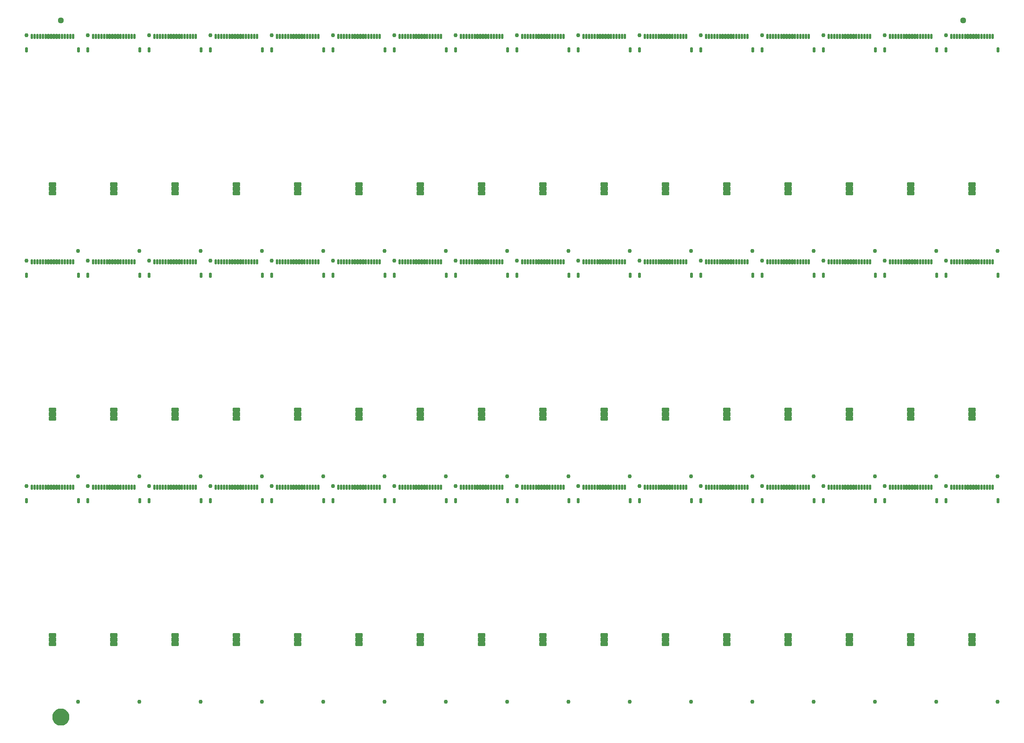
<source format=gbs>
G04 EAGLE Gerber RS-274X export*
G75*
%MOMM*%
%FSLAX34Y34*%
%LPD*%
%INSoldermask Bottom*%
%IPPOS*%
%AMOC8*
5,1,8,0,0,1.08239X$1,22.5*%
G01*
%ADD10C,0.762000*%
%ADD11C,0.230578*%
%ADD12C,0.226609*%
%ADD13C,0.228600*%
%ADD14C,1.127000*%
%ADD15C,1.270000*%
%ADD16C,1.627000*%


D10*
X6350Y400050D03*
X100330Y6350D03*
D11*
X91822Y402427D02*
X89858Y402427D01*
X91822Y402427D02*
X91822Y395463D01*
X89858Y395463D01*
X89858Y402427D01*
X89858Y397654D02*
X91822Y397654D01*
X91822Y399845D02*
X89858Y399845D01*
X89858Y402036D02*
X91822Y402036D01*
X86822Y402427D02*
X84858Y402427D01*
X86822Y402427D02*
X86822Y395463D01*
X84858Y395463D01*
X84858Y402427D01*
X84858Y397654D02*
X86822Y397654D01*
X86822Y399845D02*
X84858Y399845D01*
X84858Y402036D02*
X86822Y402036D01*
D12*
X99338Y377447D02*
X102342Y377447D01*
X102342Y370443D01*
X99338Y370443D01*
X99338Y377447D01*
X99338Y372596D02*
X102342Y372596D01*
X102342Y374749D02*
X99338Y374749D01*
X99338Y376902D02*
X102342Y376902D01*
X7342Y377447D02*
X4338Y377447D01*
X7342Y377447D02*
X7342Y370443D01*
X4338Y370443D01*
X4338Y377447D01*
X4338Y372596D02*
X7342Y372596D01*
X7342Y374749D02*
X4338Y374749D01*
X4338Y376902D02*
X7342Y376902D01*
D11*
X79858Y402427D02*
X81822Y402427D01*
X81822Y395463D01*
X79858Y395463D01*
X79858Y402427D01*
X79858Y397654D02*
X81822Y397654D01*
X81822Y399845D02*
X79858Y399845D01*
X79858Y402036D02*
X81822Y402036D01*
X76822Y402427D02*
X74858Y402427D01*
X76822Y402427D02*
X76822Y395463D01*
X74858Y395463D01*
X74858Y402427D01*
X74858Y397654D02*
X76822Y397654D01*
X76822Y399845D02*
X74858Y399845D01*
X74858Y402036D02*
X76822Y402036D01*
X71822Y402427D02*
X69858Y402427D01*
X71822Y402427D02*
X71822Y395463D01*
X69858Y395463D01*
X69858Y402427D01*
X69858Y397654D02*
X71822Y397654D01*
X71822Y399845D02*
X69858Y399845D01*
X69858Y402036D02*
X71822Y402036D01*
X66822Y402427D02*
X64858Y402427D01*
X66822Y402427D02*
X66822Y395463D01*
X64858Y395463D01*
X64858Y402427D01*
X64858Y397654D02*
X66822Y397654D01*
X66822Y399845D02*
X64858Y399845D01*
X64858Y402036D02*
X66822Y402036D01*
X61822Y402427D02*
X59858Y402427D01*
X61822Y402427D02*
X61822Y395463D01*
X59858Y395463D01*
X59858Y402427D01*
X59858Y397654D02*
X61822Y397654D01*
X61822Y399845D02*
X59858Y399845D01*
X59858Y402036D02*
X61822Y402036D01*
X56822Y402427D02*
X54858Y402427D01*
X56822Y402427D02*
X56822Y395463D01*
X54858Y395463D01*
X54858Y402427D01*
X54858Y397654D02*
X56822Y397654D01*
X56822Y399845D02*
X54858Y399845D01*
X54858Y402036D02*
X56822Y402036D01*
X51822Y402427D02*
X49858Y402427D01*
X51822Y402427D02*
X51822Y395463D01*
X49858Y395463D01*
X49858Y402427D01*
X49858Y397654D02*
X51822Y397654D01*
X51822Y399845D02*
X49858Y399845D01*
X49858Y402036D02*
X51822Y402036D01*
X46822Y402427D02*
X44858Y402427D01*
X46822Y402427D02*
X46822Y395463D01*
X44858Y395463D01*
X44858Y402427D01*
X44858Y397654D02*
X46822Y397654D01*
X46822Y399845D02*
X44858Y399845D01*
X44858Y402036D02*
X46822Y402036D01*
X41822Y402427D02*
X39858Y402427D01*
X41822Y402427D02*
X41822Y395463D01*
X39858Y395463D01*
X39858Y402427D01*
X39858Y397654D02*
X41822Y397654D01*
X41822Y399845D02*
X39858Y399845D01*
X39858Y402036D02*
X41822Y402036D01*
X36822Y402427D02*
X34858Y402427D01*
X36822Y402427D02*
X36822Y395463D01*
X34858Y395463D01*
X34858Y402427D01*
X34858Y397654D02*
X36822Y397654D01*
X36822Y399845D02*
X34858Y399845D01*
X34858Y402036D02*
X36822Y402036D01*
X31822Y402427D02*
X29858Y402427D01*
X31822Y402427D02*
X31822Y395463D01*
X29858Y395463D01*
X29858Y402427D01*
X29858Y397654D02*
X31822Y397654D01*
X31822Y399845D02*
X29858Y399845D01*
X29858Y402036D02*
X31822Y402036D01*
X26822Y402427D02*
X24858Y402427D01*
X26822Y402427D02*
X26822Y395463D01*
X24858Y395463D01*
X24858Y402427D01*
X24858Y397654D02*
X26822Y397654D01*
X26822Y399845D02*
X24858Y399845D01*
X24858Y402036D02*
X26822Y402036D01*
X21822Y402427D02*
X19858Y402427D01*
X21822Y402427D02*
X21822Y395463D01*
X19858Y395463D01*
X19858Y402427D01*
X19858Y397654D02*
X21822Y397654D01*
X21822Y399845D02*
X19858Y399845D01*
X19858Y402036D02*
X21822Y402036D01*
X16822Y402427D02*
X14858Y402427D01*
X16822Y402427D02*
X16822Y395463D01*
X14858Y395463D01*
X14858Y402427D01*
X14858Y397654D02*
X16822Y397654D01*
X16822Y399845D02*
X14858Y399845D01*
X14858Y402036D02*
X16822Y402036D01*
D13*
X59182Y115189D02*
X59182Y109855D01*
X47498Y109855D01*
X47498Y115189D01*
X59182Y115189D01*
X59182Y112027D02*
X47498Y112027D01*
X47498Y114199D02*
X59182Y114199D01*
X59182Y117983D02*
X59182Y123317D01*
X59182Y117983D02*
X47498Y117983D01*
X47498Y123317D01*
X59182Y123317D01*
X59182Y120155D02*
X47498Y120155D01*
X47498Y122327D02*
X59182Y122327D01*
X59182Y126111D02*
X59182Y131445D01*
X59182Y126111D02*
X47498Y126111D01*
X47498Y131445D01*
X59182Y131445D01*
X59182Y128283D02*
X47498Y128283D01*
X47498Y130455D02*
X59182Y130455D01*
D10*
X118110Y400050D03*
X212090Y6350D03*
D11*
X203582Y402427D02*
X201618Y402427D01*
X203582Y402427D02*
X203582Y395463D01*
X201618Y395463D01*
X201618Y402427D01*
X201618Y397654D02*
X203582Y397654D01*
X203582Y399845D02*
X201618Y399845D01*
X201618Y402036D02*
X203582Y402036D01*
X198582Y402427D02*
X196618Y402427D01*
X198582Y402427D02*
X198582Y395463D01*
X196618Y395463D01*
X196618Y402427D01*
X196618Y397654D02*
X198582Y397654D01*
X198582Y399845D02*
X196618Y399845D01*
X196618Y402036D02*
X198582Y402036D01*
D12*
X211098Y377447D02*
X214102Y377447D01*
X214102Y370443D01*
X211098Y370443D01*
X211098Y377447D01*
X211098Y372596D02*
X214102Y372596D01*
X214102Y374749D02*
X211098Y374749D01*
X211098Y376902D02*
X214102Y376902D01*
X119102Y377447D02*
X116098Y377447D01*
X119102Y377447D02*
X119102Y370443D01*
X116098Y370443D01*
X116098Y377447D01*
X116098Y372596D02*
X119102Y372596D01*
X119102Y374749D02*
X116098Y374749D01*
X116098Y376902D02*
X119102Y376902D01*
D11*
X191618Y402427D02*
X193582Y402427D01*
X193582Y395463D01*
X191618Y395463D01*
X191618Y402427D01*
X191618Y397654D02*
X193582Y397654D01*
X193582Y399845D02*
X191618Y399845D01*
X191618Y402036D02*
X193582Y402036D01*
X188582Y402427D02*
X186618Y402427D01*
X188582Y402427D02*
X188582Y395463D01*
X186618Y395463D01*
X186618Y402427D01*
X186618Y397654D02*
X188582Y397654D01*
X188582Y399845D02*
X186618Y399845D01*
X186618Y402036D02*
X188582Y402036D01*
X183582Y402427D02*
X181618Y402427D01*
X183582Y402427D02*
X183582Y395463D01*
X181618Y395463D01*
X181618Y402427D01*
X181618Y397654D02*
X183582Y397654D01*
X183582Y399845D02*
X181618Y399845D01*
X181618Y402036D02*
X183582Y402036D01*
X178582Y402427D02*
X176618Y402427D01*
X178582Y402427D02*
X178582Y395463D01*
X176618Y395463D01*
X176618Y402427D01*
X176618Y397654D02*
X178582Y397654D01*
X178582Y399845D02*
X176618Y399845D01*
X176618Y402036D02*
X178582Y402036D01*
X173582Y402427D02*
X171618Y402427D01*
X173582Y402427D02*
X173582Y395463D01*
X171618Y395463D01*
X171618Y402427D01*
X171618Y397654D02*
X173582Y397654D01*
X173582Y399845D02*
X171618Y399845D01*
X171618Y402036D02*
X173582Y402036D01*
X168582Y402427D02*
X166618Y402427D01*
X168582Y402427D02*
X168582Y395463D01*
X166618Y395463D01*
X166618Y402427D01*
X166618Y397654D02*
X168582Y397654D01*
X168582Y399845D02*
X166618Y399845D01*
X166618Y402036D02*
X168582Y402036D01*
X163582Y402427D02*
X161618Y402427D01*
X163582Y402427D02*
X163582Y395463D01*
X161618Y395463D01*
X161618Y402427D01*
X161618Y397654D02*
X163582Y397654D01*
X163582Y399845D02*
X161618Y399845D01*
X161618Y402036D02*
X163582Y402036D01*
X158582Y402427D02*
X156618Y402427D01*
X158582Y402427D02*
X158582Y395463D01*
X156618Y395463D01*
X156618Y402427D01*
X156618Y397654D02*
X158582Y397654D01*
X158582Y399845D02*
X156618Y399845D01*
X156618Y402036D02*
X158582Y402036D01*
X153582Y402427D02*
X151618Y402427D01*
X153582Y402427D02*
X153582Y395463D01*
X151618Y395463D01*
X151618Y402427D01*
X151618Y397654D02*
X153582Y397654D01*
X153582Y399845D02*
X151618Y399845D01*
X151618Y402036D02*
X153582Y402036D01*
X148582Y402427D02*
X146618Y402427D01*
X148582Y402427D02*
X148582Y395463D01*
X146618Y395463D01*
X146618Y402427D01*
X146618Y397654D02*
X148582Y397654D01*
X148582Y399845D02*
X146618Y399845D01*
X146618Y402036D02*
X148582Y402036D01*
X143582Y402427D02*
X141618Y402427D01*
X143582Y402427D02*
X143582Y395463D01*
X141618Y395463D01*
X141618Y402427D01*
X141618Y397654D02*
X143582Y397654D01*
X143582Y399845D02*
X141618Y399845D01*
X141618Y402036D02*
X143582Y402036D01*
X138582Y402427D02*
X136618Y402427D01*
X138582Y402427D02*
X138582Y395463D01*
X136618Y395463D01*
X136618Y402427D01*
X136618Y397654D02*
X138582Y397654D01*
X138582Y399845D02*
X136618Y399845D01*
X136618Y402036D02*
X138582Y402036D01*
X133582Y402427D02*
X131618Y402427D01*
X133582Y402427D02*
X133582Y395463D01*
X131618Y395463D01*
X131618Y402427D01*
X131618Y397654D02*
X133582Y397654D01*
X133582Y399845D02*
X131618Y399845D01*
X131618Y402036D02*
X133582Y402036D01*
X128582Y402427D02*
X126618Y402427D01*
X128582Y402427D02*
X128582Y395463D01*
X126618Y395463D01*
X126618Y402427D01*
X126618Y397654D02*
X128582Y397654D01*
X128582Y399845D02*
X126618Y399845D01*
X126618Y402036D02*
X128582Y402036D01*
D13*
X170942Y115189D02*
X170942Y109855D01*
X159258Y109855D01*
X159258Y115189D01*
X170942Y115189D01*
X170942Y112027D02*
X159258Y112027D01*
X159258Y114199D02*
X170942Y114199D01*
X170942Y117983D02*
X170942Y123317D01*
X170942Y117983D02*
X159258Y117983D01*
X159258Y123317D01*
X170942Y123317D01*
X170942Y120155D02*
X159258Y120155D01*
X159258Y122327D02*
X170942Y122327D01*
X170942Y126111D02*
X170942Y131445D01*
X170942Y126111D02*
X159258Y126111D01*
X159258Y131445D01*
X170942Y131445D01*
X170942Y128283D02*
X159258Y128283D01*
X159258Y130455D02*
X170942Y130455D01*
D10*
X229870Y400050D03*
X323850Y6350D03*
D11*
X315342Y402427D02*
X313378Y402427D01*
X315342Y402427D02*
X315342Y395463D01*
X313378Y395463D01*
X313378Y402427D01*
X313378Y397654D02*
X315342Y397654D01*
X315342Y399845D02*
X313378Y399845D01*
X313378Y402036D02*
X315342Y402036D01*
X310342Y402427D02*
X308378Y402427D01*
X310342Y402427D02*
X310342Y395463D01*
X308378Y395463D01*
X308378Y402427D01*
X308378Y397654D02*
X310342Y397654D01*
X310342Y399845D02*
X308378Y399845D01*
X308378Y402036D02*
X310342Y402036D01*
D12*
X322858Y377447D02*
X325862Y377447D01*
X325862Y370443D01*
X322858Y370443D01*
X322858Y377447D01*
X322858Y372596D02*
X325862Y372596D01*
X325862Y374749D02*
X322858Y374749D01*
X322858Y376902D02*
X325862Y376902D01*
X230862Y377447D02*
X227858Y377447D01*
X230862Y377447D02*
X230862Y370443D01*
X227858Y370443D01*
X227858Y377447D01*
X227858Y372596D02*
X230862Y372596D01*
X230862Y374749D02*
X227858Y374749D01*
X227858Y376902D02*
X230862Y376902D01*
D11*
X303378Y402427D02*
X305342Y402427D01*
X305342Y395463D01*
X303378Y395463D01*
X303378Y402427D01*
X303378Y397654D02*
X305342Y397654D01*
X305342Y399845D02*
X303378Y399845D01*
X303378Y402036D02*
X305342Y402036D01*
X300342Y402427D02*
X298378Y402427D01*
X300342Y402427D02*
X300342Y395463D01*
X298378Y395463D01*
X298378Y402427D01*
X298378Y397654D02*
X300342Y397654D01*
X300342Y399845D02*
X298378Y399845D01*
X298378Y402036D02*
X300342Y402036D01*
X295342Y402427D02*
X293378Y402427D01*
X295342Y402427D02*
X295342Y395463D01*
X293378Y395463D01*
X293378Y402427D01*
X293378Y397654D02*
X295342Y397654D01*
X295342Y399845D02*
X293378Y399845D01*
X293378Y402036D02*
X295342Y402036D01*
X290342Y402427D02*
X288378Y402427D01*
X290342Y402427D02*
X290342Y395463D01*
X288378Y395463D01*
X288378Y402427D01*
X288378Y397654D02*
X290342Y397654D01*
X290342Y399845D02*
X288378Y399845D01*
X288378Y402036D02*
X290342Y402036D01*
X285342Y402427D02*
X283378Y402427D01*
X285342Y402427D02*
X285342Y395463D01*
X283378Y395463D01*
X283378Y402427D01*
X283378Y397654D02*
X285342Y397654D01*
X285342Y399845D02*
X283378Y399845D01*
X283378Y402036D02*
X285342Y402036D01*
X280342Y402427D02*
X278378Y402427D01*
X280342Y402427D02*
X280342Y395463D01*
X278378Y395463D01*
X278378Y402427D01*
X278378Y397654D02*
X280342Y397654D01*
X280342Y399845D02*
X278378Y399845D01*
X278378Y402036D02*
X280342Y402036D01*
X275342Y402427D02*
X273378Y402427D01*
X275342Y402427D02*
X275342Y395463D01*
X273378Y395463D01*
X273378Y402427D01*
X273378Y397654D02*
X275342Y397654D01*
X275342Y399845D02*
X273378Y399845D01*
X273378Y402036D02*
X275342Y402036D01*
X270342Y402427D02*
X268378Y402427D01*
X270342Y402427D02*
X270342Y395463D01*
X268378Y395463D01*
X268378Y402427D01*
X268378Y397654D02*
X270342Y397654D01*
X270342Y399845D02*
X268378Y399845D01*
X268378Y402036D02*
X270342Y402036D01*
X265342Y402427D02*
X263378Y402427D01*
X265342Y402427D02*
X265342Y395463D01*
X263378Y395463D01*
X263378Y402427D01*
X263378Y397654D02*
X265342Y397654D01*
X265342Y399845D02*
X263378Y399845D01*
X263378Y402036D02*
X265342Y402036D01*
X260342Y402427D02*
X258378Y402427D01*
X260342Y402427D02*
X260342Y395463D01*
X258378Y395463D01*
X258378Y402427D01*
X258378Y397654D02*
X260342Y397654D01*
X260342Y399845D02*
X258378Y399845D01*
X258378Y402036D02*
X260342Y402036D01*
X255342Y402427D02*
X253378Y402427D01*
X255342Y402427D02*
X255342Y395463D01*
X253378Y395463D01*
X253378Y402427D01*
X253378Y397654D02*
X255342Y397654D01*
X255342Y399845D02*
X253378Y399845D01*
X253378Y402036D02*
X255342Y402036D01*
X250342Y402427D02*
X248378Y402427D01*
X250342Y402427D02*
X250342Y395463D01*
X248378Y395463D01*
X248378Y402427D01*
X248378Y397654D02*
X250342Y397654D01*
X250342Y399845D02*
X248378Y399845D01*
X248378Y402036D02*
X250342Y402036D01*
X245342Y402427D02*
X243378Y402427D01*
X245342Y402427D02*
X245342Y395463D01*
X243378Y395463D01*
X243378Y402427D01*
X243378Y397654D02*
X245342Y397654D01*
X245342Y399845D02*
X243378Y399845D01*
X243378Y402036D02*
X245342Y402036D01*
X240342Y402427D02*
X238378Y402427D01*
X240342Y402427D02*
X240342Y395463D01*
X238378Y395463D01*
X238378Y402427D01*
X238378Y397654D02*
X240342Y397654D01*
X240342Y399845D02*
X238378Y399845D01*
X238378Y402036D02*
X240342Y402036D01*
D13*
X282702Y115189D02*
X282702Y109855D01*
X271018Y109855D01*
X271018Y115189D01*
X282702Y115189D01*
X282702Y112027D02*
X271018Y112027D01*
X271018Y114199D02*
X282702Y114199D01*
X282702Y117983D02*
X282702Y123317D01*
X282702Y117983D02*
X271018Y117983D01*
X271018Y123317D01*
X282702Y123317D01*
X282702Y120155D02*
X271018Y120155D01*
X271018Y122327D02*
X282702Y122327D01*
X282702Y126111D02*
X282702Y131445D01*
X282702Y126111D02*
X271018Y126111D01*
X271018Y131445D01*
X282702Y131445D01*
X282702Y128283D02*
X271018Y128283D01*
X271018Y130455D02*
X282702Y130455D01*
D10*
X341630Y400050D03*
X435610Y6350D03*
D11*
X427102Y402427D02*
X425138Y402427D01*
X427102Y402427D02*
X427102Y395463D01*
X425138Y395463D01*
X425138Y402427D01*
X425138Y397654D02*
X427102Y397654D01*
X427102Y399845D02*
X425138Y399845D01*
X425138Y402036D02*
X427102Y402036D01*
X422102Y402427D02*
X420138Y402427D01*
X422102Y402427D02*
X422102Y395463D01*
X420138Y395463D01*
X420138Y402427D01*
X420138Y397654D02*
X422102Y397654D01*
X422102Y399845D02*
X420138Y399845D01*
X420138Y402036D02*
X422102Y402036D01*
D12*
X434618Y377447D02*
X437622Y377447D01*
X437622Y370443D01*
X434618Y370443D01*
X434618Y377447D01*
X434618Y372596D02*
X437622Y372596D01*
X437622Y374749D02*
X434618Y374749D01*
X434618Y376902D02*
X437622Y376902D01*
X342622Y377447D02*
X339618Y377447D01*
X342622Y377447D02*
X342622Y370443D01*
X339618Y370443D01*
X339618Y377447D01*
X339618Y372596D02*
X342622Y372596D01*
X342622Y374749D02*
X339618Y374749D01*
X339618Y376902D02*
X342622Y376902D01*
D11*
X415138Y402427D02*
X417102Y402427D01*
X417102Y395463D01*
X415138Y395463D01*
X415138Y402427D01*
X415138Y397654D02*
X417102Y397654D01*
X417102Y399845D02*
X415138Y399845D01*
X415138Y402036D02*
X417102Y402036D01*
X412102Y402427D02*
X410138Y402427D01*
X412102Y402427D02*
X412102Y395463D01*
X410138Y395463D01*
X410138Y402427D01*
X410138Y397654D02*
X412102Y397654D01*
X412102Y399845D02*
X410138Y399845D01*
X410138Y402036D02*
X412102Y402036D01*
X407102Y402427D02*
X405138Y402427D01*
X407102Y402427D02*
X407102Y395463D01*
X405138Y395463D01*
X405138Y402427D01*
X405138Y397654D02*
X407102Y397654D01*
X407102Y399845D02*
X405138Y399845D01*
X405138Y402036D02*
X407102Y402036D01*
X402102Y402427D02*
X400138Y402427D01*
X402102Y402427D02*
X402102Y395463D01*
X400138Y395463D01*
X400138Y402427D01*
X400138Y397654D02*
X402102Y397654D01*
X402102Y399845D02*
X400138Y399845D01*
X400138Y402036D02*
X402102Y402036D01*
X397102Y402427D02*
X395138Y402427D01*
X397102Y402427D02*
X397102Y395463D01*
X395138Y395463D01*
X395138Y402427D01*
X395138Y397654D02*
X397102Y397654D01*
X397102Y399845D02*
X395138Y399845D01*
X395138Y402036D02*
X397102Y402036D01*
X392102Y402427D02*
X390138Y402427D01*
X392102Y402427D02*
X392102Y395463D01*
X390138Y395463D01*
X390138Y402427D01*
X390138Y397654D02*
X392102Y397654D01*
X392102Y399845D02*
X390138Y399845D01*
X390138Y402036D02*
X392102Y402036D01*
X387102Y402427D02*
X385138Y402427D01*
X387102Y402427D02*
X387102Y395463D01*
X385138Y395463D01*
X385138Y402427D01*
X385138Y397654D02*
X387102Y397654D01*
X387102Y399845D02*
X385138Y399845D01*
X385138Y402036D02*
X387102Y402036D01*
X382102Y402427D02*
X380138Y402427D01*
X382102Y402427D02*
X382102Y395463D01*
X380138Y395463D01*
X380138Y402427D01*
X380138Y397654D02*
X382102Y397654D01*
X382102Y399845D02*
X380138Y399845D01*
X380138Y402036D02*
X382102Y402036D01*
X377102Y402427D02*
X375138Y402427D01*
X377102Y402427D02*
X377102Y395463D01*
X375138Y395463D01*
X375138Y402427D01*
X375138Y397654D02*
X377102Y397654D01*
X377102Y399845D02*
X375138Y399845D01*
X375138Y402036D02*
X377102Y402036D01*
X372102Y402427D02*
X370138Y402427D01*
X372102Y402427D02*
X372102Y395463D01*
X370138Y395463D01*
X370138Y402427D01*
X370138Y397654D02*
X372102Y397654D01*
X372102Y399845D02*
X370138Y399845D01*
X370138Y402036D02*
X372102Y402036D01*
X367102Y402427D02*
X365138Y402427D01*
X367102Y402427D02*
X367102Y395463D01*
X365138Y395463D01*
X365138Y402427D01*
X365138Y397654D02*
X367102Y397654D01*
X367102Y399845D02*
X365138Y399845D01*
X365138Y402036D02*
X367102Y402036D01*
X362102Y402427D02*
X360138Y402427D01*
X362102Y402427D02*
X362102Y395463D01*
X360138Y395463D01*
X360138Y402427D01*
X360138Y397654D02*
X362102Y397654D01*
X362102Y399845D02*
X360138Y399845D01*
X360138Y402036D02*
X362102Y402036D01*
X357102Y402427D02*
X355138Y402427D01*
X357102Y402427D02*
X357102Y395463D01*
X355138Y395463D01*
X355138Y402427D01*
X355138Y397654D02*
X357102Y397654D01*
X357102Y399845D02*
X355138Y399845D01*
X355138Y402036D02*
X357102Y402036D01*
X352102Y402427D02*
X350138Y402427D01*
X352102Y402427D02*
X352102Y395463D01*
X350138Y395463D01*
X350138Y402427D01*
X350138Y397654D02*
X352102Y397654D01*
X352102Y399845D02*
X350138Y399845D01*
X350138Y402036D02*
X352102Y402036D01*
D13*
X394462Y115189D02*
X394462Y109855D01*
X382778Y109855D01*
X382778Y115189D01*
X394462Y115189D01*
X394462Y112027D02*
X382778Y112027D01*
X382778Y114199D02*
X394462Y114199D01*
X394462Y117983D02*
X394462Y123317D01*
X394462Y117983D02*
X382778Y117983D01*
X382778Y123317D01*
X394462Y123317D01*
X394462Y120155D02*
X382778Y120155D01*
X382778Y122327D02*
X394462Y122327D01*
X394462Y126111D02*
X394462Y131445D01*
X394462Y126111D02*
X382778Y126111D01*
X382778Y131445D01*
X394462Y131445D01*
X394462Y128283D02*
X382778Y128283D01*
X382778Y130455D02*
X394462Y130455D01*
D10*
X453390Y400050D03*
X547370Y6350D03*
D11*
X538862Y402427D02*
X536898Y402427D01*
X538862Y402427D02*
X538862Y395463D01*
X536898Y395463D01*
X536898Y402427D01*
X536898Y397654D02*
X538862Y397654D01*
X538862Y399845D02*
X536898Y399845D01*
X536898Y402036D02*
X538862Y402036D01*
X533862Y402427D02*
X531898Y402427D01*
X533862Y402427D02*
X533862Y395463D01*
X531898Y395463D01*
X531898Y402427D01*
X531898Y397654D02*
X533862Y397654D01*
X533862Y399845D02*
X531898Y399845D01*
X531898Y402036D02*
X533862Y402036D01*
D12*
X546378Y377447D02*
X549382Y377447D01*
X549382Y370443D01*
X546378Y370443D01*
X546378Y377447D01*
X546378Y372596D02*
X549382Y372596D01*
X549382Y374749D02*
X546378Y374749D01*
X546378Y376902D02*
X549382Y376902D01*
X454382Y377447D02*
X451378Y377447D01*
X454382Y377447D02*
X454382Y370443D01*
X451378Y370443D01*
X451378Y377447D01*
X451378Y372596D02*
X454382Y372596D01*
X454382Y374749D02*
X451378Y374749D01*
X451378Y376902D02*
X454382Y376902D01*
D11*
X526898Y402427D02*
X528862Y402427D01*
X528862Y395463D01*
X526898Y395463D01*
X526898Y402427D01*
X526898Y397654D02*
X528862Y397654D01*
X528862Y399845D02*
X526898Y399845D01*
X526898Y402036D02*
X528862Y402036D01*
X523862Y402427D02*
X521898Y402427D01*
X523862Y402427D02*
X523862Y395463D01*
X521898Y395463D01*
X521898Y402427D01*
X521898Y397654D02*
X523862Y397654D01*
X523862Y399845D02*
X521898Y399845D01*
X521898Y402036D02*
X523862Y402036D01*
X518862Y402427D02*
X516898Y402427D01*
X518862Y402427D02*
X518862Y395463D01*
X516898Y395463D01*
X516898Y402427D01*
X516898Y397654D02*
X518862Y397654D01*
X518862Y399845D02*
X516898Y399845D01*
X516898Y402036D02*
X518862Y402036D01*
X513862Y402427D02*
X511898Y402427D01*
X513862Y402427D02*
X513862Y395463D01*
X511898Y395463D01*
X511898Y402427D01*
X511898Y397654D02*
X513862Y397654D01*
X513862Y399845D02*
X511898Y399845D01*
X511898Y402036D02*
X513862Y402036D01*
X508862Y402427D02*
X506898Y402427D01*
X508862Y402427D02*
X508862Y395463D01*
X506898Y395463D01*
X506898Y402427D01*
X506898Y397654D02*
X508862Y397654D01*
X508862Y399845D02*
X506898Y399845D01*
X506898Y402036D02*
X508862Y402036D01*
X503862Y402427D02*
X501898Y402427D01*
X503862Y402427D02*
X503862Y395463D01*
X501898Y395463D01*
X501898Y402427D01*
X501898Y397654D02*
X503862Y397654D01*
X503862Y399845D02*
X501898Y399845D01*
X501898Y402036D02*
X503862Y402036D01*
X498862Y402427D02*
X496898Y402427D01*
X498862Y402427D02*
X498862Y395463D01*
X496898Y395463D01*
X496898Y402427D01*
X496898Y397654D02*
X498862Y397654D01*
X498862Y399845D02*
X496898Y399845D01*
X496898Y402036D02*
X498862Y402036D01*
X493862Y402427D02*
X491898Y402427D01*
X493862Y402427D02*
X493862Y395463D01*
X491898Y395463D01*
X491898Y402427D01*
X491898Y397654D02*
X493862Y397654D01*
X493862Y399845D02*
X491898Y399845D01*
X491898Y402036D02*
X493862Y402036D01*
X488862Y402427D02*
X486898Y402427D01*
X488862Y402427D02*
X488862Y395463D01*
X486898Y395463D01*
X486898Y402427D01*
X486898Y397654D02*
X488862Y397654D01*
X488862Y399845D02*
X486898Y399845D01*
X486898Y402036D02*
X488862Y402036D01*
X483862Y402427D02*
X481898Y402427D01*
X483862Y402427D02*
X483862Y395463D01*
X481898Y395463D01*
X481898Y402427D01*
X481898Y397654D02*
X483862Y397654D01*
X483862Y399845D02*
X481898Y399845D01*
X481898Y402036D02*
X483862Y402036D01*
X478862Y402427D02*
X476898Y402427D01*
X478862Y402427D02*
X478862Y395463D01*
X476898Y395463D01*
X476898Y402427D01*
X476898Y397654D02*
X478862Y397654D01*
X478862Y399845D02*
X476898Y399845D01*
X476898Y402036D02*
X478862Y402036D01*
X473862Y402427D02*
X471898Y402427D01*
X473862Y402427D02*
X473862Y395463D01*
X471898Y395463D01*
X471898Y402427D01*
X471898Y397654D02*
X473862Y397654D01*
X473862Y399845D02*
X471898Y399845D01*
X471898Y402036D02*
X473862Y402036D01*
X468862Y402427D02*
X466898Y402427D01*
X468862Y402427D02*
X468862Y395463D01*
X466898Y395463D01*
X466898Y402427D01*
X466898Y397654D02*
X468862Y397654D01*
X468862Y399845D02*
X466898Y399845D01*
X466898Y402036D02*
X468862Y402036D01*
X463862Y402427D02*
X461898Y402427D01*
X463862Y402427D02*
X463862Y395463D01*
X461898Y395463D01*
X461898Y402427D01*
X461898Y397654D02*
X463862Y397654D01*
X463862Y399845D02*
X461898Y399845D01*
X461898Y402036D02*
X463862Y402036D01*
D13*
X506222Y115189D02*
X506222Y109855D01*
X494538Y109855D01*
X494538Y115189D01*
X506222Y115189D01*
X506222Y112027D02*
X494538Y112027D01*
X494538Y114199D02*
X506222Y114199D01*
X506222Y117983D02*
X506222Y123317D01*
X506222Y117983D02*
X494538Y117983D01*
X494538Y123317D01*
X506222Y123317D01*
X506222Y120155D02*
X494538Y120155D01*
X494538Y122327D02*
X506222Y122327D01*
X506222Y126111D02*
X506222Y131445D01*
X506222Y126111D02*
X494538Y126111D01*
X494538Y131445D01*
X506222Y131445D01*
X506222Y128283D02*
X494538Y128283D01*
X494538Y130455D02*
X506222Y130455D01*
D10*
X565150Y400050D03*
X659130Y6350D03*
D11*
X650622Y402427D02*
X648658Y402427D01*
X650622Y402427D02*
X650622Y395463D01*
X648658Y395463D01*
X648658Y402427D01*
X648658Y397654D02*
X650622Y397654D01*
X650622Y399845D02*
X648658Y399845D01*
X648658Y402036D02*
X650622Y402036D01*
X645622Y402427D02*
X643658Y402427D01*
X645622Y402427D02*
X645622Y395463D01*
X643658Y395463D01*
X643658Y402427D01*
X643658Y397654D02*
X645622Y397654D01*
X645622Y399845D02*
X643658Y399845D01*
X643658Y402036D02*
X645622Y402036D01*
D12*
X658138Y377447D02*
X661142Y377447D01*
X661142Y370443D01*
X658138Y370443D01*
X658138Y377447D01*
X658138Y372596D02*
X661142Y372596D01*
X661142Y374749D02*
X658138Y374749D01*
X658138Y376902D02*
X661142Y376902D01*
X566142Y377447D02*
X563138Y377447D01*
X566142Y377447D02*
X566142Y370443D01*
X563138Y370443D01*
X563138Y377447D01*
X563138Y372596D02*
X566142Y372596D01*
X566142Y374749D02*
X563138Y374749D01*
X563138Y376902D02*
X566142Y376902D01*
D11*
X638658Y402427D02*
X640622Y402427D01*
X640622Y395463D01*
X638658Y395463D01*
X638658Y402427D01*
X638658Y397654D02*
X640622Y397654D01*
X640622Y399845D02*
X638658Y399845D01*
X638658Y402036D02*
X640622Y402036D01*
X635622Y402427D02*
X633658Y402427D01*
X635622Y402427D02*
X635622Y395463D01*
X633658Y395463D01*
X633658Y402427D01*
X633658Y397654D02*
X635622Y397654D01*
X635622Y399845D02*
X633658Y399845D01*
X633658Y402036D02*
X635622Y402036D01*
X630622Y402427D02*
X628658Y402427D01*
X630622Y402427D02*
X630622Y395463D01*
X628658Y395463D01*
X628658Y402427D01*
X628658Y397654D02*
X630622Y397654D01*
X630622Y399845D02*
X628658Y399845D01*
X628658Y402036D02*
X630622Y402036D01*
X625622Y402427D02*
X623658Y402427D01*
X625622Y402427D02*
X625622Y395463D01*
X623658Y395463D01*
X623658Y402427D01*
X623658Y397654D02*
X625622Y397654D01*
X625622Y399845D02*
X623658Y399845D01*
X623658Y402036D02*
X625622Y402036D01*
X620622Y402427D02*
X618658Y402427D01*
X620622Y402427D02*
X620622Y395463D01*
X618658Y395463D01*
X618658Y402427D01*
X618658Y397654D02*
X620622Y397654D01*
X620622Y399845D02*
X618658Y399845D01*
X618658Y402036D02*
X620622Y402036D01*
X615622Y402427D02*
X613658Y402427D01*
X615622Y402427D02*
X615622Y395463D01*
X613658Y395463D01*
X613658Y402427D01*
X613658Y397654D02*
X615622Y397654D01*
X615622Y399845D02*
X613658Y399845D01*
X613658Y402036D02*
X615622Y402036D01*
X610622Y402427D02*
X608658Y402427D01*
X610622Y402427D02*
X610622Y395463D01*
X608658Y395463D01*
X608658Y402427D01*
X608658Y397654D02*
X610622Y397654D01*
X610622Y399845D02*
X608658Y399845D01*
X608658Y402036D02*
X610622Y402036D01*
X605622Y402427D02*
X603658Y402427D01*
X605622Y402427D02*
X605622Y395463D01*
X603658Y395463D01*
X603658Y402427D01*
X603658Y397654D02*
X605622Y397654D01*
X605622Y399845D02*
X603658Y399845D01*
X603658Y402036D02*
X605622Y402036D01*
X600622Y402427D02*
X598658Y402427D01*
X600622Y402427D02*
X600622Y395463D01*
X598658Y395463D01*
X598658Y402427D01*
X598658Y397654D02*
X600622Y397654D01*
X600622Y399845D02*
X598658Y399845D01*
X598658Y402036D02*
X600622Y402036D01*
X595622Y402427D02*
X593658Y402427D01*
X595622Y402427D02*
X595622Y395463D01*
X593658Y395463D01*
X593658Y402427D01*
X593658Y397654D02*
X595622Y397654D01*
X595622Y399845D02*
X593658Y399845D01*
X593658Y402036D02*
X595622Y402036D01*
X590622Y402427D02*
X588658Y402427D01*
X590622Y402427D02*
X590622Y395463D01*
X588658Y395463D01*
X588658Y402427D01*
X588658Y397654D02*
X590622Y397654D01*
X590622Y399845D02*
X588658Y399845D01*
X588658Y402036D02*
X590622Y402036D01*
X585622Y402427D02*
X583658Y402427D01*
X585622Y402427D02*
X585622Y395463D01*
X583658Y395463D01*
X583658Y402427D01*
X583658Y397654D02*
X585622Y397654D01*
X585622Y399845D02*
X583658Y399845D01*
X583658Y402036D02*
X585622Y402036D01*
X580622Y402427D02*
X578658Y402427D01*
X580622Y402427D02*
X580622Y395463D01*
X578658Y395463D01*
X578658Y402427D01*
X578658Y397654D02*
X580622Y397654D01*
X580622Y399845D02*
X578658Y399845D01*
X578658Y402036D02*
X580622Y402036D01*
X575622Y402427D02*
X573658Y402427D01*
X575622Y402427D02*
X575622Y395463D01*
X573658Y395463D01*
X573658Y402427D01*
X573658Y397654D02*
X575622Y397654D01*
X575622Y399845D02*
X573658Y399845D01*
X573658Y402036D02*
X575622Y402036D01*
D13*
X617982Y115189D02*
X617982Y109855D01*
X606298Y109855D01*
X606298Y115189D01*
X617982Y115189D01*
X617982Y112027D02*
X606298Y112027D01*
X606298Y114199D02*
X617982Y114199D01*
X617982Y117983D02*
X617982Y123317D01*
X617982Y117983D02*
X606298Y117983D01*
X606298Y123317D01*
X617982Y123317D01*
X617982Y120155D02*
X606298Y120155D01*
X606298Y122327D02*
X617982Y122327D01*
X617982Y126111D02*
X617982Y131445D01*
X617982Y126111D02*
X606298Y126111D01*
X606298Y131445D01*
X617982Y131445D01*
X617982Y128283D02*
X606298Y128283D01*
X606298Y130455D02*
X617982Y130455D01*
D10*
X676910Y400050D03*
X770890Y6350D03*
D11*
X762382Y402427D02*
X760418Y402427D01*
X762382Y402427D02*
X762382Y395463D01*
X760418Y395463D01*
X760418Y402427D01*
X760418Y397654D02*
X762382Y397654D01*
X762382Y399845D02*
X760418Y399845D01*
X760418Y402036D02*
X762382Y402036D01*
X757382Y402427D02*
X755418Y402427D01*
X757382Y402427D02*
X757382Y395463D01*
X755418Y395463D01*
X755418Y402427D01*
X755418Y397654D02*
X757382Y397654D01*
X757382Y399845D02*
X755418Y399845D01*
X755418Y402036D02*
X757382Y402036D01*
D12*
X769898Y377447D02*
X772902Y377447D01*
X772902Y370443D01*
X769898Y370443D01*
X769898Y377447D01*
X769898Y372596D02*
X772902Y372596D01*
X772902Y374749D02*
X769898Y374749D01*
X769898Y376902D02*
X772902Y376902D01*
X677902Y377447D02*
X674898Y377447D01*
X677902Y377447D02*
X677902Y370443D01*
X674898Y370443D01*
X674898Y377447D01*
X674898Y372596D02*
X677902Y372596D01*
X677902Y374749D02*
X674898Y374749D01*
X674898Y376902D02*
X677902Y376902D01*
D11*
X750418Y402427D02*
X752382Y402427D01*
X752382Y395463D01*
X750418Y395463D01*
X750418Y402427D01*
X750418Y397654D02*
X752382Y397654D01*
X752382Y399845D02*
X750418Y399845D01*
X750418Y402036D02*
X752382Y402036D01*
X747382Y402427D02*
X745418Y402427D01*
X747382Y402427D02*
X747382Y395463D01*
X745418Y395463D01*
X745418Y402427D01*
X745418Y397654D02*
X747382Y397654D01*
X747382Y399845D02*
X745418Y399845D01*
X745418Y402036D02*
X747382Y402036D01*
X742382Y402427D02*
X740418Y402427D01*
X742382Y402427D02*
X742382Y395463D01*
X740418Y395463D01*
X740418Y402427D01*
X740418Y397654D02*
X742382Y397654D01*
X742382Y399845D02*
X740418Y399845D01*
X740418Y402036D02*
X742382Y402036D01*
X737382Y402427D02*
X735418Y402427D01*
X737382Y402427D02*
X737382Y395463D01*
X735418Y395463D01*
X735418Y402427D01*
X735418Y397654D02*
X737382Y397654D01*
X737382Y399845D02*
X735418Y399845D01*
X735418Y402036D02*
X737382Y402036D01*
X732382Y402427D02*
X730418Y402427D01*
X732382Y402427D02*
X732382Y395463D01*
X730418Y395463D01*
X730418Y402427D01*
X730418Y397654D02*
X732382Y397654D01*
X732382Y399845D02*
X730418Y399845D01*
X730418Y402036D02*
X732382Y402036D01*
X727382Y402427D02*
X725418Y402427D01*
X727382Y402427D02*
X727382Y395463D01*
X725418Y395463D01*
X725418Y402427D01*
X725418Y397654D02*
X727382Y397654D01*
X727382Y399845D02*
X725418Y399845D01*
X725418Y402036D02*
X727382Y402036D01*
X722382Y402427D02*
X720418Y402427D01*
X722382Y402427D02*
X722382Y395463D01*
X720418Y395463D01*
X720418Y402427D01*
X720418Y397654D02*
X722382Y397654D01*
X722382Y399845D02*
X720418Y399845D01*
X720418Y402036D02*
X722382Y402036D01*
X717382Y402427D02*
X715418Y402427D01*
X717382Y402427D02*
X717382Y395463D01*
X715418Y395463D01*
X715418Y402427D01*
X715418Y397654D02*
X717382Y397654D01*
X717382Y399845D02*
X715418Y399845D01*
X715418Y402036D02*
X717382Y402036D01*
X712382Y402427D02*
X710418Y402427D01*
X712382Y402427D02*
X712382Y395463D01*
X710418Y395463D01*
X710418Y402427D01*
X710418Y397654D02*
X712382Y397654D01*
X712382Y399845D02*
X710418Y399845D01*
X710418Y402036D02*
X712382Y402036D01*
X707382Y402427D02*
X705418Y402427D01*
X707382Y402427D02*
X707382Y395463D01*
X705418Y395463D01*
X705418Y402427D01*
X705418Y397654D02*
X707382Y397654D01*
X707382Y399845D02*
X705418Y399845D01*
X705418Y402036D02*
X707382Y402036D01*
X702382Y402427D02*
X700418Y402427D01*
X702382Y402427D02*
X702382Y395463D01*
X700418Y395463D01*
X700418Y402427D01*
X700418Y397654D02*
X702382Y397654D01*
X702382Y399845D02*
X700418Y399845D01*
X700418Y402036D02*
X702382Y402036D01*
X697382Y402427D02*
X695418Y402427D01*
X697382Y402427D02*
X697382Y395463D01*
X695418Y395463D01*
X695418Y402427D01*
X695418Y397654D02*
X697382Y397654D01*
X697382Y399845D02*
X695418Y399845D01*
X695418Y402036D02*
X697382Y402036D01*
X692382Y402427D02*
X690418Y402427D01*
X692382Y402427D02*
X692382Y395463D01*
X690418Y395463D01*
X690418Y402427D01*
X690418Y397654D02*
X692382Y397654D01*
X692382Y399845D02*
X690418Y399845D01*
X690418Y402036D02*
X692382Y402036D01*
X687382Y402427D02*
X685418Y402427D01*
X687382Y402427D02*
X687382Y395463D01*
X685418Y395463D01*
X685418Y402427D01*
X685418Y397654D02*
X687382Y397654D01*
X687382Y399845D02*
X685418Y399845D01*
X685418Y402036D02*
X687382Y402036D01*
D13*
X729742Y115189D02*
X729742Y109855D01*
X718058Y109855D01*
X718058Y115189D01*
X729742Y115189D01*
X729742Y112027D02*
X718058Y112027D01*
X718058Y114199D02*
X729742Y114199D01*
X729742Y117983D02*
X729742Y123317D01*
X729742Y117983D02*
X718058Y117983D01*
X718058Y123317D01*
X729742Y123317D01*
X729742Y120155D02*
X718058Y120155D01*
X718058Y122327D02*
X729742Y122327D01*
X729742Y126111D02*
X729742Y131445D01*
X729742Y126111D02*
X718058Y126111D01*
X718058Y131445D01*
X729742Y131445D01*
X729742Y128283D02*
X718058Y128283D01*
X718058Y130455D02*
X729742Y130455D01*
D10*
X788670Y400050D03*
X882650Y6350D03*
D11*
X874142Y402427D02*
X872178Y402427D01*
X874142Y402427D02*
X874142Y395463D01*
X872178Y395463D01*
X872178Y402427D01*
X872178Y397654D02*
X874142Y397654D01*
X874142Y399845D02*
X872178Y399845D01*
X872178Y402036D02*
X874142Y402036D01*
X869142Y402427D02*
X867178Y402427D01*
X869142Y402427D02*
X869142Y395463D01*
X867178Y395463D01*
X867178Y402427D01*
X867178Y397654D02*
X869142Y397654D01*
X869142Y399845D02*
X867178Y399845D01*
X867178Y402036D02*
X869142Y402036D01*
D12*
X881658Y377447D02*
X884662Y377447D01*
X884662Y370443D01*
X881658Y370443D01*
X881658Y377447D01*
X881658Y372596D02*
X884662Y372596D01*
X884662Y374749D02*
X881658Y374749D01*
X881658Y376902D02*
X884662Y376902D01*
X789662Y377447D02*
X786658Y377447D01*
X789662Y377447D02*
X789662Y370443D01*
X786658Y370443D01*
X786658Y377447D01*
X786658Y372596D02*
X789662Y372596D01*
X789662Y374749D02*
X786658Y374749D01*
X786658Y376902D02*
X789662Y376902D01*
D11*
X862178Y402427D02*
X864142Y402427D01*
X864142Y395463D01*
X862178Y395463D01*
X862178Y402427D01*
X862178Y397654D02*
X864142Y397654D01*
X864142Y399845D02*
X862178Y399845D01*
X862178Y402036D02*
X864142Y402036D01*
X859142Y402427D02*
X857178Y402427D01*
X859142Y402427D02*
X859142Y395463D01*
X857178Y395463D01*
X857178Y402427D01*
X857178Y397654D02*
X859142Y397654D01*
X859142Y399845D02*
X857178Y399845D01*
X857178Y402036D02*
X859142Y402036D01*
X854142Y402427D02*
X852178Y402427D01*
X854142Y402427D02*
X854142Y395463D01*
X852178Y395463D01*
X852178Y402427D01*
X852178Y397654D02*
X854142Y397654D01*
X854142Y399845D02*
X852178Y399845D01*
X852178Y402036D02*
X854142Y402036D01*
X849142Y402427D02*
X847178Y402427D01*
X849142Y402427D02*
X849142Y395463D01*
X847178Y395463D01*
X847178Y402427D01*
X847178Y397654D02*
X849142Y397654D01*
X849142Y399845D02*
X847178Y399845D01*
X847178Y402036D02*
X849142Y402036D01*
X844142Y402427D02*
X842178Y402427D01*
X844142Y402427D02*
X844142Y395463D01*
X842178Y395463D01*
X842178Y402427D01*
X842178Y397654D02*
X844142Y397654D01*
X844142Y399845D02*
X842178Y399845D01*
X842178Y402036D02*
X844142Y402036D01*
X839142Y402427D02*
X837178Y402427D01*
X839142Y402427D02*
X839142Y395463D01*
X837178Y395463D01*
X837178Y402427D01*
X837178Y397654D02*
X839142Y397654D01*
X839142Y399845D02*
X837178Y399845D01*
X837178Y402036D02*
X839142Y402036D01*
X834142Y402427D02*
X832178Y402427D01*
X834142Y402427D02*
X834142Y395463D01*
X832178Y395463D01*
X832178Y402427D01*
X832178Y397654D02*
X834142Y397654D01*
X834142Y399845D02*
X832178Y399845D01*
X832178Y402036D02*
X834142Y402036D01*
X829142Y402427D02*
X827178Y402427D01*
X829142Y402427D02*
X829142Y395463D01*
X827178Y395463D01*
X827178Y402427D01*
X827178Y397654D02*
X829142Y397654D01*
X829142Y399845D02*
X827178Y399845D01*
X827178Y402036D02*
X829142Y402036D01*
X824142Y402427D02*
X822178Y402427D01*
X824142Y402427D02*
X824142Y395463D01*
X822178Y395463D01*
X822178Y402427D01*
X822178Y397654D02*
X824142Y397654D01*
X824142Y399845D02*
X822178Y399845D01*
X822178Y402036D02*
X824142Y402036D01*
X819142Y402427D02*
X817178Y402427D01*
X819142Y402427D02*
X819142Y395463D01*
X817178Y395463D01*
X817178Y402427D01*
X817178Y397654D02*
X819142Y397654D01*
X819142Y399845D02*
X817178Y399845D01*
X817178Y402036D02*
X819142Y402036D01*
X814142Y402427D02*
X812178Y402427D01*
X814142Y402427D02*
X814142Y395463D01*
X812178Y395463D01*
X812178Y402427D01*
X812178Y397654D02*
X814142Y397654D01*
X814142Y399845D02*
X812178Y399845D01*
X812178Y402036D02*
X814142Y402036D01*
X809142Y402427D02*
X807178Y402427D01*
X809142Y402427D02*
X809142Y395463D01*
X807178Y395463D01*
X807178Y402427D01*
X807178Y397654D02*
X809142Y397654D01*
X809142Y399845D02*
X807178Y399845D01*
X807178Y402036D02*
X809142Y402036D01*
X804142Y402427D02*
X802178Y402427D01*
X804142Y402427D02*
X804142Y395463D01*
X802178Y395463D01*
X802178Y402427D01*
X802178Y397654D02*
X804142Y397654D01*
X804142Y399845D02*
X802178Y399845D01*
X802178Y402036D02*
X804142Y402036D01*
X799142Y402427D02*
X797178Y402427D01*
X799142Y402427D02*
X799142Y395463D01*
X797178Y395463D01*
X797178Y402427D01*
X797178Y397654D02*
X799142Y397654D01*
X799142Y399845D02*
X797178Y399845D01*
X797178Y402036D02*
X799142Y402036D01*
D13*
X841502Y115189D02*
X841502Y109855D01*
X829818Y109855D01*
X829818Y115189D01*
X841502Y115189D01*
X841502Y112027D02*
X829818Y112027D01*
X829818Y114199D02*
X841502Y114199D01*
X841502Y117983D02*
X841502Y123317D01*
X841502Y117983D02*
X829818Y117983D01*
X829818Y123317D01*
X841502Y123317D01*
X841502Y120155D02*
X829818Y120155D01*
X829818Y122327D02*
X841502Y122327D01*
X841502Y126111D02*
X841502Y131445D01*
X841502Y126111D02*
X829818Y126111D01*
X829818Y131445D01*
X841502Y131445D01*
X841502Y128283D02*
X829818Y128283D01*
X829818Y130455D02*
X841502Y130455D01*
D10*
X900430Y400050D03*
X994410Y6350D03*
D11*
X985902Y402427D02*
X983938Y402427D01*
X985902Y402427D02*
X985902Y395463D01*
X983938Y395463D01*
X983938Y402427D01*
X983938Y397654D02*
X985902Y397654D01*
X985902Y399845D02*
X983938Y399845D01*
X983938Y402036D02*
X985902Y402036D01*
X980902Y402427D02*
X978938Y402427D01*
X980902Y402427D02*
X980902Y395463D01*
X978938Y395463D01*
X978938Y402427D01*
X978938Y397654D02*
X980902Y397654D01*
X980902Y399845D02*
X978938Y399845D01*
X978938Y402036D02*
X980902Y402036D01*
D12*
X993418Y377447D02*
X996422Y377447D01*
X996422Y370443D01*
X993418Y370443D01*
X993418Y377447D01*
X993418Y372596D02*
X996422Y372596D01*
X996422Y374749D02*
X993418Y374749D01*
X993418Y376902D02*
X996422Y376902D01*
X901422Y377447D02*
X898418Y377447D01*
X901422Y377447D02*
X901422Y370443D01*
X898418Y370443D01*
X898418Y377447D01*
X898418Y372596D02*
X901422Y372596D01*
X901422Y374749D02*
X898418Y374749D01*
X898418Y376902D02*
X901422Y376902D01*
D11*
X973938Y402427D02*
X975902Y402427D01*
X975902Y395463D01*
X973938Y395463D01*
X973938Y402427D01*
X973938Y397654D02*
X975902Y397654D01*
X975902Y399845D02*
X973938Y399845D01*
X973938Y402036D02*
X975902Y402036D01*
X970902Y402427D02*
X968938Y402427D01*
X970902Y402427D02*
X970902Y395463D01*
X968938Y395463D01*
X968938Y402427D01*
X968938Y397654D02*
X970902Y397654D01*
X970902Y399845D02*
X968938Y399845D01*
X968938Y402036D02*
X970902Y402036D01*
X965902Y402427D02*
X963938Y402427D01*
X965902Y402427D02*
X965902Y395463D01*
X963938Y395463D01*
X963938Y402427D01*
X963938Y397654D02*
X965902Y397654D01*
X965902Y399845D02*
X963938Y399845D01*
X963938Y402036D02*
X965902Y402036D01*
X960902Y402427D02*
X958938Y402427D01*
X960902Y402427D02*
X960902Y395463D01*
X958938Y395463D01*
X958938Y402427D01*
X958938Y397654D02*
X960902Y397654D01*
X960902Y399845D02*
X958938Y399845D01*
X958938Y402036D02*
X960902Y402036D01*
X955902Y402427D02*
X953938Y402427D01*
X955902Y402427D02*
X955902Y395463D01*
X953938Y395463D01*
X953938Y402427D01*
X953938Y397654D02*
X955902Y397654D01*
X955902Y399845D02*
X953938Y399845D01*
X953938Y402036D02*
X955902Y402036D01*
X950902Y402427D02*
X948938Y402427D01*
X950902Y402427D02*
X950902Y395463D01*
X948938Y395463D01*
X948938Y402427D01*
X948938Y397654D02*
X950902Y397654D01*
X950902Y399845D02*
X948938Y399845D01*
X948938Y402036D02*
X950902Y402036D01*
X945902Y402427D02*
X943938Y402427D01*
X945902Y402427D02*
X945902Y395463D01*
X943938Y395463D01*
X943938Y402427D01*
X943938Y397654D02*
X945902Y397654D01*
X945902Y399845D02*
X943938Y399845D01*
X943938Y402036D02*
X945902Y402036D01*
X940902Y402427D02*
X938938Y402427D01*
X940902Y402427D02*
X940902Y395463D01*
X938938Y395463D01*
X938938Y402427D01*
X938938Y397654D02*
X940902Y397654D01*
X940902Y399845D02*
X938938Y399845D01*
X938938Y402036D02*
X940902Y402036D01*
X935902Y402427D02*
X933938Y402427D01*
X935902Y402427D02*
X935902Y395463D01*
X933938Y395463D01*
X933938Y402427D01*
X933938Y397654D02*
X935902Y397654D01*
X935902Y399845D02*
X933938Y399845D01*
X933938Y402036D02*
X935902Y402036D01*
X930902Y402427D02*
X928938Y402427D01*
X930902Y402427D02*
X930902Y395463D01*
X928938Y395463D01*
X928938Y402427D01*
X928938Y397654D02*
X930902Y397654D01*
X930902Y399845D02*
X928938Y399845D01*
X928938Y402036D02*
X930902Y402036D01*
X925902Y402427D02*
X923938Y402427D01*
X925902Y402427D02*
X925902Y395463D01*
X923938Y395463D01*
X923938Y402427D01*
X923938Y397654D02*
X925902Y397654D01*
X925902Y399845D02*
X923938Y399845D01*
X923938Y402036D02*
X925902Y402036D01*
X920902Y402427D02*
X918938Y402427D01*
X920902Y402427D02*
X920902Y395463D01*
X918938Y395463D01*
X918938Y402427D01*
X918938Y397654D02*
X920902Y397654D01*
X920902Y399845D02*
X918938Y399845D01*
X918938Y402036D02*
X920902Y402036D01*
X915902Y402427D02*
X913938Y402427D01*
X915902Y402427D02*
X915902Y395463D01*
X913938Y395463D01*
X913938Y402427D01*
X913938Y397654D02*
X915902Y397654D01*
X915902Y399845D02*
X913938Y399845D01*
X913938Y402036D02*
X915902Y402036D01*
X910902Y402427D02*
X908938Y402427D01*
X910902Y402427D02*
X910902Y395463D01*
X908938Y395463D01*
X908938Y402427D01*
X908938Y397654D02*
X910902Y397654D01*
X910902Y399845D02*
X908938Y399845D01*
X908938Y402036D02*
X910902Y402036D01*
D13*
X953262Y115189D02*
X953262Y109855D01*
X941578Y109855D01*
X941578Y115189D01*
X953262Y115189D01*
X953262Y112027D02*
X941578Y112027D01*
X941578Y114199D02*
X953262Y114199D01*
X953262Y117983D02*
X953262Y123317D01*
X953262Y117983D02*
X941578Y117983D01*
X941578Y123317D01*
X953262Y123317D01*
X953262Y120155D02*
X941578Y120155D01*
X941578Y122327D02*
X953262Y122327D01*
X953262Y126111D02*
X953262Y131445D01*
X953262Y126111D02*
X941578Y126111D01*
X941578Y131445D01*
X953262Y131445D01*
X953262Y128283D02*
X941578Y128283D01*
X941578Y130455D02*
X953262Y130455D01*
D10*
X1012190Y400050D03*
X1106170Y6350D03*
D11*
X1097662Y402427D02*
X1095698Y402427D01*
X1097662Y402427D02*
X1097662Y395463D01*
X1095698Y395463D01*
X1095698Y402427D01*
X1095698Y397654D02*
X1097662Y397654D01*
X1097662Y399845D02*
X1095698Y399845D01*
X1095698Y402036D02*
X1097662Y402036D01*
X1092662Y402427D02*
X1090698Y402427D01*
X1092662Y402427D02*
X1092662Y395463D01*
X1090698Y395463D01*
X1090698Y402427D01*
X1090698Y397654D02*
X1092662Y397654D01*
X1092662Y399845D02*
X1090698Y399845D01*
X1090698Y402036D02*
X1092662Y402036D01*
D12*
X1105178Y377447D02*
X1108182Y377447D01*
X1108182Y370443D01*
X1105178Y370443D01*
X1105178Y377447D01*
X1105178Y372596D02*
X1108182Y372596D01*
X1108182Y374749D02*
X1105178Y374749D01*
X1105178Y376902D02*
X1108182Y376902D01*
X1013182Y377447D02*
X1010178Y377447D01*
X1013182Y377447D02*
X1013182Y370443D01*
X1010178Y370443D01*
X1010178Y377447D01*
X1010178Y372596D02*
X1013182Y372596D01*
X1013182Y374749D02*
X1010178Y374749D01*
X1010178Y376902D02*
X1013182Y376902D01*
D11*
X1085698Y402427D02*
X1087662Y402427D01*
X1087662Y395463D01*
X1085698Y395463D01*
X1085698Y402427D01*
X1085698Y397654D02*
X1087662Y397654D01*
X1087662Y399845D02*
X1085698Y399845D01*
X1085698Y402036D02*
X1087662Y402036D01*
X1082662Y402427D02*
X1080698Y402427D01*
X1082662Y402427D02*
X1082662Y395463D01*
X1080698Y395463D01*
X1080698Y402427D01*
X1080698Y397654D02*
X1082662Y397654D01*
X1082662Y399845D02*
X1080698Y399845D01*
X1080698Y402036D02*
X1082662Y402036D01*
X1077662Y402427D02*
X1075698Y402427D01*
X1077662Y402427D02*
X1077662Y395463D01*
X1075698Y395463D01*
X1075698Y402427D01*
X1075698Y397654D02*
X1077662Y397654D01*
X1077662Y399845D02*
X1075698Y399845D01*
X1075698Y402036D02*
X1077662Y402036D01*
X1072662Y402427D02*
X1070698Y402427D01*
X1072662Y402427D02*
X1072662Y395463D01*
X1070698Y395463D01*
X1070698Y402427D01*
X1070698Y397654D02*
X1072662Y397654D01*
X1072662Y399845D02*
X1070698Y399845D01*
X1070698Y402036D02*
X1072662Y402036D01*
X1067662Y402427D02*
X1065698Y402427D01*
X1067662Y402427D02*
X1067662Y395463D01*
X1065698Y395463D01*
X1065698Y402427D01*
X1065698Y397654D02*
X1067662Y397654D01*
X1067662Y399845D02*
X1065698Y399845D01*
X1065698Y402036D02*
X1067662Y402036D01*
X1062662Y402427D02*
X1060698Y402427D01*
X1062662Y402427D02*
X1062662Y395463D01*
X1060698Y395463D01*
X1060698Y402427D01*
X1060698Y397654D02*
X1062662Y397654D01*
X1062662Y399845D02*
X1060698Y399845D01*
X1060698Y402036D02*
X1062662Y402036D01*
X1057662Y402427D02*
X1055698Y402427D01*
X1057662Y402427D02*
X1057662Y395463D01*
X1055698Y395463D01*
X1055698Y402427D01*
X1055698Y397654D02*
X1057662Y397654D01*
X1057662Y399845D02*
X1055698Y399845D01*
X1055698Y402036D02*
X1057662Y402036D01*
X1052662Y402427D02*
X1050698Y402427D01*
X1052662Y402427D02*
X1052662Y395463D01*
X1050698Y395463D01*
X1050698Y402427D01*
X1050698Y397654D02*
X1052662Y397654D01*
X1052662Y399845D02*
X1050698Y399845D01*
X1050698Y402036D02*
X1052662Y402036D01*
X1047662Y402427D02*
X1045698Y402427D01*
X1047662Y402427D02*
X1047662Y395463D01*
X1045698Y395463D01*
X1045698Y402427D01*
X1045698Y397654D02*
X1047662Y397654D01*
X1047662Y399845D02*
X1045698Y399845D01*
X1045698Y402036D02*
X1047662Y402036D01*
X1042662Y402427D02*
X1040698Y402427D01*
X1042662Y402427D02*
X1042662Y395463D01*
X1040698Y395463D01*
X1040698Y402427D01*
X1040698Y397654D02*
X1042662Y397654D01*
X1042662Y399845D02*
X1040698Y399845D01*
X1040698Y402036D02*
X1042662Y402036D01*
X1037662Y402427D02*
X1035698Y402427D01*
X1037662Y402427D02*
X1037662Y395463D01*
X1035698Y395463D01*
X1035698Y402427D01*
X1035698Y397654D02*
X1037662Y397654D01*
X1037662Y399845D02*
X1035698Y399845D01*
X1035698Y402036D02*
X1037662Y402036D01*
X1032662Y402427D02*
X1030698Y402427D01*
X1032662Y402427D02*
X1032662Y395463D01*
X1030698Y395463D01*
X1030698Y402427D01*
X1030698Y397654D02*
X1032662Y397654D01*
X1032662Y399845D02*
X1030698Y399845D01*
X1030698Y402036D02*
X1032662Y402036D01*
X1027662Y402427D02*
X1025698Y402427D01*
X1027662Y402427D02*
X1027662Y395463D01*
X1025698Y395463D01*
X1025698Y402427D01*
X1025698Y397654D02*
X1027662Y397654D01*
X1027662Y399845D02*
X1025698Y399845D01*
X1025698Y402036D02*
X1027662Y402036D01*
X1022662Y402427D02*
X1020698Y402427D01*
X1022662Y402427D02*
X1022662Y395463D01*
X1020698Y395463D01*
X1020698Y402427D01*
X1020698Y397654D02*
X1022662Y397654D01*
X1022662Y399845D02*
X1020698Y399845D01*
X1020698Y402036D02*
X1022662Y402036D01*
D13*
X1065022Y115189D02*
X1065022Y109855D01*
X1053338Y109855D01*
X1053338Y115189D01*
X1065022Y115189D01*
X1065022Y112027D02*
X1053338Y112027D01*
X1053338Y114199D02*
X1065022Y114199D01*
X1065022Y117983D02*
X1065022Y123317D01*
X1065022Y117983D02*
X1053338Y117983D01*
X1053338Y123317D01*
X1065022Y123317D01*
X1065022Y120155D02*
X1053338Y120155D01*
X1053338Y122327D02*
X1065022Y122327D01*
X1065022Y126111D02*
X1065022Y131445D01*
X1065022Y126111D02*
X1053338Y126111D01*
X1053338Y131445D01*
X1065022Y131445D01*
X1065022Y128283D02*
X1053338Y128283D01*
X1053338Y130455D02*
X1065022Y130455D01*
D10*
X1123950Y400050D03*
X1217930Y6350D03*
D11*
X1209422Y402427D02*
X1207458Y402427D01*
X1209422Y402427D02*
X1209422Y395463D01*
X1207458Y395463D01*
X1207458Y402427D01*
X1207458Y397654D02*
X1209422Y397654D01*
X1209422Y399845D02*
X1207458Y399845D01*
X1207458Y402036D02*
X1209422Y402036D01*
X1204422Y402427D02*
X1202458Y402427D01*
X1204422Y402427D02*
X1204422Y395463D01*
X1202458Y395463D01*
X1202458Y402427D01*
X1202458Y397654D02*
X1204422Y397654D01*
X1204422Y399845D02*
X1202458Y399845D01*
X1202458Y402036D02*
X1204422Y402036D01*
D12*
X1216938Y377447D02*
X1219942Y377447D01*
X1219942Y370443D01*
X1216938Y370443D01*
X1216938Y377447D01*
X1216938Y372596D02*
X1219942Y372596D01*
X1219942Y374749D02*
X1216938Y374749D01*
X1216938Y376902D02*
X1219942Y376902D01*
X1124942Y377447D02*
X1121938Y377447D01*
X1124942Y377447D02*
X1124942Y370443D01*
X1121938Y370443D01*
X1121938Y377447D01*
X1121938Y372596D02*
X1124942Y372596D01*
X1124942Y374749D02*
X1121938Y374749D01*
X1121938Y376902D02*
X1124942Y376902D01*
D11*
X1197458Y402427D02*
X1199422Y402427D01*
X1199422Y395463D01*
X1197458Y395463D01*
X1197458Y402427D01*
X1197458Y397654D02*
X1199422Y397654D01*
X1199422Y399845D02*
X1197458Y399845D01*
X1197458Y402036D02*
X1199422Y402036D01*
X1194422Y402427D02*
X1192458Y402427D01*
X1194422Y402427D02*
X1194422Y395463D01*
X1192458Y395463D01*
X1192458Y402427D01*
X1192458Y397654D02*
X1194422Y397654D01*
X1194422Y399845D02*
X1192458Y399845D01*
X1192458Y402036D02*
X1194422Y402036D01*
X1189422Y402427D02*
X1187458Y402427D01*
X1189422Y402427D02*
X1189422Y395463D01*
X1187458Y395463D01*
X1187458Y402427D01*
X1187458Y397654D02*
X1189422Y397654D01*
X1189422Y399845D02*
X1187458Y399845D01*
X1187458Y402036D02*
X1189422Y402036D01*
X1184422Y402427D02*
X1182458Y402427D01*
X1184422Y402427D02*
X1184422Y395463D01*
X1182458Y395463D01*
X1182458Y402427D01*
X1182458Y397654D02*
X1184422Y397654D01*
X1184422Y399845D02*
X1182458Y399845D01*
X1182458Y402036D02*
X1184422Y402036D01*
X1179422Y402427D02*
X1177458Y402427D01*
X1179422Y402427D02*
X1179422Y395463D01*
X1177458Y395463D01*
X1177458Y402427D01*
X1177458Y397654D02*
X1179422Y397654D01*
X1179422Y399845D02*
X1177458Y399845D01*
X1177458Y402036D02*
X1179422Y402036D01*
X1174422Y402427D02*
X1172458Y402427D01*
X1174422Y402427D02*
X1174422Y395463D01*
X1172458Y395463D01*
X1172458Y402427D01*
X1172458Y397654D02*
X1174422Y397654D01*
X1174422Y399845D02*
X1172458Y399845D01*
X1172458Y402036D02*
X1174422Y402036D01*
X1169422Y402427D02*
X1167458Y402427D01*
X1169422Y402427D02*
X1169422Y395463D01*
X1167458Y395463D01*
X1167458Y402427D01*
X1167458Y397654D02*
X1169422Y397654D01*
X1169422Y399845D02*
X1167458Y399845D01*
X1167458Y402036D02*
X1169422Y402036D01*
X1164422Y402427D02*
X1162458Y402427D01*
X1164422Y402427D02*
X1164422Y395463D01*
X1162458Y395463D01*
X1162458Y402427D01*
X1162458Y397654D02*
X1164422Y397654D01*
X1164422Y399845D02*
X1162458Y399845D01*
X1162458Y402036D02*
X1164422Y402036D01*
X1159422Y402427D02*
X1157458Y402427D01*
X1159422Y402427D02*
X1159422Y395463D01*
X1157458Y395463D01*
X1157458Y402427D01*
X1157458Y397654D02*
X1159422Y397654D01*
X1159422Y399845D02*
X1157458Y399845D01*
X1157458Y402036D02*
X1159422Y402036D01*
X1154422Y402427D02*
X1152458Y402427D01*
X1154422Y402427D02*
X1154422Y395463D01*
X1152458Y395463D01*
X1152458Y402427D01*
X1152458Y397654D02*
X1154422Y397654D01*
X1154422Y399845D02*
X1152458Y399845D01*
X1152458Y402036D02*
X1154422Y402036D01*
X1149422Y402427D02*
X1147458Y402427D01*
X1149422Y402427D02*
X1149422Y395463D01*
X1147458Y395463D01*
X1147458Y402427D01*
X1147458Y397654D02*
X1149422Y397654D01*
X1149422Y399845D02*
X1147458Y399845D01*
X1147458Y402036D02*
X1149422Y402036D01*
X1144422Y402427D02*
X1142458Y402427D01*
X1144422Y402427D02*
X1144422Y395463D01*
X1142458Y395463D01*
X1142458Y402427D01*
X1142458Y397654D02*
X1144422Y397654D01*
X1144422Y399845D02*
X1142458Y399845D01*
X1142458Y402036D02*
X1144422Y402036D01*
X1139422Y402427D02*
X1137458Y402427D01*
X1139422Y402427D02*
X1139422Y395463D01*
X1137458Y395463D01*
X1137458Y402427D01*
X1137458Y397654D02*
X1139422Y397654D01*
X1139422Y399845D02*
X1137458Y399845D01*
X1137458Y402036D02*
X1139422Y402036D01*
X1134422Y402427D02*
X1132458Y402427D01*
X1134422Y402427D02*
X1134422Y395463D01*
X1132458Y395463D01*
X1132458Y402427D01*
X1132458Y397654D02*
X1134422Y397654D01*
X1134422Y399845D02*
X1132458Y399845D01*
X1132458Y402036D02*
X1134422Y402036D01*
D13*
X1176782Y115189D02*
X1176782Y109855D01*
X1165098Y109855D01*
X1165098Y115189D01*
X1176782Y115189D01*
X1176782Y112027D02*
X1165098Y112027D01*
X1165098Y114199D02*
X1176782Y114199D01*
X1176782Y117983D02*
X1176782Y123317D01*
X1176782Y117983D02*
X1165098Y117983D01*
X1165098Y123317D01*
X1176782Y123317D01*
X1176782Y120155D02*
X1165098Y120155D01*
X1165098Y122327D02*
X1176782Y122327D01*
X1176782Y126111D02*
X1176782Y131445D01*
X1176782Y126111D02*
X1165098Y126111D01*
X1165098Y131445D01*
X1176782Y131445D01*
X1176782Y128283D02*
X1165098Y128283D01*
X1165098Y130455D02*
X1176782Y130455D01*
D10*
X1235710Y400050D03*
X1329690Y6350D03*
D11*
X1321182Y402427D02*
X1319218Y402427D01*
X1321182Y402427D02*
X1321182Y395463D01*
X1319218Y395463D01*
X1319218Y402427D01*
X1319218Y397654D02*
X1321182Y397654D01*
X1321182Y399845D02*
X1319218Y399845D01*
X1319218Y402036D02*
X1321182Y402036D01*
X1316182Y402427D02*
X1314218Y402427D01*
X1316182Y402427D02*
X1316182Y395463D01*
X1314218Y395463D01*
X1314218Y402427D01*
X1314218Y397654D02*
X1316182Y397654D01*
X1316182Y399845D02*
X1314218Y399845D01*
X1314218Y402036D02*
X1316182Y402036D01*
D12*
X1328698Y377447D02*
X1331702Y377447D01*
X1331702Y370443D01*
X1328698Y370443D01*
X1328698Y377447D01*
X1328698Y372596D02*
X1331702Y372596D01*
X1331702Y374749D02*
X1328698Y374749D01*
X1328698Y376902D02*
X1331702Y376902D01*
X1236702Y377447D02*
X1233698Y377447D01*
X1236702Y377447D02*
X1236702Y370443D01*
X1233698Y370443D01*
X1233698Y377447D01*
X1233698Y372596D02*
X1236702Y372596D01*
X1236702Y374749D02*
X1233698Y374749D01*
X1233698Y376902D02*
X1236702Y376902D01*
D11*
X1309218Y402427D02*
X1311182Y402427D01*
X1311182Y395463D01*
X1309218Y395463D01*
X1309218Y402427D01*
X1309218Y397654D02*
X1311182Y397654D01*
X1311182Y399845D02*
X1309218Y399845D01*
X1309218Y402036D02*
X1311182Y402036D01*
X1306182Y402427D02*
X1304218Y402427D01*
X1306182Y402427D02*
X1306182Y395463D01*
X1304218Y395463D01*
X1304218Y402427D01*
X1304218Y397654D02*
X1306182Y397654D01*
X1306182Y399845D02*
X1304218Y399845D01*
X1304218Y402036D02*
X1306182Y402036D01*
X1301182Y402427D02*
X1299218Y402427D01*
X1301182Y402427D02*
X1301182Y395463D01*
X1299218Y395463D01*
X1299218Y402427D01*
X1299218Y397654D02*
X1301182Y397654D01*
X1301182Y399845D02*
X1299218Y399845D01*
X1299218Y402036D02*
X1301182Y402036D01*
X1296182Y402427D02*
X1294218Y402427D01*
X1296182Y402427D02*
X1296182Y395463D01*
X1294218Y395463D01*
X1294218Y402427D01*
X1294218Y397654D02*
X1296182Y397654D01*
X1296182Y399845D02*
X1294218Y399845D01*
X1294218Y402036D02*
X1296182Y402036D01*
X1291182Y402427D02*
X1289218Y402427D01*
X1291182Y402427D02*
X1291182Y395463D01*
X1289218Y395463D01*
X1289218Y402427D01*
X1289218Y397654D02*
X1291182Y397654D01*
X1291182Y399845D02*
X1289218Y399845D01*
X1289218Y402036D02*
X1291182Y402036D01*
X1286182Y402427D02*
X1284218Y402427D01*
X1286182Y402427D02*
X1286182Y395463D01*
X1284218Y395463D01*
X1284218Y402427D01*
X1284218Y397654D02*
X1286182Y397654D01*
X1286182Y399845D02*
X1284218Y399845D01*
X1284218Y402036D02*
X1286182Y402036D01*
X1281182Y402427D02*
X1279218Y402427D01*
X1281182Y402427D02*
X1281182Y395463D01*
X1279218Y395463D01*
X1279218Y402427D01*
X1279218Y397654D02*
X1281182Y397654D01*
X1281182Y399845D02*
X1279218Y399845D01*
X1279218Y402036D02*
X1281182Y402036D01*
X1276182Y402427D02*
X1274218Y402427D01*
X1276182Y402427D02*
X1276182Y395463D01*
X1274218Y395463D01*
X1274218Y402427D01*
X1274218Y397654D02*
X1276182Y397654D01*
X1276182Y399845D02*
X1274218Y399845D01*
X1274218Y402036D02*
X1276182Y402036D01*
X1271182Y402427D02*
X1269218Y402427D01*
X1271182Y402427D02*
X1271182Y395463D01*
X1269218Y395463D01*
X1269218Y402427D01*
X1269218Y397654D02*
X1271182Y397654D01*
X1271182Y399845D02*
X1269218Y399845D01*
X1269218Y402036D02*
X1271182Y402036D01*
X1266182Y402427D02*
X1264218Y402427D01*
X1266182Y402427D02*
X1266182Y395463D01*
X1264218Y395463D01*
X1264218Y402427D01*
X1264218Y397654D02*
X1266182Y397654D01*
X1266182Y399845D02*
X1264218Y399845D01*
X1264218Y402036D02*
X1266182Y402036D01*
X1261182Y402427D02*
X1259218Y402427D01*
X1261182Y402427D02*
X1261182Y395463D01*
X1259218Y395463D01*
X1259218Y402427D01*
X1259218Y397654D02*
X1261182Y397654D01*
X1261182Y399845D02*
X1259218Y399845D01*
X1259218Y402036D02*
X1261182Y402036D01*
X1256182Y402427D02*
X1254218Y402427D01*
X1256182Y402427D02*
X1256182Y395463D01*
X1254218Y395463D01*
X1254218Y402427D01*
X1254218Y397654D02*
X1256182Y397654D01*
X1256182Y399845D02*
X1254218Y399845D01*
X1254218Y402036D02*
X1256182Y402036D01*
X1251182Y402427D02*
X1249218Y402427D01*
X1251182Y402427D02*
X1251182Y395463D01*
X1249218Y395463D01*
X1249218Y402427D01*
X1249218Y397654D02*
X1251182Y397654D01*
X1251182Y399845D02*
X1249218Y399845D01*
X1249218Y402036D02*
X1251182Y402036D01*
X1246182Y402427D02*
X1244218Y402427D01*
X1246182Y402427D02*
X1246182Y395463D01*
X1244218Y395463D01*
X1244218Y402427D01*
X1244218Y397654D02*
X1246182Y397654D01*
X1246182Y399845D02*
X1244218Y399845D01*
X1244218Y402036D02*
X1246182Y402036D01*
D13*
X1288542Y115189D02*
X1288542Y109855D01*
X1276858Y109855D01*
X1276858Y115189D01*
X1288542Y115189D01*
X1288542Y112027D02*
X1276858Y112027D01*
X1276858Y114199D02*
X1288542Y114199D01*
X1288542Y117983D02*
X1288542Y123317D01*
X1288542Y117983D02*
X1276858Y117983D01*
X1276858Y123317D01*
X1288542Y123317D01*
X1288542Y120155D02*
X1276858Y120155D01*
X1276858Y122327D02*
X1288542Y122327D01*
X1288542Y126111D02*
X1288542Y131445D01*
X1288542Y126111D02*
X1276858Y126111D01*
X1276858Y131445D01*
X1288542Y131445D01*
X1288542Y128283D02*
X1276858Y128283D01*
X1276858Y130455D02*
X1288542Y130455D01*
D10*
X1347470Y400050D03*
X1441450Y6350D03*
D11*
X1432942Y402427D02*
X1430978Y402427D01*
X1432942Y402427D02*
X1432942Y395463D01*
X1430978Y395463D01*
X1430978Y402427D01*
X1430978Y397654D02*
X1432942Y397654D01*
X1432942Y399845D02*
X1430978Y399845D01*
X1430978Y402036D02*
X1432942Y402036D01*
X1427942Y402427D02*
X1425978Y402427D01*
X1427942Y402427D02*
X1427942Y395463D01*
X1425978Y395463D01*
X1425978Y402427D01*
X1425978Y397654D02*
X1427942Y397654D01*
X1427942Y399845D02*
X1425978Y399845D01*
X1425978Y402036D02*
X1427942Y402036D01*
D12*
X1440458Y377447D02*
X1443462Y377447D01*
X1443462Y370443D01*
X1440458Y370443D01*
X1440458Y377447D01*
X1440458Y372596D02*
X1443462Y372596D01*
X1443462Y374749D02*
X1440458Y374749D01*
X1440458Y376902D02*
X1443462Y376902D01*
X1348462Y377447D02*
X1345458Y377447D01*
X1348462Y377447D02*
X1348462Y370443D01*
X1345458Y370443D01*
X1345458Y377447D01*
X1345458Y372596D02*
X1348462Y372596D01*
X1348462Y374749D02*
X1345458Y374749D01*
X1345458Y376902D02*
X1348462Y376902D01*
D11*
X1420978Y402427D02*
X1422942Y402427D01*
X1422942Y395463D01*
X1420978Y395463D01*
X1420978Y402427D01*
X1420978Y397654D02*
X1422942Y397654D01*
X1422942Y399845D02*
X1420978Y399845D01*
X1420978Y402036D02*
X1422942Y402036D01*
X1417942Y402427D02*
X1415978Y402427D01*
X1417942Y402427D02*
X1417942Y395463D01*
X1415978Y395463D01*
X1415978Y402427D01*
X1415978Y397654D02*
X1417942Y397654D01*
X1417942Y399845D02*
X1415978Y399845D01*
X1415978Y402036D02*
X1417942Y402036D01*
X1412942Y402427D02*
X1410978Y402427D01*
X1412942Y402427D02*
X1412942Y395463D01*
X1410978Y395463D01*
X1410978Y402427D01*
X1410978Y397654D02*
X1412942Y397654D01*
X1412942Y399845D02*
X1410978Y399845D01*
X1410978Y402036D02*
X1412942Y402036D01*
X1407942Y402427D02*
X1405978Y402427D01*
X1407942Y402427D02*
X1407942Y395463D01*
X1405978Y395463D01*
X1405978Y402427D01*
X1405978Y397654D02*
X1407942Y397654D01*
X1407942Y399845D02*
X1405978Y399845D01*
X1405978Y402036D02*
X1407942Y402036D01*
X1402942Y402427D02*
X1400978Y402427D01*
X1402942Y402427D02*
X1402942Y395463D01*
X1400978Y395463D01*
X1400978Y402427D01*
X1400978Y397654D02*
X1402942Y397654D01*
X1402942Y399845D02*
X1400978Y399845D01*
X1400978Y402036D02*
X1402942Y402036D01*
X1397942Y402427D02*
X1395978Y402427D01*
X1397942Y402427D02*
X1397942Y395463D01*
X1395978Y395463D01*
X1395978Y402427D01*
X1395978Y397654D02*
X1397942Y397654D01*
X1397942Y399845D02*
X1395978Y399845D01*
X1395978Y402036D02*
X1397942Y402036D01*
X1392942Y402427D02*
X1390978Y402427D01*
X1392942Y402427D02*
X1392942Y395463D01*
X1390978Y395463D01*
X1390978Y402427D01*
X1390978Y397654D02*
X1392942Y397654D01*
X1392942Y399845D02*
X1390978Y399845D01*
X1390978Y402036D02*
X1392942Y402036D01*
X1387942Y402427D02*
X1385978Y402427D01*
X1387942Y402427D02*
X1387942Y395463D01*
X1385978Y395463D01*
X1385978Y402427D01*
X1385978Y397654D02*
X1387942Y397654D01*
X1387942Y399845D02*
X1385978Y399845D01*
X1385978Y402036D02*
X1387942Y402036D01*
X1382942Y402427D02*
X1380978Y402427D01*
X1382942Y402427D02*
X1382942Y395463D01*
X1380978Y395463D01*
X1380978Y402427D01*
X1380978Y397654D02*
X1382942Y397654D01*
X1382942Y399845D02*
X1380978Y399845D01*
X1380978Y402036D02*
X1382942Y402036D01*
X1377942Y402427D02*
X1375978Y402427D01*
X1377942Y402427D02*
X1377942Y395463D01*
X1375978Y395463D01*
X1375978Y402427D01*
X1375978Y397654D02*
X1377942Y397654D01*
X1377942Y399845D02*
X1375978Y399845D01*
X1375978Y402036D02*
X1377942Y402036D01*
X1372942Y402427D02*
X1370978Y402427D01*
X1372942Y402427D02*
X1372942Y395463D01*
X1370978Y395463D01*
X1370978Y402427D01*
X1370978Y397654D02*
X1372942Y397654D01*
X1372942Y399845D02*
X1370978Y399845D01*
X1370978Y402036D02*
X1372942Y402036D01*
X1367942Y402427D02*
X1365978Y402427D01*
X1367942Y402427D02*
X1367942Y395463D01*
X1365978Y395463D01*
X1365978Y402427D01*
X1365978Y397654D02*
X1367942Y397654D01*
X1367942Y399845D02*
X1365978Y399845D01*
X1365978Y402036D02*
X1367942Y402036D01*
X1362942Y402427D02*
X1360978Y402427D01*
X1362942Y402427D02*
X1362942Y395463D01*
X1360978Y395463D01*
X1360978Y402427D01*
X1360978Y397654D02*
X1362942Y397654D01*
X1362942Y399845D02*
X1360978Y399845D01*
X1360978Y402036D02*
X1362942Y402036D01*
X1357942Y402427D02*
X1355978Y402427D01*
X1357942Y402427D02*
X1357942Y395463D01*
X1355978Y395463D01*
X1355978Y402427D01*
X1355978Y397654D02*
X1357942Y397654D01*
X1357942Y399845D02*
X1355978Y399845D01*
X1355978Y402036D02*
X1357942Y402036D01*
D13*
X1400302Y115189D02*
X1400302Y109855D01*
X1388618Y109855D01*
X1388618Y115189D01*
X1400302Y115189D01*
X1400302Y112027D02*
X1388618Y112027D01*
X1388618Y114199D02*
X1400302Y114199D01*
X1400302Y117983D02*
X1400302Y123317D01*
X1400302Y117983D02*
X1388618Y117983D01*
X1388618Y123317D01*
X1400302Y123317D01*
X1400302Y120155D02*
X1388618Y120155D01*
X1388618Y122327D02*
X1400302Y122327D01*
X1400302Y126111D02*
X1400302Y131445D01*
X1400302Y126111D02*
X1388618Y126111D01*
X1388618Y131445D01*
X1400302Y131445D01*
X1400302Y128283D02*
X1388618Y128283D01*
X1388618Y130455D02*
X1400302Y130455D01*
D10*
X1459230Y400050D03*
X1553210Y6350D03*
D11*
X1544702Y402427D02*
X1542738Y402427D01*
X1544702Y402427D02*
X1544702Y395463D01*
X1542738Y395463D01*
X1542738Y402427D01*
X1542738Y397654D02*
X1544702Y397654D01*
X1544702Y399845D02*
X1542738Y399845D01*
X1542738Y402036D02*
X1544702Y402036D01*
X1539702Y402427D02*
X1537738Y402427D01*
X1539702Y402427D02*
X1539702Y395463D01*
X1537738Y395463D01*
X1537738Y402427D01*
X1537738Y397654D02*
X1539702Y397654D01*
X1539702Y399845D02*
X1537738Y399845D01*
X1537738Y402036D02*
X1539702Y402036D01*
D12*
X1552218Y377447D02*
X1555222Y377447D01*
X1555222Y370443D01*
X1552218Y370443D01*
X1552218Y377447D01*
X1552218Y372596D02*
X1555222Y372596D01*
X1555222Y374749D02*
X1552218Y374749D01*
X1552218Y376902D02*
X1555222Y376902D01*
X1460222Y377447D02*
X1457218Y377447D01*
X1460222Y377447D02*
X1460222Y370443D01*
X1457218Y370443D01*
X1457218Y377447D01*
X1457218Y372596D02*
X1460222Y372596D01*
X1460222Y374749D02*
X1457218Y374749D01*
X1457218Y376902D02*
X1460222Y376902D01*
D11*
X1532738Y402427D02*
X1534702Y402427D01*
X1534702Y395463D01*
X1532738Y395463D01*
X1532738Y402427D01*
X1532738Y397654D02*
X1534702Y397654D01*
X1534702Y399845D02*
X1532738Y399845D01*
X1532738Y402036D02*
X1534702Y402036D01*
X1529702Y402427D02*
X1527738Y402427D01*
X1529702Y402427D02*
X1529702Y395463D01*
X1527738Y395463D01*
X1527738Y402427D01*
X1527738Y397654D02*
X1529702Y397654D01*
X1529702Y399845D02*
X1527738Y399845D01*
X1527738Y402036D02*
X1529702Y402036D01*
X1524702Y402427D02*
X1522738Y402427D01*
X1524702Y402427D02*
X1524702Y395463D01*
X1522738Y395463D01*
X1522738Y402427D01*
X1522738Y397654D02*
X1524702Y397654D01*
X1524702Y399845D02*
X1522738Y399845D01*
X1522738Y402036D02*
X1524702Y402036D01*
X1519702Y402427D02*
X1517738Y402427D01*
X1519702Y402427D02*
X1519702Y395463D01*
X1517738Y395463D01*
X1517738Y402427D01*
X1517738Y397654D02*
X1519702Y397654D01*
X1519702Y399845D02*
X1517738Y399845D01*
X1517738Y402036D02*
X1519702Y402036D01*
X1514702Y402427D02*
X1512738Y402427D01*
X1514702Y402427D02*
X1514702Y395463D01*
X1512738Y395463D01*
X1512738Y402427D01*
X1512738Y397654D02*
X1514702Y397654D01*
X1514702Y399845D02*
X1512738Y399845D01*
X1512738Y402036D02*
X1514702Y402036D01*
X1509702Y402427D02*
X1507738Y402427D01*
X1509702Y402427D02*
X1509702Y395463D01*
X1507738Y395463D01*
X1507738Y402427D01*
X1507738Y397654D02*
X1509702Y397654D01*
X1509702Y399845D02*
X1507738Y399845D01*
X1507738Y402036D02*
X1509702Y402036D01*
X1504702Y402427D02*
X1502738Y402427D01*
X1504702Y402427D02*
X1504702Y395463D01*
X1502738Y395463D01*
X1502738Y402427D01*
X1502738Y397654D02*
X1504702Y397654D01*
X1504702Y399845D02*
X1502738Y399845D01*
X1502738Y402036D02*
X1504702Y402036D01*
X1499702Y402427D02*
X1497738Y402427D01*
X1499702Y402427D02*
X1499702Y395463D01*
X1497738Y395463D01*
X1497738Y402427D01*
X1497738Y397654D02*
X1499702Y397654D01*
X1499702Y399845D02*
X1497738Y399845D01*
X1497738Y402036D02*
X1499702Y402036D01*
X1494702Y402427D02*
X1492738Y402427D01*
X1494702Y402427D02*
X1494702Y395463D01*
X1492738Y395463D01*
X1492738Y402427D01*
X1492738Y397654D02*
X1494702Y397654D01*
X1494702Y399845D02*
X1492738Y399845D01*
X1492738Y402036D02*
X1494702Y402036D01*
X1489702Y402427D02*
X1487738Y402427D01*
X1489702Y402427D02*
X1489702Y395463D01*
X1487738Y395463D01*
X1487738Y402427D01*
X1487738Y397654D02*
X1489702Y397654D01*
X1489702Y399845D02*
X1487738Y399845D01*
X1487738Y402036D02*
X1489702Y402036D01*
X1484702Y402427D02*
X1482738Y402427D01*
X1484702Y402427D02*
X1484702Y395463D01*
X1482738Y395463D01*
X1482738Y402427D01*
X1482738Y397654D02*
X1484702Y397654D01*
X1484702Y399845D02*
X1482738Y399845D01*
X1482738Y402036D02*
X1484702Y402036D01*
X1479702Y402427D02*
X1477738Y402427D01*
X1479702Y402427D02*
X1479702Y395463D01*
X1477738Y395463D01*
X1477738Y402427D01*
X1477738Y397654D02*
X1479702Y397654D01*
X1479702Y399845D02*
X1477738Y399845D01*
X1477738Y402036D02*
X1479702Y402036D01*
X1474702Y402427D02*
X1472738Y402427D01*
X1474702Y402427D02*
X1474702Y395463D01*
X1472738Y395463D01*
X1472738Y402427D01*
X1472738Y397654D02*
X1474702Y397654D01*
X1474702Y399845D02*
X1472738Y399845D01*
X1472738Y402036D02*
X1474702Y402036D01*
X1469702Y402427D02*
X1467738Y402427D01*
X1469702Y402427D02*
X1469702Y395463D01*
X1467738Y395463D01*
X1467738Y402427D01*
X1467738Y397654D02*
X1469702Y397654D01*
X1469702Y399845D02*
X1467738Y399845D01*
X1467738Y402036D02*
X1469702Y402036D01*
D13*
X1512062Y115189D02*
X1512062Y109855D01*
X1500378Y109855D01*
X1500378Y115189D01*
X1512062Y115189D01*
X1512062Y112027D02*
X1500378Y112027D01*
X1500378Y114199D02*
X1512062Y114199D01*
X1512062Y117983D02*
X1512062Y123317D01*
X1512062Y117983D02*
X1500378Y117983D01*
X1500378Y123317D01*
X1512062Y123317D01*
X1512062Y120155D02*
X1500378Y120155D01*
X1500378Y122327D02*
X1512062Y122327D01*
X1512062Y126111D02*
X1512062Y131445D01*
X1512062Y126111D02*
X1500378Y126111D01*
X1500378Y131445D01*
X1512062Y131445D01*
X1512062Y128283D02*
X1500378Y128283D01*
X1500378Y130455D02*
X1512062Y130455D01*
D10*
X1570990Y400050D03*
X1664970Y6350D03*
D11*
X1656462Y402427D02*
X1654498Y402427D01*
X1656462Y402427D02*
X1656462Y395463D01*
X1654498Y395463D01*
X1654498Y402427D01*
X1654498Y397654D02*
X1656462Y397654D01*
X1656462Y399845D02*
X1654498Y399845D01*
X1654498Y402036D02*
X1656462Y402036D01*
X1651462Y402427D02*
X1649498Y402427D01*
X1651462Y402427D02*
X1651462Y395463D01*
X1649498Y395463D01*
X1649498Y402427D01*
X1649498Y397654D02*
X1651462Y397654D01*
X1651462Y399845D02*
X1649498Y399845D01*
X1649498Y402036D02*
X1651462Y402036D01*
D12*
X1663978Y377447D02*
X1666982Y377447D01*
X1666982Y370443D01*
X1663978Y370443D01*
X1663978Y377447D01*
X1663978Y372596D02*
X1666982Y372596D01*
X1666982Y374749D02*
X1663978Y374749D01*
X1663978Y376902D02*
X1666982Y376902D01*
X1571982Y377447D02*
X1568978Y377447D01*
X1571982Y377447D02*
X1571982Y370443D01*
X1568978Y370443D01*
X1568978Y377447D01*
X1568978Y372596D02*
X1571982Y372596D01*
X1571982Y374749D02*
X1568978Y374749D01*
X1568978Y376902D02*
X1571982Y376902D01*
D11*
X1644498Y402427D02*
X1646462Y402427D01*
X1646462Y395463D01*
X1644498Y395463D01*
X1644498Y402427D01*
X1644498Y397654D02*
X1646462Y397654D01*
X1646462Y399845D02*
X1644498Y399845D01*
X1644498Y402036D02*
X1646462Y402036D01*
X1641462Y402427D02*
X1639498Y402427D01*
X1641462Y402427D02*
X1641462Y395463D01*
X1639498Y395463D01*
X1639498Y402427D01*
X1639498Y397654D02*
X1641462Y397654D01*
X1641462Y399845D02*
X1639498Y399845D01*
X1639498Y402036D02*
X1641462Y402036D01*
X1636462Y402427D02*
X1634498Y402427D01*
X1636462Y402427D02*
X1636462Y395463D01*
X1634498Y395463D01*
X1634498Y402427D01*
X1634498Y397654D02*
X1636462Y397654D01*
X1636462Y399845D02*
X1634498Y399845D01*
X1634498Y402036D02*
X1636462Y402036D01*
X1631462Y402427D02*
X1629498Y402427D01*
X1631462Y402427D02*
X1631462Y395463D01*
X1629498Y395463D01*
X1629498Y402427D01*
X1629498Y397654D02*
X1631462Y397654D01*
X1631462Y399845D02*
X1629498Y399845D01*
X1629498Y402036D02*
X1631462Y402036D01*
X1626462Y402427D02*
X1624498Y402427D01*
X1626462Y402427D02*
X1626462Y395463D01*
X1624498Y395463D01*
X1624498Y402427D01*
X1624498Y397654D02*
X1626462Y397654D01*
X1626462Y399845D02*
X1624498Y399845D01*
X1624498Y402036D02*
X1626462Y402036D01*
X1621462Y402427D02*
X1619498Y402427D01*
X1621462Y402427D02*
X1621462Y395463D01*
X1619498Y395463D01*
X1619498Y402427D01*
X1619498Y397654D02*
X1621462Y397654D01*
X1621462Y399845D02*
X1619498Y399845D01*
X1619498Y402036D02*
X1621462Y402036D01*
X1616462Y402427D02*
X1614498Y402427D01*
X1616462Y402427D02*
X1616462Y395463D01*
X1614498Y395463D01*
X1614498Y402427D01*
X1614498Y397654D02*
X1616462Y397654D01*
X1616462Y399845D02*
X1614498Y399845D01*
X1614498Y402036D02*
X1616462Y402036D01*
X1611462Y402427D02*
X1609498Y402427D01*
X1611462Y402427D02*
X1611462Y395463D01*
X1609498Y395463D01*
X1609498Y402427D01*
X1609498Y397654D02*
X1611462Y397654D01*
X1611462Y399845D02*
X1609498Y399845D01*
X1609498Y402036D02*
X1611462Y402036D01*
X1606462Y402427D02*
X1604498Y402427D01*
X1606462Y402427D02*
X1606462Y395463D01*
X1604498Y395463D01*
X1604498Y402427D01*
X1604498Y397654D02*
X1606462Y397654D01*
X1606462Y399845D02*
X1604498Y399845D01*
X1604498Y402036D02*
X1606462Y402036D01*
X1601462Y402427D02*
X1599498Y402427D01*
X1601462Y402427D02*
X1601462Y395463D01*
X1599498Y395463D01*
X1599498Y402427D01*
X1599498Y397654D02*
X1601462Y397654D01*
X1601462Y399845D02*
X1599498Y399845D01*
X1599498Y402036D02*
X1601462Y402036D01*
X1596462Y402427D02*
X1594498Y402427D01*
X1596462Y402427D02*
X1596462Y395463D01*
X1594498Y395463D01*
X1594498Y402427D01*
X1594498Y397654D02*
X1596462Y397654D01*
X1596462Y399845D02*
X1594498Y399845D01*
X1594498Y402036D02*
X1596462Y402036D01*
X1591462Y402427D02*
X1589498Y402427D01*
X1591462Y402427D02*
X1591462Y395463D01*
X1589498Y395463D01*
X1589498Y402427D01*
X1589498Y397654D02*
X1591462Y397654D01*
X1591462Y399845D02*
X1589498Y399845D01*
X1589498Y402036D02*
X1591462Y402036D01*
X1586462Y402427D02*
X1584498Y402427D01*
X1586462Y402427D02*
X1586462Y395463D01*
X1584498Y395463D01*
X1584498Y402427D01*
X1584498Y397654D02*
X1586462Y397654D01*
X1586462Y399845D02*
X1584498Y399845D01*
X1584498Y402036D02*
X1586462Y402036D01*
X1581462Y402427D02*
X1579498Y402427D01*
X1581462Y402427D02*
X1581462Y395463D01*
X1579498Y395463D01*
X1579498Y402427D01*
X1579498Y397654D02*
X1581462Y397654D01*
X1581462Y399845D02*
X1579498Y399845D01*
X1579498Y402036D02*
X1581462Y402036D01*
D13*
X1623822Y115189D02*
X1623822Y109855D01*
X1612138Y109855D01*
X1612138Y115189D01*
X1623822Y115189D01*
X1623822Y112027D02*
X1612138Y112027D01*
X1612138Y114199D02*
X1623822Y114199D01*
X1623822Y117983D02*
X1623822Y123317D01*
X1623822Y117983D02*
X1612138Y117983D01*
X1612138Y123317D01*
X1623822Y123317D01*
X1623822Y120155D02*
X1612138Y120155D01*
X1612138Y122327D02*
X1623822Y122327D01*
X1623822Y126111D02*
X1623822Y131445D01*
X1623822Y126111D02*
X1612138Y126111D01*
X1612138Y131445D01*
X1623822Y131445D01*
X1623822Y128283D02*
X1612138Y128283D01*
X1612138Y130455D02*
X1623822Y130455D01*
D10*
X1682750Y400050D03*
X1776730Y6350D03*
D11*
X1768222Y402427D02*
X1766258Y402427D01*
X1768222Y402427D02*
X1768222Y395463D01*
X1766258Y395463D01*
X1766258Y402427D01*
X1766258Y397654D02*
X1768222Y397654D01*
X1768222Y399845D02*
X1766258Y399845D01*
X1766258Y402036D02*
X1768222Y402036D01*
X1763222Y402427D02*
X1761258Y402427D01*
X1763222Y402427D02*
X1763222Y395463D01*
X1761258Y395463D01*
X1761258Y402427D01*
X1761258Y397654D02*
X1763222Y397654D01*
X1763222Y399845D02*
X1761258Y399845D01*
X1761258Y402036D02*
X1763222Y402036D01*
D12*
X1775738Y377447D02*
X1778742Y377447D01*
X1778742Y370443D01*
X1775738Y370443D01*
X1775738Y377447D01*
X1775738Y372596D02*
X1778742Y372596D01*
X1778742Y374749D02*
X1775738Y374749D01*
X1775738Y376902D02*
X1778742Y376902D01*
X1683742Y377447D02*
X1680738Y377447D01*
X1683742Y377447D02*
X1683742Y370443D01*
X1680738Y370443D01*
X1680738Y377447D01*
X1680738Y372596D02*
X1683742Y372596D01*
X1683742Y374749D02*
X1680738Y374749D01*
X1680738Y376902D02*
X1683742Y376902D01*
D11*
X1756258Y402427D02*
X1758222Y402427D01*
X1758222Y395463D01*
X1756258Y395463D01*
X1756258Y402427D01*
X1756258Y397654D02*
X1758222Y397654D01*
X1758222Y399845D02*
X1756258Y399845D01*
X1756258Y402036D02*
X1758222Y402036D01*
X1753222Y402427D02*
X1751258Y402427D01*
X1753222Y402427D02*
X1753222Y395463D01*
X1751258Y395463D01*
X1751258Y402427D01*
X1751258Y397654D02*
X1753222Y397654D01*
X1753222Y399845D02*
X1751258Y399845D01*
X1751258Y402036D02*
X1753222Y402036D01*
X1748222Y402427D02*
X1746258Y402427D01*
X1748222Y402427D02*
X1748222Y395463D01*
X1746258Y395463D01*
X1746258Y402427D01*
X1746258Y397654D02*
X1748222Y397654D01*
X1748222Y399845D02*
X1746258Y399845D01*
X1746258Y402036D02*
X1748222Y402036D01*
X1743222Y402427D02*
X1741258Y402427D01*
X1743222Y402427D02*
X1743222Y395463D01*
X1741258Y395463D01*
X1741258Y402427D01*
X1741258Y397654D02*
X1743222Y397654D01*
X1743222Y399845D02*
X1741258Y399845D01*
X1741258Y402036D02*
X1743222Y402036D01*
X1738222Y402427D02*
X1736258Y402427D01*
X1738222Y402427D02*
X1738222Y395463D01*
X1736258Y395463D01*
X1736258Y402427D01*
X1736258Y397654D02*
X1738222Y397654D01*
X1738222Y399845D02*
X1736258Y399845D01*
X1736258Y402036D02*
X1738222Y402036D01*
X1733222Y402427D02*
X1731258Y402427D01*
X1733222Y402427D02*
X1733222Y395463D01*
X1731258Y395463D01*
X1731258Y402427D01*
X1731258Y397654D02*
X1733222Y397654D01*
X1733222Y399845D02*
X1731258Y399845D01*
X1731258Y402036D02*
X1733222Y402036D01*
X1728222Y402427D02*
X1726258Y402427D01*
X1728222Y402427D02*
X1728222Y395463D01*
X1726258Y395463D01*
X1726258Y402427D01*
X1726258Y397654D02*
X1728222Y397654D01*
X1728222Y399845D02*
X1726258Y399845D01*
X1726258Y402036D02*
X1728222Y402036D01*
X1723222Y402427D02*
X1721258Y402427D01*
X1723222Y402427D02*
X1723222Y395463D01*
X1721258Y395463D01*
X1721258Y402427D01*
X1721258Y397654D02*
X1723222Y397654D01*
X1723222Y399845D02*
X1721258Y399845D01*
X1721258Y402036D02*
X1723222Y402036D01*
X1718222Y402427D02*
X1716258Y402427D01*
X1718222Y402427D02*
X1718222Y395463D01*
X1716258Y395463D01*
X1716258Y402427D01*
X1716258Y397654D02*
X1718222Y397654D01*
X1718222Y399845D02*
X1716258Y399845D01*
X1716258Y402036D02*
X1718222Y402036D01*
X1713222Y402427D02*
X1711258Y402427D01*
X1713222Y402427D02*
X1713222Y395463D01*
X1711258Y395463D01*
X1711258Y402427D01*
X1711258Y397654D02*
X1713222Y397654D01*
X1713222Y399845D02*
X1711258Y399845D01*
X1711258Y402036D02*
X1713222Y402036D01*
X1708222Y402427D02*
X1706258Y402427D01*
X1708222Y402427D02*
X1708222Y395463D01*
X1706258Y395463D01*
X1706258Y402427D01*
X1706258Y397654D02*
X1708222Y397654D01*
X1708222Y399845D02*
X1706258Y399845D01*
X1706258Y402036D02*
X1708222Y402036D01*
X1703222Y402427D02*
X1701258Y402427D01*
X1703222Y402427D02*
X1703222Y395463D01*
X1701258Y395463D01*
X1701258Y402427D01*
X1701258Y397654D02*
X1703222Y397654D01*
X1703222Y399845D02*
X1701258Y399845D01*
X1701258Y402036D02*
X1703222Y402036D01*
X1698222Y402427D02*
X1696258Y402427D01*
X1698222Y402427D02*
X1698222Y395463D01*
X1696258Y395463D01*
X1696258Y402427D01*
X1696258Y397654D02*
X1698222Y397654D01*
X1698222Y399845D02*
X1696258Y399845D01*
X1696258Y402036D02*
X1698222Y402036D01*
X1693222Y402427D02*
X1691258Y402427D01*
X1693222Y402427D02*
X1693222Y395463D01*
X1691258Y395463D01*
X1691258Y402427D01*
X1691258Y397654D02*
X1693222Y397654D01*
X1693222Y399845D02*
X1691258Y399845D01*
X1691258Y402036D02*
X1693222Y402036D01*
D13*
X1735582Y115189D02*
X1735582Y109855D01*
X1723898Y109855D01*
X1723898Y115189D01*
X1735582Y115189D01*
X1735582Y112027D02*
X1723898Y112027D01*
X1723898Y114199D02*
X1735582Y114199D01*
X1735582Y117983D02*
X1735582Y123317D01*
X1735582Y117983D02*
X1723898Y117983D01*
X1723898Y123317D01*
X1735582Y123317D01*
X1735582Y120155D02*
X1723898Y120155D01*
X1723898Y122327D02*
X1735582Y122327D01*
X1735582Y126111D02*
X1735582Y131445D01*
X1735582Y126111D02*
X1723898Y126111D01*
X1723898Y131445D01*
X1735582Y131445D01*
X1735582Y128283D02*
X1723898Y128283D01*
X1723898Y130455D02*
X1735582Y130455D01*
D10*
X6350Y811530D03*
X100330Y417830D03*
D11*
X91822Y813907D02*
X89858Y813907D01*
X91822Y813907D02*
X91822Y806943D01*
X89858Y806943D01*
X89858Y813907D01*
X89858Y809134D02*
X91822Y809134D01*
X91822Y811325D02*
X89858Y811325D01*
X89858Y813516D02*
X91822Y813516D01*
X86822Y813907D02*
X84858Y813907D01*
X86822Y813907D02*
X86822Y806943D01*
X84858Y806943D01*
X84858Y813907D01*
X84858Y809134D02*
X86822Y809134D01*
X86822Y811325D02*
X84858Y811325D01*
X84858Y813516D02*
X86822Y813516D01*
D12*
X99338Y788927D02*
X102342Y788927D01*
X102342Y781923D01*
X99338Y781923D01*
X99338Y788927D01*
X99338Y784076D02*
X102342Y784076D01*
X102342Y786229D02*
X99338Y786229D01*
X99338Y788382D02*
X102342Y788382D01*
X7342Y788927D02*
X4338Y788927D01*
X7342Y788927D02*
X7342Y781923D01*
X4338Y781923D01*
X4338Y788927D01*
X4338Y784076D02*
X7342Y784076D01*
X7342Y786229D02*
X4338Y786229D01*
X4338Y788382D02*
X7342Y788382D01*
D11*
X79858Y813907D02*
X81822Y813907D01*
X81822Y806943D01*
X79858Y806943D01*
X79858Y813907D01*
X79858Y809134D02*
X81822Y809134D01*
X81822Y811325D02*
X79858Y811325D01*
X79858Y813516D02*
X81822Y813516D01*
X76822Y813907D02*
X74858Y813907D01*
X76822Y813907D02*
X76822Y806943D01*
X74858Y806943D01*
X74858Y813907D01*
X74858Y809134D02*
X76822Y809134D01*
X76822Y811325D02*
X74858Y811325D01*
X74858Y813516D02*
X76822Y813516D01*
X71822Y813907D02*
X69858Y813907D01*
X71822Y813907D02*
X71822Y806943D01*
X69858Y806943D01*
X69858Y813907D01*
X69858Y809134D02*
X71822Y809134D01*
X71822Y811325D02*
X69858Y811325D01*
X69858Y813516D02*
X71822Y813516D01*
X66822Y813907D02*
X64858Y813907D01*
X66822Y813907D02*
X66822Y806943D01*
X64858Y806943D01*
X64858Y813907D01*
X64858Y809134D02*
X66822Y809134D01*
X66822Y811325D02*
X64858Y811325D01*
X64858Y813516D02*
X66822Y813516D01*
X61822Y813907D02*
X59858Y813907D01*
X61822Y813907D02*
X61822Y806943D01*
X59858Y806943D01*
X59858Y813907D01*
X59858Y809134D02*
X61822Y809134D01*
X61822Y811325D02*
X59858Y811325D01*
X59858Y813516D02*
X61822Y813516D01*
X56822Y813907D02*
X54858Y813907D01*
X56822Y813907D02*
X56822Y806943D01*
X54858Y806943D01*
X54858Y813907D01*
X54858Y809134D02*
X56822Y809134D01*
X56822Y811325D02*
X54858Y811325D01*
X54858Y813516D02*
X56822Y813516D01*
X51822Y813907D02*
X49858Y813907D01*
X51822Y813907D02*
X51822Y806943D01*
X49858Y806943D01*
X49858Y813907D01*
X49858Y809134D02*
X51822Y809134D01*
X51822Y811325D02*
X49858Y811325D01*
X49858Y813516D02*
X51822Y813516D01*
X46822Y813907D02*
X44858Y813907D01*
X46822Y813907D02*
X46822Y806943D01*
X44858Y806943D01*
X44858Y813907D01*
X44858Y809134D02*
X46822Y809134D01*
X46822Y811325D02*
X44858Y811325D01*
X44858Y813516D02*
X46822Y813516D01*
X41822Y813907D02*
X39858Y813907D01*
X41822Y813907D02*
X41822Y806943D01*
X39858Y806943D01*
X39858Y813907D01*
X39858Y809134D02*
X41822Y809134D01*
X41822Y811325D02*
X39858Y811325D01*
X39858Y813516D02*
X41822Y813516D01*
X36822Y813907D02*
X34858Y813907D01*
X36822Y813907D02*
X36822Y806943D01*
X34858Y806943D01*
X34858Y813907D01*
X34858Y809134D02*
X36822Y809134D01*
X36822Y811325D02*
X34858Y811325D01*
X34858Y813516D02*
X36822Y813516D01*
X31822Y813907D02*
X29858Y813907D01*
X31822Y813907D02*
X31822Y806943D01*
X29858Y806943D01*
X29858Y813907D01*
X29858Y809134D02*
X31822Y809134D01*
X31822Y811325D02*
X29858Y811325D01*
X29858Y813516D02*
X31822Y813516D01*
X26822Y813907D02*
X24858Y813907D01*
X26822Y813907D02*
X26822Y806943D01*
X24858Y806943D01*
X24858Y813907D01*
X24858Y809134D02*
X26822Y809134D01*
X26822Y811325D02*
X24858Y811325D01*
X24858Y813516D02*
X26822Y813516D01*
X21822Y813907D02*
X19858Y813907D01*
X21822Y813907D02*
X21822Y806943D01*
X19858Y806943D01*
X19858Y813907D01*
X19858Y809134D02*
X21822Y809134D01*
X21822Y811325D02*
X19858Y811325D01*
X19858Y813516D02*
X21822Y813516D01*
X16822Y813907D02*
X14858Y813907D01*
X16822Y813907D02*
X16822Y806943D01*
X14858Y806943D01*
X14858Y813907D01*
X14858Y809134D02*
X16822Y809134D01*
X16822Y811325D02*
X14858Y811325D01*
X14858Y813516D02*
X16822Y813516D01*
D13*
X59182Y526669D02*
X59182Y521335D01*
X47498Y521335D01*
X47498Y526669D01*
X59182Y526669D01*
X59182Y523507D02*
X47498Y523507D01*
X47498Y525679D02*
X59182Y525679D01*
X59182Y529463D02*
X59182Y534797D01*
X59182Y529463D02*
X47498Y529463D01*
X47498Y534797D01*
X59182Y534797D01*
X59182Y531635D02*
X47498Y531635D01*
X47498Y533807D02*
X59182Y533807D01*
X59182Y537591D02*
X59182Y542925D01*
X59182Y537591D02*
X47498Y537591D01*
X47498Y542925D01*
X59182Y542925D01*
X59182Y539763D02*
X47498Y539763D01*
X47498Y541935D02*
X59182Y541935D01*
D10*
X118110Y811530D03*
X212090Y417830D03*
D11*
X203582Y813907D02*
X201618Y813907D01*
X203582Y813907D02*
X203582Y806943D01*
X201618Y806943D01*
X201618Y813907D01*
X201618Y809134D02*
X203582Y809134D01*
X203582Y811325D02*
X201618Y811325D01*
X201618Y813516D02*
X203582Y813516D01*
X198582Y813907D02*
X196618Y813907D01*
X198582Y813907D02*
X198582Y806943D01*
X196618Y806943D01*
X196618Y813907D01*
X196618Y809134D02*
X198582Y809134D01*
X198582Y811325D02*
X196618Y811325D01*
X196618Y813516D02*
X198582Y813516D01*
D12*
X211098Y788927D02*
X214102Y788927D01*
X214102Y781923D01*
X211098Y781923D01*
X211098Y788927D01*
X211098Y784076D02*
X214102Y784076D01*
X214102Y786229D02*
X211098Y786229D01*
X211098Y788382D02*
X214102Y788382D01*
X119102Y788927D02*
X116098Y788927D01*
X119102Y788927D02*
X119102Y781923D01*
X116098Y781923D01*
X116098Y788927D01*
X116098Y784076D02*
X119102Y784076D01*
X119102Y786229D02*
X116098Y786229D01*
X116098Y788382D02*
X119102Y788382D01*
D11*
X191618Y813907D02*
X193582Y813907D01*
X193582Y806943D01*
X191618Y806943D01*
X191618Y813907D01*
X191618Y809134D02*
X193582Y809134D01*
X193582Y811325D02*
X191618Y811325D01*
X191618Y813516D02*
X193582Y813516D01*
X188582Y813907D02*
X186618Y813907D01*
X188582Y813907D02*
X188582Y806943D01*
X186618Y806943D01*
X186618Y813907D01*
X186618Y809134D02*
X188582Y809134D01*
X188582Y811325D02*
X186618Y811325D01*
X186618Y813516D02*
X188582Y813516D01*
X183582Y813907D02*
X181618Y813907D01*
X183582Y813907D02*
X183582Y806943D01*
X181618Y806943D01*
X181618Y813907D01*
X181618Y809134D02*
X183582Y809134D01*
X183582Y811325D02*
X181618Y811325D01*
X181618Y813516D02*
X183582Y813516D01*
X178582Y813907D02*
X176618Y813907D01*
X178582Y813907D02*
X178582Y806943D01*
X176618Y806943D01*
X176618Y813907D01*
X176618Y809134D02*
X178582Y809134D01*
X178582Y811325D02*
X176618Y811325D01*
X176618Y813516D02*
X178582Y813516D01*
X173582Y813907D02*
X171618Y813907D01*
X173582Y813907D02*
X173582Y806943D01*
X171618Y806943D01*
X171618Y813907D01*
X171618Y809134D02*
X173582Y809134D01*
X173582Y811325D02*
X171618Y811325D01*
X171618Y813516D02*
X173582Y813516D01*
X168582Y813907D02*
X166618Y813907D01*
X168582Y813907D02*
X168582Y806943D01*
X166618Y806943D01*
X166618Y813907D01*
X166618Y809134D02*
X168582Y809134D01*
X168582Y811325D02*
X166618Y811325D01*
X166618Y813516D02*
X168582Y813516D01*
X163582Y813907D02*
X161618Y813907D01*
X163582Y813907D02*
X163582Y806943D01*
X161618Y806943D01*
X161618Y813907D01*
X161618Y809134D02*
X163582Y809134D01*
X163582Y811325D02*
X161618Y811325D01*
X161618Y813516D02*
X163582Y813516D01*
X158582Y813907D02*
X156618Y813907D01*
X158582Y813907D02*
X158582Y806943D01*
X156618Y806943D01*
X156618Y813907D01*
X156618Y809134D02*
X158582Y809134D01*
X158582Y811325D02*
X156618Y811325D01*
X156618Y813516D02*
X158582Y813516D01*
X153582Y813907D02*
X151618Y813907D01*
X153582Y813907D02*
X153582Y806943D01*
X151618Y806943D01*
X151618Y813907D01*
X151618Y809134D02*
X153582Y809134D01*
X153582Y811325D02*
X151618Y811325D01*
X151618Y813516D02*
X153582Y813516D01*
X148582Y813907D02*
X146618Y813907D01*
X148582Y813907D02*
X148582Y806943D01*
X146618Y806943D01*
X146618Y813907D01*
X146618Y809134D02*
X148582Y809134D01*
X148582Y811325D02*
X146618Y811325D01*
X146618Y813516D02*
X148582Y813516D01*
X143582Y813907D02*
X141618Y813907D01*
X143582Y813907D02*
X143582Y806943D01*
X141618Y806943D01*
X141618Y813907D01*
X141618Y809134D02*
X143582Y809134D01*
X143582Y811325D02*
X141618Y811325D01*
X141618Y813516D02*
X143582Y813516D01*
X138582Y813907D02*
X136618Y813907D01*
X138582Y813907D02*
X138582Y806943D01*
X136618Y806943D01*
X136618Y813907D01*
X136618Y809134D02*
X138582Y809134D01*
X138582Y811325D02*
X136618Y811325D01*
X136618Y813516D02*
X138582Y813516D01*
X133582Y813907D02*
X131618Y813907D01*
X133582Y813907D02*
X133582Y806943D01*
X131618Y806943D01*
X131618Y813907D01*
X131618Y809134D02*
X133582Y809134D01*
X133582Y811325D02*
X131618Y811325D01*
X131618Y813516D02*
X133582Y813516D01*
X128582Y813907D02*
X126618Y813907D01*
X128582Y813907D02*
X128582Y806943D01*
X126618Y806943D01*
X126618Y813907D01*
X126618Y809134D02*
X128582Y809134D01*
X128582Y811325D02*
X126618Y811325D01*
X126618Y813516D02*
X128582Y813516D01*
D13*
X170942Y526669D02*
X170942Y521335D01*
X159258Y521335D01*
X159258Y526669D01*
X170942Y526669D01*
X170942Y523507D02*
X159258Y523507D01*
X159258Y525679D02*
X170942Y525679D01*
X170942Y529463D02*
X170942Y534797D01*
X170942Y529463D02*
X159258Y529463D01*
X159258Y534797D01*
X170942Y534797D01*
X170942Y531635D02*
X159258Y531635D01*
X159258Y533807D02*
X170942Y533807D01*
X170942Y537591D02*
X170942Y542925D01*
X170942Y537591D02*
X159258Y537591D01*
X159258Y542925D01*
X170942Y542925D01*
X170942Y539763D02*
X159258Y539763D01*
X159258Y541935D02*
X170942Y541935D01*
D10*
X229870Y811530D03*
X323850Y417830D03*
D11*
X315342Y813907D02*
X313378Y813907D01*
X315342Y813907D02*
X315342Y806943D01*
X313378Y806943D01*
X313378Y813907D01*
X313378Y809134D02*
X315342Y809134D01*
X315342Y811325D02*
X313378Y811325D01*
X313378Y813516D02*
X315342Y813516D01*
X310342Y813907D02*
X308378Y813907D01*
X310342Y813907D02*
X310342Y806943D01*
X308378Y806943D01*
X308378Y813907D01*
X308378Y809134D02*
X310342Y809134D01*
X310342Y811325D02*
X308378Y811325D01*
X308378Y813516D02*
X310342Y813516D01*
D12*
X322858Y788927D02*
X325862Y788927D01*
X325862Y781923D01*
X322858Y781923D01*
X322858Y788927D01*
X322858Y784076D02*
X325862Y784076D01*
X325862Y786229D02*
X322858Y786229D01*
X322858Y788382D02*
X325862Y788382D01*
X230862Y788927D02*
X227858Y788927D01*
X230862Y788927D02*
X230862Y781923D01*
X227858Y781923D01*
X227858Y788927D01*
X227858Y784076D02*
X230862Y784076D01*
X230862Y786229D02*
X227858Y786229D01*
X227858Y788382D02*
X230862Y788382D01*
D11*
X303378Y813907D02*
X305342Y813907D01*
X305342Y806943D01*
X303378Y806943D01*
X303378Y813907D01*
X303378Y809134D02*
X305342Y809134D01*
X305342Y811325D02*
X303378Y811325D01*
X303378Y813516D02*
X305342Y813516D01*
X300342Y813907D02*
X298378Y813907D01*
X300342Y813907D02*
X300342Y806943D01*
X298378Y806943D01*
X298378Y813907D01*
X298378Y809134D02*
X300342Y809134D01*
X300342Y811325D02*
X298378Y811325D01*
X298378Y813516D02*
X300342Y813516D01*
X295342Y813907D02*
X293378Y813907D01*
X295342Y813907D02*
X295342Y806943D01*
X293378Y806943D01*
X293378Y813907D01*
X293378Y809134D02*
X295342Y809134D01*
X295342Y811325D02*
X293378Y811325D01*
X293378Y813516D02*
X295342Y813516D01*
X290342Y813907D02*
X288378Y813907D01*
X290342Y813907D02*
X290342Y806943D01*
X288378Y806943D01*
X288378Y813907D01*
X288378Y809134D02*
X290342Y809134D01*
X290342Y811325D02*
X288378Y811325D01*
X288378Y813516D02*
X290342Y813516D01*
X285342Y813907D02*
X283378Y813907D01*
X285342Y813907D02*
X285342Y806943D01*
X283378Y806943D01*
X283378Y813907D01*
X283378Y809134D02*
X285342Y809134D01*
X285342Y811325D02*
X283378Y811325D01*
X283378Y813516D02*
X285342Y813516D01*
X280342Y813907D02*
X278378Y813907D01*
X280342Y813907D02*
X280342Y806943D01*
X278378Y806943D01*
X278378Y813907D01*
X278378Y809134D02*
X280342Y809134D01*
X280342Y811325D02*
X278378Y811325D01*
X278378Y813516D02*
X280342Y813516D01*
X275342Y813907D02*
X273378Y813907D01*
X275342Y813907D02*
X275342Y806943D01*
X273378Y806943D01*
X273378Y813907D01*
X273378Y809134D02*
X275342Y809134D01*
X275342Y811325D02*
X273378Y811325D01*
X273378Y813516D02*
X275342Y813516D01*
X270342Y813907D02*
X268378Y813907D01*
X270342Y813907D02*
X270342Y806943D01*
X268378Y806943D01*
X268378Y813907D01*
X268378Y809134D02*
X270342Y809134D01*
X270342Y811325D02*
X268378Y811325D01*
X268378Y813516D02*
X270342Y813516D01*
X265342Y813907D02*
X263378Y813907D01*
X265342Y813907D02*
X265342Y806943D01*
X263378Y806943D01*
X263378Y813907D01*
X263378Y809134D02*
X265342Y809134D01*
X265342Y811325D02*
X263378Y811325D01*
X263378Y813516D02*
X265342Y813516D01*
X260342Y813907D02*
X258378Y813907D01*
X260342Y813907D02*
X260342Y806943D01*
X258378Y806943D01*
X258378Y813907D01*
X258378Y809134D02*
X260342Y809134D01*
X260342Y811325D02*
X258378Y811325D01*
X258378Y813516D02*
X260342Y813516D01*
X255342Y813907D02*
X253378Y813907D01*
X255342Y813907D02*
X255342Y806943D01*
X253378Y806943D01*
X253378Y813907D01*
X253378Y809134D02*
X255342Y809134D01*
X255342Y811325D02*
X253378Y811325D01*
X253378Y813516D02*
X255342Y813516D01*
X250342Y813907D02*
X248378Y813907D01*
X250342Y813907D02*
X250342Y806943D01*
X248378Y806943D01*
X248378Y813907D01*
X248378Y809134D02*
X250342Y809134D01*
X250342Y811325D02*
X248378Y811325D01*
X248378Y813516D02*
X250342Y813516D01*
X245342Y813907D02*
X243378Y813907D01*
X245342Y813907D02*
X245342Y806943D01*
X243378Y806943D01*
X243378Y813907D01*
X243378Y809134D02*
X245342Y809134D01*
X245342Y811325D02*
X243378Y811325D01*
X243378Y813516D02*
X245342Y813516D01*
X240342Y813907D02*
X238378Y813907D01*
X240342Y813907D02*
X240342Y806943D01*
X238378Y806943D01*
X238378Y813907D01*
X238378Y809134D02*
X240342Y809134D01*
X240342Y811325D02*
X238378Y811325D01*
X238378Y813516D02*
X240342Y813516D01*
D13*
X282702Y526669D02*
X282702Y521335D01*
X271018Y521335D01*
X271018Y526669D01*
X282702Y526669D01*
X282702Y523507D02*
X271018Y523507D01*
X271018Y525679D02*
X282702Y525679D01*
X282702Y529463D02*
X282702Y534797D01*
X282702Y529463D02*
X271018Y529463D01*
X271018Y534797D01*
X282702Y534797D01*
X282702Y531635D02*
X271018Y531635D01*
X271018Y533807D02*
X282702Y533807D01*
X282702Y537591D02*
X282702Y542925D01*
X282702Y537591D02*
X271018Y537591D01*
X271018Y542925D01*
X282702Y542925D01*
X282702Y539763D02*
X271018Y539763D01*
X271018Y541935D02*
X282702Y541935D01*
D10*
X341630Y811530D03*
X435610Y417830D03*
D11*
X427102Y813907D02*
X425138Y813907D01*
X427102Y813907D02*
X427102Y806943D01*
X425138Y806943D01*
X425138Y813907D01*
X425138Y809134D02*
X427102Y809134D01*
X427102Y811325D02*
X425138Y811325D01*
X425138Y813516D02*
X427102Y813516D01*
X422102Y813907D02*
X420138Y813907D01*
X422102Y813907D02*
X422102Y806943D01*
X420138Y806943D01*
X420138Y813907D01*
X420138Y809134D02*
X422102Y809134D01*
X422102Y811325D02*
X420138Y811325D01*
X420138Y813516D02*
X422102Y813516D01*
D12*
X434618Y788927D02*
X437622Y788927D01*
X437622Y781923D01*
X434618Y781923D01*
X434618Y788927D01*
X434618Y784076D02*
X437622Y784076D01*
X437622Y786229D02*
X434618Y786229D01*
X434618Y788382D02*
X437622Y788382D01*
X342622Y788927D02*
X339618Y788927D01*
X342622Y788927D02*
X342622Y781923D01*
X339618Y781923D01*
X339618Y788927D01*
X339618Y784076D02*
X342622Y784076D01*
X342622Y786229D02*
X339618Y786229D01*
X339618Y788382D02*
X342622Y788382D01*
D11*
X415138Y813907D02*
X417102Y813907D01*
X417102Y806943D01*
X415138Y806943D01*
X415138Y813907D01*
X415138Y809134D02*
X417102Y809134D01*
X417102Y811325D02*
X415138Y811325D01*
X415138Y813516D02*
X417102Y813516D01*
X412102Y813907D02*
X410138Y813907D01*
X412102Y813907D02*
X412102Y806943D01*
X410138Y806943D01*
X410138Y813907D01*
X410138Y809134D02*
X412102Y809134D01*
X412102Y811325D02*
X410138Y811325D01*
X410138Y813516D02*
X412102Y813516D01*
X407102Y813907D02*
X405138Y813907D01*
X407102Y813907D02*
X407102Y806943D01*
X405138Y806943D01*
X405138Y813907D01*
X405138Y809134D02*
X407102Y809134D01*
X407102Y811325D02*
X405138Y811325D01*
X405138Y813516D02*
X407102Y813516D01*
X402102Y813907D02*
X400138Y813907D01*
X402102Y813907D02*
X402102Y806943D01*
X400138Y806943D01*
X400138Y813907D01*
X400138Y809134D02*
X402102Y809134D01*
X402102Y811325D02*
X400138Y811325D01*
X400138Y813516D02*
X402102Y813516D01*
X397102Y813907D02*
X395138Y813907D01*
X397102Y813907D02*
X397102Y806943D01*
X395138Y806943D01*
X395138Y813907D01*
X395138Y809134D02*
X397102Y809134D01*
X397102Y811325D02*
X395138Y811325D01*
X395138Y813516D02*
X397102Y813516D01*
X392102Y813907D02*
X390138Y813907D01*
X392102Y813907D02*
X392102Y806943D01*
X390138Y806943D01*
X390138Y813907D01*
X390138Y809134D02*
X392102Y809134D01*
X392102Y811325D02*
X390138Y811325D01*
X390138Y813516D02*
X392102Y813516D01*
X387102Y813907D02*
X385138Y813907D01*
X387102Y813907D02*
X387102Y806943D01*
X385138Y806943D01*
X385138Y813907D01*
X385138Y809134D02*
X387102Y809134D01*
X387102Y811325D02*
X385138Y811325D01*
X385138Y813516D02*
X387102Y813516D01*
X382102Y813907D02*
X380138Y813907D01*
X382102Y813907D02*
X382102Y806943D01*
X380138Y806943D01*
X380138Y813907D01*
X380138Y809134D02*
X382102Y809134D01*
X382102Y811325D02*
X380138Y811325D01*
X380138Y813516D02*
X382102Y813516D01*
X377102Y813907D02*
X375138Y813907D01*
X377102Y813907D02*
X377102Y806943D01*
X375138Y806943D01*
X375138Y813907D01*
X375138Y809134D02*
X377102Y809134D01*
X377102Y811325D02*
X375138Y811325D01*
X375138Y813516D02*
X377102Y813516D01*
X372102Y813907D02*
X370138Y813907D01*
X372102Y813907D02*
X372102Y806943D01*
X370138Y806943D01*
X370138Y813907D01*
X370138Y809134D02*
X372102Y809134D01*
X372102Y811325D02*
X370138Y811325D01*
X370138Y813516D02*
X372102Y813516D01*
X367102Y813907D02*
X365138Y813907D01*
X367102Y813907D02*
X367102Y806943D01*
X365138Y806943D01*
X365138Y813907D01*
X365138Y809134D02*
X367102Y809134D01*
X367102Y811325D02*
X365138Y811325D01*
X365138Y813516D02*
X367102Y813516D01*
X362102Y813907D02*
X360138Y813907D01*
X362102Y813907D02*
X362102Y806943D01*
X360138Y806943D01*
X360138Y813907D01*
X360138Y809134D02*
X362102Y809134D01*
X362102Y811325D02*
X360138Y811325D01*
X360138Y813516D02*
X362102Y813516D01*
X357102Y813907D02*
X355138Y813907D01*
X357102Y813907D02*
X357102Y806943D01*
X355138Y806943D01*
X355138Y813907D01*
X355138Y809134D02*
X357102Y809134D01*
X357102Y811325D02*
X355138Y811325D01*
X355138Y813516D02*
X357102Y813516D01*
X352102Y813907D02*
X350138Y813907D01*
X352102Y813907D02*
X352102Y806943D01*
X350138Y806943D01*
X350138Y813907D01*
X350138Y809134D02*
X352102Y809134D01*
X352102Y811325D02*
X350138Y811325D01*
X350138Y813516D02*
X352102Y813516D01*
D13*
X394462Y526669D02*
X394462Y521335D01*
X382778Y521335D01*
X382778Y526669D01*
X394462Y526669D01*
X394462Y523507D02*
X382778Y523507D01*
X382778Y525679D02*
X394462Y525679D01*
X394462Y529463D02*
X394462Y534797D01*
X394462Y529463D02*
X382778Y529463D01*
X382778Y534797D01*
X394462Y534797D01*
X394462Y531635D02*
X382778Y531635D01*
X382778Y533807D02*
X394462Y533807D01*
X394462Y537591D02*
X394462Y542925D01*
X394462Y537591D02*
X382778Y537591D01*
X382778Y542925D01*
X394462Y542925D01*
X394462Y539763D02*
X382778Y539763D01*
X382778Y541935D02*
X394462Y541935D01*
D10*
X453390Y811530D03*
X547370Y417830D03*
D11*
X538862Y813907D02*
X536898Y813907D01*
X538862Y813907D02*
X538862Y806943D01*
X536898Y806943D01*
X536898Y813907D01*
X536898Y809134D02*
X538862Y809134D01*
X538862Y811325D02*
X536898Y811325D01*
X536898Y813516D02*
X538862Y813516D01*
X533862Y813907D02*
X531898Y813907D01*
X533862Y813907D02*
X533862Y806943D01*
X531898Y806943D01*
X531898Y813907D01*
X531898Y809134D02*
X533862Y809134D01*
X533862Y811325D02*
X531898Y811325D01*
X531898Y813516D02*
X533862Y813516D01*
D12*
X546378Y788927D02*
X549382Y788927D01*
X549382Y781923D01*
X546378Y781923D01*
X546378Y788927D01*
X546378Y784076D02*
X549382Y784076D01*
X549382Y786229D02*
X546378Y786229D01*
X546378Y788382D02*
X549382Y788382D01*
X454382Y788927D02*
X451378Y788927D01*
X454382Y788927D02*
X454382Y781923D01*
X451378Y781923D01*
X451378Y788927D01*
X451378Y784076D02*
X454382Y784076D01*
X454382Y786229D02*
X451378Y786229D01*
X451378Y788382D02*
X454382Y788382D01*
D11*
X526898Y813907D02*
X528862Y813907D01*
X528862Y806943D01*
X526898Y806943D01*
X526898Y813907D01*
X526898Y809134D02*
X528862Y809134D01*
X528862Y811325D02*
X526898Y811325D01*
X526898Y813516D02*
X528862Y813516D01*
X523862Y813907D02*
X521898Y813907D01*
X523862Y813907D02*
X523862Y806943D01*
X521898Y806943D01*
X521898Y813907D01*
X521898Y809134D02*
X523862Y809134D01*
X523862Y811325D02*
X521898Y811325D01*
X521898Y813516D02*
X523862Y813516D01*
X518862Y813907D02*
X516898Y813907D01*
X518862Y813907D02*
X518862Y806943D01*
X516898Y806943D01*
X516898Y813907D01*
X516898Y809134D02*
X518862Y809134D01*
X518862Y811325D02*
X516898Y811325D01*
X516898Y813516D02*
X518862Y813516D01*
X513862Y813907D02*
X511898Y813907D01*
X513862Y813907D02*
X513862Y806943D01*
X511898Y806943D01*
X511898Y813907D01*
X511898Y809134D02*
X513862Y809134D01*
X513862Y811325D02*
X511898Y811325D01*
X511898Y813516D02*
X513862Y813516D01*
X508862Y813907D02*
X506898Y813907D01*
X508862Y813907D02*
X508862Y806943D01*
X506898Y806943D01*
X506898Y813907D01*
X506898Y809134D02*
X508862Y809134D01*
X508862Y811325D02*
X506898Y811325D01*
X506898Y813516D02*
X508862Y813516D01*
X503862Y813907D02*
X501898Y813907D01*
X503862Y813907D02*
X503862Y806943D01*
X501898Y806943D01*
X501898Y813907D01*
X501898Y809134D02*
X503862Y809134D01*
X503862Y811325D02*
X501898Y811325D01*
X501898Y813516D02*
X503862Y813516D01*
X498862Y813907D02*
X496898Y813907D01*
X498862Y813907D02*
X498862Y806943D01*
X496898Y806943D01*
X496898Y813907D01*
X496898Y809134D02*
X498862Y809134D01*
X498862Y811325D02*
X496898Y811325D01*
X496898Y813516D02*
X498862Y813516D01*
X493862Y813907D02*
X491898Y813907D01*
X493862Y813907D02*
X493862Y806943D01*
X491898Y806943D01*
X491898Y813907D01*
X491898Y809134D02*
X493862Y809134D01*
X493862Y811325D02*
X491898Y811325D01*
X491898Y813516D02*
X493862Y813516D01*
X488862Y813907D02*
X486898Y813907D01*
X488862Y813907D02*
X488862Y806943D01*
X486898Y806943D01*
X486898Y813907D01*
X486898Y809134D02*
X488862Y809134D01*
X488862Y811325D02*
X486898Y811325D01*
X486898Y813516D02*
X488862Y813516D01*
X483862Y813907D02*
X481898Y813907D01*
X483862Y813907D02*
X483862Y806943D01*
X481898Y806943D01*
X481898Y813907D01*
X481898Y809134D02*
X483862Y809134D01*
X483862Y811325D02*
X481898Y811325D01*
X481898Y813516D02*
X483862Y813516D01*
X478862Y813907D02*
X476898Y813907D01*
X478862Y813907D02*
X478862Y806943D01*
X476898Y806943D01*
X476898Y813907D01*
X476898Y809134D02*
X478862Y809134D01*
X478862Y811325D02*
X476898Y811325D01*
X476898Y813516D02*
X478862Y813516D01*
X473862Y813907D02*
X471898Y813907D01*
X473862Y813907D02*
X473862Y806943D01*
X471898Y806943D01*
X471898Y813907D01*
X471898Y809134D02*
X473862Y809134D01*
X473862Y811325D02*
X471898Y811325D01*
X471898Y813516D02*
X473862Y813516D01*
X468862Y813907D02*
X466898Y813907D01*
X468862Y813907D02*
X468862Y806943D01*
X466898Y806943D01*
X466898Y813907D01*
X466898Y809134D02*
X468862Y809134D01*
X468862Y811325D02*
X466898Y811325D01*
X466898Y813516D02*
X468862Y813516D01*
X463862Y813907D02*
X461898Y813907D01*
X463862Y813907D02*
X463862Y806943D01*
X461898Y806943D01*
X461898Y813907D01*
X461898Y809134D02*
X463862Y809134D01*
X463862Y811325D02*
X461898Y811325D01*
X461898Y813516D02*
X463862Y813516D01*
D13*
X506222Y526669D02*
X506222Y521335D01*
X494538Y521335D01*
X494538Y526669D01*
X506222Y526669D01*
X506222Y523507D02*
X494538Y523507D01*
X494538Y525679D02*
X506222Y525679D01*
X506222Y529463D02*
X506222Y534797D01*
X506222Y529463D02*
X494538Y529463D01*
X494538Y534797D01*
X506222Y534797D01*
X506222Y531635D02*
X494538Y531635D01*
X494538Y533807D02*
X506222Y533807D01*
X506222Y537591D02*
X506222Y542925D01*
X506222Y537591D02*
X494538Y537591D01*
X494538Y542925D01*
X506222Y542925D01*
X506222Y539763D02*
X494538Y539763D01*
X494538Y541935D02*
X506222Y541935D01*
D10*
X565150Y811530D03*
X659130Y417830D03*
D11*
X650622Y813907D02*
X648658Y813907D01*
X650622Y813907D02*
X650622Y806943D01*
X648658Y806943D01*
X648658Y813907D01*
X648658Y809134D02*
X650622Y809134D01*
X650622Y811325D02*
X648658Y811325D01*
X648658Y813516D02*
X650622Y813516D01*
X645622Y813907D02*
X643658Y813907D01*
X645622Y813907D02*
X645622Y806943D01*
X643658Y806943D01*
X643658Y813907D01*
X643658Y809134D02*
X645622Y809134D01*
X645622Y811325D02*
X643658Y811325D01*
X643658Y813516D02*
X645622Y813516D01*
D12*
X658138Y788927D02*
X661142Y788927D01*
X661142Y781923D01*
X658138Y781923D01*
X658138Y788927D01*
X658138Y784076D02*
X661142Y784076D01*
X661142Y786229D02*
X658138Y786229D01*
X658138Y788382D02*
X661142Y788382D01*
X566142Y788927D02*
X563138Y788927D01*
X566142Y788927D02*
X566142Y781923D01*
X563138Y781923D01*
X563138Y788927D01*
X563138Y784076D02*
X566142Y784076D01*
X566142Y786229D02*
X563138Y786229D01*
X563138Y788382D02*
X566142Y788382D01*
D11*
X638658Y813907D02*
X640622Y813907D01*
X640622Y806943D01*
X638658Y806943D01*
X638658Y813907D01*
X638658Y809134D02*
X640622Y809134D01*
X640622Y811325D02*
X638658Y811325D01*
X638658Y813516D02*
X640622Y813516D01*
X635622Y813907D02*
X633658Y813907D01*
X635622Y813907D02*
X635622Y806943D01*
X633658Y806943D01*
X633658Y813907D01*
X633658Y809134D02*
X635622Y809134D01*
X635622Y811325D02*
X633658Y811325D01*
X633658Y813516D02*
X635622Y813516D01*
X630622Y813907D02*
X628658Y813907D01*
X630622Y813907D02*
X630622Y806943D01*
X628658Y806943D01*
X628658Y813907D01*
X628658Y809134D02*
X630622Y809134D01*
X630622Y811325D02*
X628658Y811325D01*
X628658Y813516D02*
X630622Y813516D01*
X625622Y813907D02*
X623658Y813907D01*
X625622Y813907D02*
X625622Y806943D01*
X623658Y806943D01*
X623658Y813907D01*
X623658Y809134D02*
X625622Y809134D01*
X625622Y811325D02*
X623658Y811325D01*
X623658Y813516D02*
X625622Y813516D01*
X620622Y813907D02*
X618658Y813907D01*
X620622Y813907D02*
X620622Y806943D01*
X618658Y806943D01*
X618658Y813907D01*
X618658Y809134D02*
X620622Y809134D01*
X620622Y811325D02*
X618658Y811325D01*
X618658Y813516D02*
X620622Y813516D01*
X615622Y813907D02*
X613658Y813907D01*
X615622Y813907D02*
X615622Y806943D01*
X613658Y806943D01*
X613658Y813907D01*
X613658Y809134D02*
X615622Y809134D01*
X615622Y811325D02*
X613658Y811325D01*
X613658Y813516D02*
X615622Y813516D01*
X610622Y813907D02*
X608658Y813907D01*
X610622Y813907D02*
X610622Y806943D01*
X608658Y806943D01*
X608658Y813907D01*
X608658Y809134D02*
X610622Y809134D01*
X610622Y811325D02*
X608658Y811325D01*
X608658Y813516D02*
X610622Y813516D01*
X605622Y813907D02*
X603658Y813907D01*
X605622Y813907D02*
X605622Y806943D01*
X603658Y806943D01*
X603658Y813907D01*
X603658Y809134D02*
X605622Y809134D01*
X605622Y811325D02*
X603658Y811325D01*
X603658Y813516D02*
X605622Y813516D01*
X600622Y813907D02*
X598658Y813907D01*
X600622Y813907D02*
X600622Y806943D01*
X598658Y806943D01*
X598658Y813907D01*
X598658Y809134D02*
X600622Y809134D01*
X600622Y811325D02*
X598658Y811325D01*
X598658Y813516D02*
X600622Y813516D01*
X595622Y813907D02*
X593658Y813907D01*
X595622Y813907D02*
X595622Y806943D01*
X593658Y806943D01*
X593658Y813907D01*
X593658Y809134D02*
X595622Y809134D01*
X595622Y811325D02*
X593658Y811325D01*
X593658Y813516D02*
X595622Y813516D01*
X590622Y813907D02*
X588658Y813907D01*
X590622Y813907D02*
X590622Y806943D01*
X588658Y806943D01*
X588658Y813907D01*
X588658Y809134D02*
X590622Y809134D01*
X590622Y811325D02*
X588658Y811325D01*
X588658Y813516D02*
X590622Y813516D01*
X585622Y813907D02*
X583658Y813907D01*
X585622Y813907D02*
X585622Y806943D01*
X583658Y806943D01*
X583658Y813907D01*
X583658Y809134D02*
X585622Y809134D01*
X585622Y811325D02*
X583658Y811325D01*
X583658Y813516D02*
X585622Y813516D01*
X580622Y813907D02*
X578658Y813907D01*
X580622Y813907D02*
X580622Y806943D01*
X578658Y806943D01*
X578658Y813907D01*
X578658Y809134D02*
X580622Y809134D01*
X580622Y811325D02*
X578658Y811325D01*
X578658Y813516D02*
X580622Y813516D01*
X575622Y813907D02*
X573658Y813907D01*
X575622Y813907D02*
X575622Y806943D01*
X573658Y806943D01*
X573658Y813907D01*
X573658Y809134D02*
X575622Y809134D01*
X575622Y811325D02*
X573658Y811325D01*
X573658Y813516D02*
X575622Y813516D01*
D13*
X617982Y526669D02*
X617982Y521335D01*
X606298Y521335D01*
X606298Y526669D01*
X617982Y526669D01*
X617982Y523507D02*
X606298Y523507D01*
X606298Y525679D02*
X617982Y525679D01*
X617982Y529463D02*
X617982Y534797D01*
X617982Y529463D02*
X606298Y529463D01*
X606298Y534797D01*
X617982Y534797D01*
X617982Y531635D02*
X606298Y531635D01*
X606298Y533807D02*
X617982Y533807D01*
X617982Y537591D02*
X617982Y542925D01*
X617982Y537591D02*
X606298Y537591D01*
X606298Y542925D01*
X617982Y542925D01*
X617982Y539763D02*
X606298Y539763D01*
X606298Y541935D02*
X617982Y541935D01*
D10*
X676910Y811530D03*
X770890Y417830D03*
D11*
X762382Y813907D02*
X760418Y813907D01*
X762382Y813907D02*
X762382Y806943D01*
X760418Y806943D01*
X760418Y813907D01*
X760418Y809134D02*
X762382Y809134D01*
X762382Y811325D02*
X760418Y811325D01*
X760418Y813516D02*
X762382Y813516D01*
X757382Y813907D02*
X755418Y813907D01*
X757382Y813907D02*
X757382Y806943D01*
X755418Y806943D01*
X755418Y813907D01*
X755418Y809134D02*
X757382Y809134D01*
X757382Y811325D02*
X755418Y811325D01*
X755418Y813516D02*
X757382Y813516D01*
D12*
X769898Y788927D02*
X772902Y788927D01*
X772902Y781923D01*
X769898Y781923D01*
X769898Y788927D01*
X769898Y784076D02*
X772902Y784076D01*
X772902Y786229D02*
X769898Y786229D01*
X769898Y788382D02*
X772902Y788382D01*
X677902Y788927D02*
X674898Y788927D01*
X677902Y788927D02*
X677902Y781923D01*
X674898Y781923D01*
X674898Y788927D01*
X674898Y784076D02*
X677902Y784076D01*
X677902Y786229D02*
X674898Y786229D01*
X674898Y788382D02*
X677902Y788382D01*
D11*
X750418Y813907D02*
X752382Y813907D01*
X752382Y806943D01*
X750418Y806943D01*
X750418Y813907D01*
X750418Y809134D02*
X752382Y809134D01*
X752382Y811325D02*
X750418Y811325D01*
X750418Y813516D02*
X752382Y813516D01*
X747382Y813907D02*
X745418Y813907D01*
X747382Y813907D02*
X747382Y806943D01*
X745418Y806943D01*
X745418Y813907D01*
X745418Y809134D02*
X747382Y809134D01*
X747382Y811325D02*
X745418Y811325D01*
X745418Y813516D02*
X747382Y813516D01*
X742382Y813907D02*
X740418Y813907D01*
X742382Y813907D02*
X742382Y806943D01*
X740418Y806943D01*
X740418Y813907D01*
X740418Y809134D02*
X742382Y809134D01*
X742382Y811325D02*
X740418Y811325D01*
X740418Y813516D02*
X742382Y813516D01*
X737382Y813907D02*
X735418Y813907D01*
X737382Y813907D02*
X737382Y806943D01*
X735418Y806943D01*
X735418Y813907D01*
X735418Y809134D02*
X737382Y809134D01*
X737382Y811325D02*
X735418Y811325D01*
X735418Y813516D02*
X737382Y813516D01*
X732382Y813907D02*
X730418Y813907D01*
X732382Y813907D02*
X732382Y806943D01*
X730418Y806943D01*
X730418Y813907D01*
X730418Y809134D02*
X732382Y809134D01*
X732382Y811325D02*
X730418Y811325D01*
X730418Y813516D02*
X732382Y813516D01*
X727382Y813907D02*
X725418Y813907D01*
X727382Y813907D02*
X727382Y806943D01*
X725418Y806943D01*
X725418Y813907D01*
X725418Y809134D02*
X727382Y809134D01*
X727382Y811325D02*
X725418Y811325D01*
X725418Y813516D02*
X727382Y813516D01*
X722382Y813907D02*
X720418Y813907D01*
X722382Y813907D02*
X722382Y806943D01*
X720418Y806943D01*
X720418Y813907D01*
X720418Y809134D02*
X722382Y809134D01*
X722382Y811325D02*
X720418Y811325D01*
X720418Y813516D02*
X722382Y813516D01*
X717382Y813907D02*
X715418Y813907D01*
X717382Y813907D02*
X717382Y806943D01*
X715418Y806943D01*
X715418Y813907D01*
X715418Y809134D02*
X717382Y809134D01*
X717382Y811325D02*
X715418Y811325D01*
X715418Y813516D02*
X717382Y813516D01*
X712382Y813907D02*
X710418Y813907D01*
X712382Y813907D02*
X712382Y806943D01*
X710418Y806943D01*
X710418Y813907D01*
X710418Y809134D02*
X712382Y809134D01*
X712382Y811325D02*
X710418Y811325D01*
X710418Y813516D02*
X712382Y813516D01*
X707382Y813907D02*
X705418Y813907D01*
X707382Y813907D02*
X707382Y806943D01*
X705418Y806943D01*
X705418Y813907D01*
X705418Y809134D02*
X707382Y809134D01*
X707382Y811325D02*
X705418Y811325D01*
X705418Y813516D02*
X707382Y813516D01*
X702382Y813907D02*
X700418Y813907D01*
X702382Y813907D02*
X702382Y806943D01*
X700418Y806943D01*
X700418Y813907D01*
X700418Y809134D02*
X702382Y809134D01*
X702382Y811325D02*
X700418Y811325D01*
X700418Y813516D02*
X702382Y813516D01*
X697382Y813907D02*
X695418Y813907D01*
X697382Y813907D02*
X697382Y806943D01*
X695418Y806943D01*
X695418Y813907D01*
X695418Y809134D02*
X697382Y809134D01*
X697382Y811325D02*
X695418Y811325D01*
X695418Y813516D02*
X697382Y813516D01*
X692382Y813907D02*
X690418Y813907D01*
X692382Y813907D02*
X692382Y806943D01*
X690418Y806943D01*
X690418Y813907D01*
X690418Y809134D02*
X692382Y809134D01*
X692382Y811325D02*
X690418Y811325D01*
X690418Y813516D02*
X692382Y813516D01*
X687382Y813907D02*
X685418Y813907D01*
X687382Y813907D02*
X687382Y806943D01*
X685418Y806943D01*
X685418Y813907D01*
X685418Y809134D02*
X687382Y809134D01*
X687382Y811325D02*
X685418Y811325D01*
X685418Y813516D02*
X687382Y813516D01*
D13*
X729742Y526669D02*
X729742Y521335D01*
X718058Y521335D01*
X718058Y526669D01*
X729742Y526669D01*
X729742Y523507D02*
X718058Y523507D01*
X718058Y525679D02*
X729742Y525679D01*
X729742Y529463D02*
X729742Y534797D01*
X729742Y529463D02*
X718058Y529463D01*
X718058Y534797D01*
X729742Y534797D01*
X729742Y531635D02*
X718058Y531635D01*
X718058Y533807D02*
X729742Y533807D01*
X729742Y537591D02*
X729742Y542925D01*
X729742Y537591D02*
X718058Y537591D01*
X718058Y542925D01*
X729742Y542925D01*
X729742Y539763D02*
X718058Y539763D01*
X718058Y541935D02*
X729742Y541935D01*
D10*
X788670Y811530D03*
X882650Y417830D03*
D11*
X874142Y813907D02*
X872178Y813907D01*
X874142Y813907D02*
X874142Y806943D01*
X872178Y806943D01*
X872178Y813907D01*
X872178Y809134D02*
X874142Y809134D01*
X874142Y811325D02*
X872178Y811325D01*
X872178Y813516D02*
X874142Y813516D01*
X869142Y813907D02*
X867178Y813907D01*
X869142Y813907D02*
X869142Y806943D01*
X867178Y806943D01*
X867178Y813907D01*
X867178Y809134D02*
X869142Y809134D01*
X869142Y811325D02*
X867178Y811325D01*
X867178Y813516D02*
X869142Y813516D01*
D12*
X881658Y788927D02*
X884662Y788927D01*
X884662Y781923D01*
X881658Y781923D01*
X881658Y788927D01*
X881658Y784076D02*
X884662Y784076D01*
X884662Y786229D02*
X881658Y786229D01*
X881658Y788382D02*
X884662Y788382D01*
X789662Y788927D02*
X786658Y788927D01*
X789662Y788927D02*
X789662Y781923D01*
X786658Y781923D01*
X786658Y788927D01*
X786658Y784076D02*
X789662Y784076D01*
X789662Y786229D02*
X786658Y786229D01*
X786658Y788382D02*
X789662Y788382D01*
D11*
X862178Y813907D02*
X864142Y813907D01*
X864142Y806943D01*
X862178Y806943D01*
X862178Y813907D01*
X862178Y809134D02*
X864142Y809134D01*
X864142Y811325D02*
X862178Y811325D01*
X862178Y813516D02*
X864142Y813516D01*
X859142Y813907D02*
X857178Y813907D01*
X859142Y813907D02*
X859142Y806943D01*
X857178Y806943D01*
X857178Y813907D01*
X857178Y809134D02*
X859142Y809134D01*
X859142Y811325D02*
X857178Y811325D01*
X857178Y813516D02*
X859142Y813516D01*
X854142Y813907D02*
X852178Y813907D01*
X854142Y813907D02*
X854142Y806943D01*
X852178Y806943D01*
X852178Y813907D01*
X852178Y809134D02*
X854142Y809134D01*
X854142Y811325D02*
X852178Y811325D01*
X852178Y813516D02*
X854142Y813516D01*
X849142Y813907D02*
X847178Y813907D01*
X849142Y813907D02*
X849142Y806943D01*
X847178Y806943D01*
X847178Y813907D01*
X847178Y809134D02*
X849142Y809134D01*
X849142Y811325D02*
X847178Y811325D01*
X847178Y813516D02*
X849142Y813516D01*
X844142Y813907D02*
X842178Y813907D01*
X844142Y813907D02*
X844142Y806943D01*
X842178Y806943D01*
X842178Y813907D01*
X842178Y809134D02*
X844142Y809134D01*
X844142Y811325D02*
X842178Y811325D01*
X842178Y813516D02*
X844142Y813516D01*
X839142Y813907D02*
X837178Y813907D01*
X839142Y813907D02*
X839142Y806943D01*
X837178Y806943D01*
X837178Y813907D01*
X837178Y809134D02*
X839142Y809134D01*
X839142Y811325D02*
X837178Y811325D01*
X837178Y813516D02*
X839142Y813516D01*
X834142Y813907D02*
X832178Y813907D01*
X834142Y813907D02*
X834142Y806943D01*
X832178Y806943D01*
X832178Y813907D01*
X832178Y809134D02*
X834142Y809134D01*
X834142Y811325D02*
X832178Y811325D01*
X832178Y813516D02*
X834142Y813516D01*
X829142Y813907D02*
X827178Y813907D01*
X829142Y813907D02*
X829142Y806943D01*
X827178Y806943D01*
X827178Y813907D01*
X827178Y809134D02*
X829142Y809134D01*
X829142Y811325D02*
X827178Y811325D01*
X827178Y813516D02*
X829142Y813516D01*
X824142Y813907D02*
X822178Y813907D01*
X824142Y813907D02*
X824142Y806943D01*
X822178Y806943D01*
X822178Y813907D01*
X822178Y809134D02*
X824142Y809134D01*
X824142Y811325D02*
X822178Y811325D01*
X822178Y813516D02*
X824142Y813516D01*
X819142Y813907D02*
X817178Y813907D01*
X819142Y813907D02*
X819142Y806943D01*
X817178Y806943D01*
X817178Y813907D01*
X817178Y809134D02*
X819142Y809134D01*
X819142Y811325D02*
X817178Y811325D01*
X817178Y813516D02*
X819142Y813516D01*
X814142Y813907D02*
X812178Y813907D01*
X814142Y813907D02*
X814142Y806943D01*
X812178Y806943D01*
X812178Y813907D01*
X812178Y809134D02*
X814142Y809134D01*
X814142Y811325D02*
X812178Y811325D01*
X812178Y813516D02*
X814142Y813516D01*
X809142Y813907D02*
X807178Y813907D01*
X809142Y813907D02*
X809142Y806943D01*
X807178Y806943D01*
X807178Y813907D01*
X807178Y809134D02*
X809142Y809134D01*
X809142Y811325D02*
X807178Y811325D01*
X807178Y813516D02*
X809142Y813516D01*
X804142Y813907D02*
X802178Y813907D01*
X804142Y813907D02*
X804142Y806943D01*
X802178Y806943D01*
X802178Y813907D01*
X802178Y809134D02*
X804142Y809134D01*
X804142Y811325D02*
X802178Y811325D01*
X802178Y813516D02*
X804142Y813516D01*
X799142Y813907D02*
X797178Y813907D01*
X799142Y813907D02*
X799142Y806943D01*
X797178Y806943D01*
X797178Y813907D01*
X797178Y809134D02*
X799142Y809134D01*
X799142Y811325D02*
X797178Y811325D01*
X797178Y813516D02*
X799142Y813516D01*
D13*
X841502Y526669D02*
X841502Y521335D01*
X829818Y521335D01*
X829818Y526669D01*
X841502Y526669D01*
X841502Y523507D02*
X829818Y523507D01*
X829818Y525679D02*
X841502Y525679D01*
X841502Y529463D02*
X841502Y534797D01*
X841502Y529463D02*
X829818Y529463D01*
X829818Y534797D01*
X841502Y534797D01*
X841502Y531635D02*
X829818Y531635D01*
X829818Y533807D02*
X841502Y533807D01*
X841502Y537591D02*
X841502Y542925D01*
X841502Y537591D02*
X829818Y537591D01*
X829818Y542925D01*
X841502Y542925D01*
X841502Y539763D02*
X829818Y539763D01*
X829818Y541935D02*
X841502Y541935D01*
D10*
X900430Y811530D03*
X994410Y417830D03*
D11*
X985902Y813907D02*
X983938Y813907D01*
X985902Y813907D02*
X985902Y806943D01*
X983938Y806943D01*
X983938Y813907D01*
X983938Y809134D02*
X985902Y809134D01*
X985902Y811325D02*
X983938Y811325D01*
X983938Y813516D02*
X985902Y813516D01*
X980902Y813907D02*
X978938Y813907D01*
X980902Y813907D02*
X980902Y806943D01*
X978938Y806943D01*
X978938Y813907D01*
X978938Y809134D02*
X980902Y809134D01*
X980902Y811325D02*
X978938Y811325D01*
X978938Y813516D02*
X980902Y813516D01*
D12*
X993418Y788927D02*
X996422Y788927D01*
X996422Y781923D01*
X993418Y781923D01*
X993418Y788927D01*
X993418Y784076D02*
X996422Y784076D01*
X996422Y786229D02*
X993418Y786229D01*
X993418Y788382D02*
X996422Y788382D01*
X901422Y788927D02*
X898418Y788927D01*
X901422Y788927D02*
X901422Y781923D01*
X898418Y781923D01*
X898418Y788927D01*
X898418Y784076D02*
X901422Y784076D01*
X901422Y786229D02*
X898418Y786229D01*
X898418Y788382D02*
X901422Y788382D01*
D11*
X973938Y813907D02*
X975902Y813907D01*
X975902Y806943D01*
X973938Y806943D01*
X973938Y813907D01*
X973938Y809134D02*
X975902Y809134D01*
X975902Y811325D02*
X973938Y811325D01*
X973938Y813516D02*
X975902Y813516D01*
X970902Y813907D02*
X968938Y813907D01*
X970902Y813907D02*
X970902Y806943D01*
X968938Y806943D01*
X968938Y813907D01*
X968938Y809134D02*
X970902Y809134D01*
X970902Y811325D02*
X968938Y811325D01*
X968938Y813516D02*
X970902Y813516D01*
X965902Y813907D02*
X963938Y813907D01*
X965902Y813907D02*
X965902Y806943D01*
X963938Y806943D01*
X963938Y813907D01*
X963938Y809134D02*
X965902Y809134D01*
X965902Y811325D02*
X963938Y811325D01*
X963938Y813516D02*
X965902Y813516D01*
X960902Y813907D02*
X958938Y813907D01*
X960902Y813907D02*
X960902Y806943D01*
X958938Y806943D01*
X958938Y813907D01*
X958938Y809134D02*
X960902Y809134D01*
X960902Y811325D02*
X958938Y811325D01*
X958938Y813516D02*
X960902Y813516D01*
X955902Y813907D02*
X953938Y813907D01*
X955902Y813907D02*
X955902Y806943D01*
X953938Y806943D01*
X953938Y813907D01*
X953938Y809134D02*
X955902Y809134D01*
X955902Y811325D02*
X953938Y811325D01*
X953938Y813516D02*
X955902Y813516D01*
X950902Y813907D02*
X948938Y813907D01*
X950902Y813907D02*
X950902Y806943D01*
X948938Y806943D01*
X948938Y813907D01*
X948938Y809134D02*
X950902Y809134D01*
X950902Y811325D02*
X948938Y811325D01*
X948938Y813516D02*
X950902Y813516D01*
X945902Y813907D02*
X943938Y813907D01*
X945902Y813907D02*
X945902Y806943D01*
X943938Y806943D01*
X943938Y813907D01*
X943938Y809134D02*
X945902Y809134D01*
X945902Y811325D02*
X943938Y811325D01*
X943938Y813516D02*
X945902Y813516D01*
X940902Y813907D02*
X938938Y813907D01*
X940902Y813907D02*
X940902Y806943D01*
X938938Y806943D01*
X938938Y813907D01*
X938938Y809134D02*
X940902Y809134D01*
X940902Y811325D02*
X938938Y811325D01*
X938938Y813516D02*
X940902Y813516D01*
X935902Y813907D02*
X933938Y813907D01*
X935902Y813907D02*
X935902Y806943D01*
X933938Y806943D01*
X933938Y813907D01*
X933938Y809134D02*
X935902Y809134D01*
X935902Y811325D02*
X933938Y811325D01*
X933938Y813516D02*
X935902Y813516D01*
X930902Y813907D02*
X928938Y813907D01*
X930902Y813907D02*
X930902Y806943D01*
X928938Y806943D01*
X928938Y813907D01*
X928938Y809134D02*
X930902Y809134D01*
X930902Y811325D02*
X928938Y811325D01*
X928938Y813516D02*
X930902Y813516D01*
X925902Y813907D02*
X923938Y813907D01*
X925902Y813907D02*
X925902Y806943D01*
X923938Y806943D01*
X923938Y813907D01*
X923938Y809134D02*
X925902Y809134D01*
X925902Y811325D02*
X923938Y811325D01*
X923938Y813516D02*
X925902Y813516D01*
X920902Y813907D02*
X918938Y813907D01*
X920902Y813907D02*
X920902Y806943D01*
X918938Y806943D01*
X918938Y813907D01*
X918938Y809134D02*
X920902Y809134D01*
X920902Y811325D02*
X918938Y811325D01*
X918938Y813516D02*
X920902Y813516D01*
X915902Y813907D02*
X913938Y813907D01*
X915902Y813907D02*
X915902Y806943D01*
X913938Y806943D01*
X913938Y813907D01*
X913938Y809134D02*
X915902Y809134D01*
X915902Y811325D02*
X913938Y811325D01*
X913938Y813516D02*
X915902Y813516D01*
X910902Y813907D02*
X908938Y813907D01*
X910902Y813907D02*
X910902Y806943D01*
X908938Y806943D01*
X908938Y813907D01*
X908938Y809134D02*
X910902Y809134D01*
X910902Y811325D02*
X908938Y811325D01*
X908938Y813516D02*
X910902Y813516D01*
D13*
X953262Y526669D02*
X953262Y521335D01*
X941578Y521335D01*
X941578Y526669D01*
X953262Y526669D01*
X953262Y523507D02*
X941578Y523507D01*
X941578Y525679D02*
X953262Y525679D01*
X953262Y529463D02*
X953262Y534797D01*
X953262Y529463D02*
X941578Y529463D01*
X941578Y534797D01*
X953262Y534797D01*
X953262Y531635D02*
X941578Y531635D01*
X941578Y533807D02*
X953262Y533807D01*
X953262Y537591D02*
X953262Y542925D01*
X953262Y537591D02*
X941578Y537591D01*
X941578Y542925D01*
X953262Y542925D01*
X953262Y539763D02*
X941578Y539763D01*
X941578Y541935D02*
X953262Y541935D01*
D10*
X1012190Y811530D03*
X1106170Y417830D03*
D11*
X1097662Y813907D02*
X1095698Y813907D01*
X1097662Y813907D02*
X1097662Y806943D01*
X1095698Y806943D01*
X1095698Y813907D01*
X1095698Y809134D02*
X1097662Y809134D01*
X1097662Y811325D02*
X1095698Y811325D01*
X1095698Y813516D02*
X1097662Y813516D01*
X1092662Y813907D02*
X1090698Y813907D01*
X1092662Y813907D02*
X1092662Y806943D01*
X1090698Y806943D01*
X1090698Y813907D01*
X1090698Y809134D02*
X1092662Y809134D01*
X1092662Y811325D02*
X1090698Y811325D01*
X1090698Y813516D02*
X1092662Y813516D01*
D12*
X1105178Y788927D02*
X1108182Y788927D01*
X1108182Y781923D01*
X1105178Y781923D01*
X1105178Y788927D01*
X1105178Y784076D02*
X1108182Y784076D01*
X1108182Y786229D02*
X1105178Y786229D01*
X1105178Y788382D02*
X1108182Y788382D01*
X1013182Y788927D02*
X1010178Y788927D01*
X1013182Y788927D02*
X1013182Y781923D01*
X1010178Y781923D01*
X1010178Y788927D01*
X1010178Y784076D02*
X1013182Y784076D01*
X1013182Y786229D02*
X1010178Y786229D01*
X1010178Y788382D02*
X1013182Y788382D01*
D11*
X1085698Y813907D02*
X1087662Y813907D01*
X1087662Y806943D01*
X1085698Y806943D01*
X1085698Y813907D01*
X1085698Y809134D02*
X1087662Y809134D01*
X1087662Y811325D02*
X1085698Y811325D01*
X1085698Y813516D02*
X1087662Y813516D01*
X1082662Y813907D02*
X1080698Y813907D01*
X1082662Y813907D02*
X1082662Y806943D01*
X1080698Y806943D01*
X1080698Y813907D01*
X1080698Y809134D02*
X1082662Y809134D01*
X1082662Y811325D02*
X1080698Y811325D01*
X1080698Y813516D02*
X1082662Y813516D01*
X1077662Y813907D02*
X1075698Y813907D01*
X1077662Y813907D02*
X1077662Y806943D01*
X1075698Y806943D01*
X1075698Y813907D01*
X1075698Y809134D02*
X1077662Y809134D01*
X1077662Y811325D02*
X1075698Y811325D01*
X1075698Y813516D02*
X1077662Y813516D01*
X1072662Y813907D02*
X1070698Y813907D01*
X1072662Y813907D02*
X1072662Y806943D01*
X1070698Y806943D01*
X1070698Y813907D01*
X1070698Y809134D02*
X1072662Y809134D01*
X1072662Y811325D02*
X1070698Y811325D01*
X1070698Y813516D02*
X1072662Y813516D01*
X1067662Y813907D02*
X1065698Y813907D01*
X1067662Y813907D02*
X1067662Y806943D01*
X1065698Y806943D01*
X1065698Y813907D01*
X1065698Y809134D02*
X1067662Y809134D01*
X1067662Y811325D02*
X1065698Y811325D01*
X1065698Y813516D02*
X1067662Y813516D01*
X1062662Y813907D02*
X1060698Y813907D01*
X1062662Y813907D02*
X1062662Y806943D01*
X1060698Y806943D01*
X1060698Y813907D01*
X1060698Y809134D02*
X1062662Y809134D01*
X1062662Y811325D02*
X1060698Y811325D01*
X1060698Y813516D02*
X1062662Y813516D01*
X1057662Y813907D02*
X1055698Y813907D01*
X1057662Y813907D02*
X1057662Y806943D01*
X1055698Y806943D01*
X1055698Y813907D01*
X1055698Y809134D02*
X1057662Y809134D01*
X1057662Y811325D02*
X1055698Y811325D01*
X1055698Y813516D02*
X1057662Y813516D01*
X1052662Y813907D02*
X1050698Y813907D01*
X1052662Y813907D02*
X1052662Y806943D01*
X1050698Y806943D01*
X1050698Y813907D01*
X1050698Y809134D02*
X1052662Y809134D01*
X1052662Y811325D02*
X1050698Y811325D01*
X1050698Y813516D02*
X1052662Y813516D01*
X1047662Y813907D02*
X1045698Y813907D01*
X1047662Y813907D02*
X1047662Y806943D01*
X1045698Y806943D01*
X1045698Y813907D01*
X1045698Y809134D02*
X1047662Y809134D01*
X1047662Y811325D02*
X1045698Y811325D01*
X1045698Y813516D02*
X1047662Y813516D01*
X1042662Y813907D02*
X1040698Y813907D01*
X1042662Y813907D02*
X1042662Y806943D01*
X1040698Y806943D01*
X1040698Y813907D01*
X1040698Y809134D02*
X1042662Y809134D01*
X1042662Y811325D02*
X1040698Y811325D01*
X1040698Y813516D02*
X1042662Y813516D01*
X1037662Y813907D02*
X1035698Y813907D01*
X1037662Y813907D02*
X1037662Y806943D01*
X1035698Y806943D01*
X1035698Y813907D01*
X1035698Y809134D02*
X1037662Y809134D01*
X1037662Y811325D02*
X1035698Y811325D01*
X1035698Y813516D02*
X1037662Y813516D01*
X1032662Y813907D02*
X1030698Y813907D01*
X1032662Y813907D02*
X1032662Y806943D01*
X1030698Y806943D01*
X1030698Y813907D01*
X1030698Y809134D02*
X1032662Y809134D01*
X1032662Y811325D02*
X1030698Y811325D01*
X1030698Y813516D02*
X1032662Y813516D01*
X1027662Y813907D02*
X1025698Y813907D01*
X1027662Y813907D02*
X1027662Y806943D01*
X1025698Y806943D01*
X1025698Y813907D01*
X1025698Y809134D02*
X1027662Y809134D01*
X1027662Y811325D02*
X1025698Y811325D01*
X1025698Y813516D02*
X1027662Y813516D01*
X1022662Y813907D02*
X1020698Y813907D01*
X1022662Y813907D02*
X1022662Y806943D01*
X1020698Y806943D01*
X1020698Y813907D01*
X1020698Y809134D02*
X1022662Y809134D01*
X1022662Y811325D02*
X1020698Y811325D01*
X1020698Y813516D02*
X1022662Y813516D01*
D13*
X1065022Y526669D02*
X1065022Y521335D01*
X1053338Y521335D01*
X1053338Y526669D01*
X1065022Y526669D01*
X1065022Y523507D02*
X1053338Y523507D01*
X1053338Y525679D02*
X1065022Y525679D01*
X1065022Y529463D02*
X1065022Y534797D01*
X1065022Y529463D02*
X1053338Y529463D01*
X1053338Y534797D01*
X1065022Y534797D01*
X1065022Y531635D02*
X1053338Y531635D01*
X1053338Y533807D02*
X1065022Y533807D01*
X1065022Y537591D02*
X1065022Y542925D01*
X1065022Y537591D02*
X1053338Y537591D01*
X1053338Y542925D01*
X1065022Y542925D01*
X1065022Y539763D02*
X1053338Y539763D01*
X1053338Y541935D02*
X1065022Y541935D01*
D10*
X1123950Y811530D03*
X1217930Y417830D03*
D11*
X1209422Y813907D02*
X1207458Y813907D01*
X1209422Y813907D02*
X1209422Y806943D01*
X1207458Y806943D01*
X1207458Y813907D01*
X1207458Y809134D02*
X1209422Y809134D01*
X1209422Y811325D02*
X1207458Y811325D01*
X1207458Y813516D02*
X1209422Y813516D01*
X1204422Y813907D02*
X1202458Y813907D01*
X1204422Y813907D02*
X1204422Y806943D01*
X1202458Y806943D01*
X1202458Y813907D01*
X1202458Y809134D02*
X1204422Y809134D01*
X1204422Y811325D02*
X1202458Y811325D01*
X1202458Y813516D02*
X1204422Y813516D01*
D12*
X1216938Y788927D02*
X1219942Y788927D01*
X1219942Y781923D01*
X1216938Y781923D01*
X1216938Y788927D01*
X1216938Y784076D02*
X1219942Y784076D01*
X1219942Y786229D02*
X1216938Y786229D01*
X1216938Y788382D02*
X1219942Y788382D01*
X1124942Y788927D02*
X1121938Y788927D01*
X1124942Y788927D02*
X1124942Y781923D01*
X1121938Y781923D01*
X1121938Y788927D01*
X1121938Y784076D02*
X1124942Y784076D01*
X1124942Y786229D02*
X1121938Y786229D01*
X1121938Y788382D02*
X1124942Y788382D01*
D11*
X1197458Y813907D02*
X1199422Y813907D01*
X1199422Y806943D01*
X1197458Y806943D01*
X1197458Y813907D01*
X1197458Y809134D02*
X1199422Y809134D01*
X1199422Y811325D02*
X1197458Y811325D01*
X1197458Y813516D02*
X1199422Y813516D01*
X1194422Y813907D02*
X1192458Y813907D01*
X1194422Y813907D02*
X1194422Y806943D01*
X1192458Y806943D01*
X1192458Y813907D01*
X1192458Y809134D02*
X1194422Y809134D01*
X1194422Y811325D02*
X1192458Y811325D01*
X1192458Y813516D02*
X1194422Y813516D01*
X1189422Y813907D02*
X1187458Y813907D01*
X1189422Y813907D02*
X1189422Y806943D01*
X1187458Y806943D01*
X1187458Y813907D01*
X1187458Y809134D02*
X1189422Y809134D01*
X1189422Y811325D02*
X1187458Y811325D01*
X1187458Y813516D02*
X1189422Y813516D01*
X1184422Y813907D02*
X1182458Y813907D01*
X1184422Y813907D02*
X1184422Y806943D01*
X1182458Y806943D01*
X1182458Y813907D01*
X1182458Y809134D02*
X1184422Y809134D01*
X1184422Y811325D02*
X1182458Y811325D01*
X1182458Y813516D02*
X1184422Y813516D01*
X1179422Y813907D02*
X1177458Y813907D01*
X1179422Y813907D02*
X1179422Y806943D01*
X1177458Y806943D01*
X1177458Y813907D01*
X1177458Y809134D02*
X1179422Y809134D01*
X1179422Y811325D02*
X1177458Y811325D01*
X1177458Y813516D02*
X1179422Y813516D01*
X1174422Y813907D02*
X1172458Y813907D01*
X1174422Y813907D02*
X1174422Y806943D01*
X1172458Y806943D01*
X1172458Y813907D01*
X1172458Y809134D02*
X1174422Y809134D01*
X1174422Y811325D02*
X1172458Y811325D01*
X1172458Y813516D02*
X1174422Y813516D01*
X1169422Y813907D02*
X1167458Y813907D01*
X1169422Y813907D02*
X1169422Y806943D01*
X1167458Y806943D01*
X1167458Y813907D01*
X1167458Y809134D02*
X1169422Y809134D01*
X1169422Y811325D02*
X1167458Y811325D01*
X1167458Y813516D02*
X1169422Y813516D01*
X1164422Y813907D02*
X1162458Y813907D01*
X1164422Y813907D02*
X1164422Y806943D01*
X1162458Y806943D01*
X1162458Y813907D01*
X1162458Y809134D02*
X1164422Y809134D01*
X1164422Y811325D02*
X1162458Y811325D01*
X1162458Y813516D02*
X1164422Y813516D01*
X1159422Y813907D02*
X1157458Y813907D01*
X1159422Y813907D02*
X1159422Y806943D01*
X1157458Y806943D01*
X1157458Y813907D01*
X1157458Y809134D02*
X1159422Y809134D01*
X1159422Y811325D02*
X1157458Y811325D01*
X1157458Y813516D02*
X1159422Y813516D01*
X1154422Y813907D02*
X1152458Y813907D01*
X1154422Y813907D02*
X1154422Y806943D01*
X1152458Y806943D01*
X1152458Y813907D01*
X1152458Y809134D02*
X1154422Y809134D01*
X1154422Y811325D02*
X1152458Y811325D01*
X1152458Y813516D02*
X1154422Y813516D01*
X1149422Y813907D02*
X1147458Y813907D01*
X1149422Y813907D02*
X1149422Y806943D01*
X1147458Y806943D01*
X1147458Y813907D01*
X1147458Y809134D02*
X1149422Y809134D01*
X1149422Y811325D02*
X1147458Y811325D01*
X1147458Y813516D02*
X1149422Y813516D01*
X1144422Y813907D02*
X1142458Y813907D01*
X1144422Y813907D02*
X1144422Y806943D01*
X1142458Y806943D01*
X1142458Y813907D01*
X1142458Y809134D02*
X1144422Y809134D01*
X1144422Y811325D02*
X1142458Y811325D01*
X1142458Y813516D02*
X1144422Y813516D01*
X1139422Y813907D02*
X1137458Y813907D01*
X1139422Y813907D02*
X1139422Y806943D01*
X1137458Y806943D01*
X1137458Y813907D01*
X1137458Y809134D02*
X1139422Y809134D01*
X1139422Y811325D02*
X1137458Y811325D01*
X1137458Y813516D02*
X1139422Y813516D01*
X1134422Y813907D02*
X1132458Y813907D01*
X1134422Y813907D02*
X1134422Y806943D01*
X1132458Y806943D01*
X1132458Y813907D01*
X1132458Y809134D02*
X1134422Y809134D01*
X1134422Y811325D02*
X1132458Y811325D01*
X1132458Y813516D02*
X1134422Y813516D01*
D13*
X1176782Y526669D02*
X1176782Y521335D01*
X1165098Y521335D01*
X1165098Y526669D01*
X1176782Y526669D01*
X1176782Y523507D02*
X1165098Y523507D01*
X1165098Y525679D02*
X1176782Y525679D01*
X1176782Y529463D02*
X1176782Y534797D01*
X1176782Y529463D02*
X1165098Y529463D01*
X1165098Y534797D01*
X1176782Y534797D01*
X1176782Y531635D02*
X1165098Y531635D01*
X1165098Y533807D02*
X1176782Y533807D01*
X1176782Y537591D02*
X1176782Y542925D01*
X1176782Y537591D02*
X1165098Y537591D01*
X1165098Y542925D01*
X1176782Y542925D01*
X1176782Y539763D02*
X1165098Y539763D01*
X1165098Y541935D02*
X1176782Y541935D01*
D10*
X1235710Y811530D03*
X1329690Y417830D03*
D11*
X1321182Y813907D02*
X1319218Y813907D01*
X1321182Y813907D02*
X1321182Y806943D01*
X1319218Y806943D01*
X1319218Y813907D01*
X1319218Y809134D02*
X1321182Y809134D01*
X1321182Y811325D02*
X1319218Y811325D01*
X1319218Y813516D02*
X1321182Y813516D01*
X1316182Y813907D02*
X1314218Y813907D01*
X1316182Y813907D02*
X1316182Y806943D01*
X1314218Y806943D01*
X1314218Y813907D01*
X1314218Y809134D02*
X1316182Y809134D01*
X1316182Y811325D02*
X1314218Y811325D01*
X1314218Y813516D02*
X1316182Y813516D01*
D12*
X1328698Y788927D02*
X1331702Y788927D01*
X1331702Y781923D01*
X1328698Y781923D01*
X1328698Y788927D01*
X1328698Y784076D02*
X1331702Y784076D01*
X1331702Y786229D02*
X1328698Y786229D01*
X1328698Y788382D02*
X1331702Y788382D01*
X1236702Y788927D02*
X1233698Y788927D01*
X1236702Y788927D02*
X1236702Y781923D01*
X1233698Y781923D01*
X1233698Y788927D01*
X1233698Y784076D02*
X1236702Y784076D01*
X1236702Y786229D02*
X1233698Y786229D01*
X1233698Y788382D02*
X1236702Y788382D01*
D11*
X1309218Y813907D02*
X1311182Y813907D01*
X1311182Y806943D01*
X1309218Y806943D01*
X1309218Y813907D01*
X1309218Y809134D02*
X1311182Y809134D01*
X1311182Y811325D02*
X1309218Y811325D01*
X1309218Y813516D02*
X1311182Y813516D01*
X1306182Y813907D02*
X1304218Y813907D01*
X1306182Y813907D02*
X1306182Y806943D01*
X1304218Y806943D01*
X1304218Y813907D01*
X1304218Y809134D02*
X1306182Y809134D01*
X1306182Y811325D02*
X1304218Y811325D01*
X1304218Y813516D02*
X1306182Y813516D01*
X1301182Y813907D02*
X1299218Y813907D01*
X1301182Y813907D02*
X1301182Y806943D01*
X1299218Y806943D01*
X1299218Y813907D01*
X1299218Y809134D02*
X1301182Y809134D01*
X1301182Y811325D02*
X1299218Y811325D01*
X1299218Y813516D02*
X1301182Y813516D01*
X1296182Y813907D02*
X1294218Y813907D01*
X1296182Y813907D02*
X1296182Y806943D01*
X1294218Y806943D01*
X1294218Y813907D01*
X1294218Y809134D02*
X1296182Y809134D01*
X1296182Y811325D02*
X1294218Y811325D01*
X1294218Y813516D02*
X1296182Y813516D01*
X1291182Y813907D02*
X1289218Y813907D01*
X1291182Y813907D02*
X1291182Y806943D01*
X1289218Y806943D01*
X1289218Y813907D01*
X1289218Y809134D02*
X1291182Y809134D01*
X1291182Y811325D02*
X1289218Y811325D01*
X1289218Y813516D02*
X1291182Y813516D01*
X1286182Y813907D02*
X1284218Y813907D01*
X1286182Y813907D02*
X1286182Y806943D01*
X1284218Y806943D01*
X1284218Y813907D01*
X1284218Y809134D02*
X1286182Y809134D01*
X1286182Y811325D02*
X1284218Y811325D01*
X1284218Y813516D02*
X1286182Y813516D01*
X1281182Y813907D02*
X1279218Y813907D01*
X1281182Y813907D02*
X1281182Y806943D01*
X1279218Y806943D01*
X1279218Y813907D01*
X1279218Y809134D02*
X1281182Y809134D01*
X1281182Y811325D02*
X1279218Y811325D01*
X1279218Y813516D02*
X1281182Y813516D01*
X1276182Y813907D02*
X1274218Y813907D01*
X1276182Y813907D02*
X1276182Y806943D01*
X1274218Y806943D01*
X1274218Y813907D01*
X1274218Y809134D02*
X1276182Y809134D01*
X1276182Y811325D02*
X1274218Y811325D01*
X1274218Y813516D02*
X1276182Y813516D01*
X1271182Y813907D02*
X1269218Y813907D01*
X1271182Y813907D02*
X1271182Y806943D01*
X1269218Y806943D01*
X1269218Y813907D01*
X1269218Y809134D02*
X1271182Y809134D01*
X1271182Y811325D02*
X1269218Y811325D01*
X1269218Y813516D02*
X1271182Y813516D01*
X1266182Y813907D02*
X1264218Y813907D01*
X1266182Y813907D02*
X1266182Y806943D01*
X1264218Y806943D01*
X1264218Y813907D01*
X1264218Y809134D02*
X1266182Y809134D01*
X1266182Y811325D02*
X1264218Y811325D01*
X1264218Y813516D02*
X1266182Y813516D01*
X1261182Y813907D02*
X1259218Y813907D01*
X1261182Y813907D02*
X1261182Y806943D01*
X1259218Y806943D01*
X1259218Y813907D01*
X1259218Y809134D02*
X1261182Y809134D01*
X1261182Y811325D02*
X1259218Y811325D01*
X1259218Y813516D02*
X1261182Y813516D01*
X1256182Y813907D02*
X1254218Y813907D01*
X1256182Y813907D02*
X1256182Y806943D01*
X1254218Y806943D01*
X1254218Y813907D01*
X1254218Y809134D02*
X1256182Y809134D01*
X1256182Y811325D02*
X1254218Y811325D01*
X1254218Y813516D02*
X1256182Y813516D01*
X1251182Y813907D02*
X1249218Y813907D01*
X1251182Y813907D02*
X1251182Y806943D01*
X1249218Y806943D01*
X1249218Y813907D01*
X1249218Y809134D02*
X1251182Y809134D01*
X1251182Y811325D02*
X1249218Y811325D01*
X1249218Y813516D02*
X1251182Y813516D01*
X1246182Y813907D02*
X1244218Y813907D01*
X1246182Y813907D02*
X1246182Y806943D01*
X1244218Y806943D01*
X1244218Y813907D01*
X1244218Y809134D02*
X1246182Y809134D01*
X1246182Y811325D02*
X1244218Y811325D01*
X1244218Y813516D02*
X1246182Y813516D01*
D13*
X1288542Y526669D02*
X1288542Y521335D01*
X1276858Y521335D01*
X1276858Y526669D01*
X1288542Y526669D01*
X1288542Y523507D02*
X1276858Y523507D01*
X1276858Y525679D02*
X1288542Y525679D01*
X1288542Y529463D02*
X1288542Y534797D01*
X1288542Y529463D02*
X1276858Y529463D01*
X1276858Y534797D01*
X1288542Y534797D01*
X1288542Y531635D02*
X1276858Y531635D01*
X1276858Y533807D02*
X1288542Y533807D01*
X1288542Y537591D02*
X1288542Y542925D01*
X1288542Y537591D02*
X1276858Y537591D01*
X1276858Y542925D01*
X1288542Y542925D01*
X1288542Y539763D02*
X1276858Y539763D01*
X1276858Y541935D02*
X1288542Y541935D01*
D10*
X1347470Y811530D03*
X1441450Y417830D03*
D11*
X1432942Y813907D02*
X1430978Y813907D01*
X1432942Y813907D02*
X1432942Y806943D01*
X1430978Y806943D01*
X1430978Y813907D01*
X1430978Y809134D02*
X1432942Y809134D01*
X1432942Y811325D02*
X1430978Y811325D01*
X1430978Y813516D02*
X1432942Y813516D01*
X1427942Y813907D02*
X1425978Y813907D01*
X1427942Y813907D02*
X1427942Y806943D01*
X1425978Y806943D01*
X1425978Y813907D01*
X1425978Y809134D02*
X1427942Y809134D01*
X1427942Y811325D02*
X1425978Y811325D01*
X1425978Y813516D02*
X1427942Y813516D01*
D12*
X1440458Y788927D02*
X1443462Y788927D01*
X1443462Y781923D01*
X1440458Y781923D01*
X1440458Y788927D01*
X1440458Y784076D02*
X1443462Y784076D01*
X1443462Y786229D02*
X1440458Y786229D01*
X1440458Y788382D02*
X1443462Y788382D01*
X1348462Y788927D02*
X1345458Y788927D01*
X1348462Y788927D02*
X1348462Y781923D01*
X1345458Y781923D01*
X1345458Y788927D01*
X1345458Y784076D02*
X1348462Y784076D01*
X1348462Y786229D02*
X1345458Y786229D01*
X1345458Y788382D02*
X1348462Y788382D01*
D11*
X1420978Y813907D02*
X1422942Y813907D01*
X1422942Y806943D01*
X1420978Y806943D01*
X1420978Y813907D01*
X1420978Y809134D02*
X1422942Y809134D01*
X1422942Y811325D02*
X1420978Y811325D01*
X1420978Y813516D02*
X1422942Y813516D01*
X1417942Y813907D02*
X1415978Y813907D01*
X1417942Y813907D02*
X1417942Y806943D01*
X1415978Y806943D01*
X1415978Y813907D01*
X1415978Y809134D02*
X1417942Y809134D01*
X1417942Y811325D02*
X1415978Y811325D01*
X1415978Y813516D02*
X1417942Y813516D01*
X1412942Y813907D02*
X1410978Y813907D01*
X1412942Y813907D02*
X1412942Y806943D01*
X1410978Y806943D01*
X1410978Y813907D01*
X1410978Y809134D02*
X1412942Y809134D01*
X1412942Y811325D02*
X1410978Y811325D01*
X1410978Y813516D02*
X1412942Y813516D01*
X1407942Y813907D02*
X1405978Y813907D01*
X1407942Y813907D02*
X1407942Y806943D01*
X1405978Y806943D01*
X1405978Y813907D01*
X1405978Y809134D02*
X1407942Y809134D01*
X1407942Y811325D02*
X1405978Y811325D01*
X1405978Y813516D02*
X1407942Y813516D01*
X1402942Y813907D02*
X1400978Y813907D01*
X1402942Y813907D02*
X1402942Y806943D01*
X1400978Y806943D01*
X1400978Y813907D01*
X1400978Y809134D02*
X1402942Y809134D01*
X1402942Y811325D02*
X1400978Y811325D01*
X1400978Y813516D02*
X1402942Y813516D01*
X1397942Y813907D02*
X1395978Y813907D01*
X1397942Y813907D02*
X1397942Y806943D01*
X1395978Y806943D01*
X1395978Y813907D01*
X1395978Y809134D02*
X1397942Y809134D01*
X1397942Y811325D02*
X1395978Y811325D01*
X1395978Y813516D02*
X1397942Y813516D01*
X1392942Y813907D02*
X1390978Y813907D01*
X1392942Y813907D02*
X1392942Y806943D01*
X1390978Y806943D01*
X1390978Y813907D01*
X1390978Y809134D02*
X1392942Y809134D01*
X1392942Y811325D02*
X1390978Y811325D01*
X1390978Y813516D02*
X1392942Y813516D01*
X1387942Y813907D02*
X1385978Y813907D01*
X1387942Y813907D02*
X1387942Y806943D01*
X1385978Y806943D01*
X1385978Y813907D01*
X1385978Y809134D02*
X1387942Y809134D01*
X1387942Y811325D02*
X1385978Y811325D01*
X1385978Y813516D02*
X1387942Y813516D01*
X1382942Y813907D02*
X1380978Y813907D01*
X1382942Y813907D02*
X1382942Y806943D01*
X1380978Y806943D01*
X1380978Y813907D01*
X1380978Y809134D02*
X1382942Y809134D01*
X1382942Y811325D02*
X1380978Y811325D01*
X1380978Y813516D02*
X1382942Y813516D01*
X1377942Y813907D02*
X1375978Y813907D01*
X1377942Y813907D02*
X1377942Y806943D01*
X1375978Y806943D01*
X1375978Y813907D01*
X1375978Y809134D02*
X1377942Y809134D01*
X1377942Y811325D02*
X1375978Y811325D01*
X1375978Y813516D02*
X1377942Y813516D01*
X1372942Y813907D02*
X1370978Y813907D01*
X1372942Y813907D02*
X1372942Y806943D01*
X1370978Y806943D01*
X1370978Y813907D01*
X1370978Y809134D02*
X1372942Y809134D01*
X1372942Y811325D02*
X1370978Y811325D01*
X1370978Y813516D02*
X1372942Y813516D01*
X1367942Y813907D02*
X1365978Y813907D01*
X1367942Y813907D02*
X1367942Y806943D01*
X1365978Y806943D01*
X1365978Y813907D01*
X1365978Y809134D02*
X1367942Y809134D01*
X1367942Y811325D02*
X1365978Y811325D01*
X1365978Y813516D02*
X1367942Y813516D01*
X1362942Y813907D02*
X1360978Y813907D01*
X1362942Y813907D02*
X1362942Y806943D01*
X1360978Y806943D01*
X1360978Y813907D01*
X1360978Y809134D02*
X1362942Y809134D01*
X1362942Y811325D02*
X1360978Y811325D01*
X1360978Y813516D02*
X1362942Y813516D01*
X1357942Y813907D02*
X1355978Y813907D01*
X1357942Y813907D02*
X1357942Y806943D01*
X1355978Y806943D01*
X1355978Y813907D01*
X1355978Y809134D02*
X1357942Y809134D01*
X1357942Y811325D02*
X1355978Y811325D01*
X1355978Y813516D02*
X1357942Y813516D01*
D13*
X1400302Y526669D02*
X1400302Y521335D01*
X1388618Y521335D01*
X1388618Y526669D01*
X1400302Y526669D01*
X1400302Y523507D02*
X1388618Y523507D01*
X1388618Y525679D02*
X1400302Y525679D01*
X1400302Y529463D02*
X1400302Y534797D01*
X1400302Y529463D02*
X1388618Y529463D01*
X1388618Y534797D01*
X1400302Y534797D01*
X1400302Y531635D02*
X1388618Y531635D01*
X1388618Y533807D02*
X1400302Y533807D01*
X1400302Y537591D02*
X1400302Y542925D01*
X1400302Y537591D02*
X1388618Y537591D01*
X1388618Y542925D01*
X1400302Y542925D01*
X1400302Y539763D02*
X1388618Y539763D01*
X1388618Y541935D02*
X1400302Y541935D01*
D10*
X1459230Y811530D03*
X1553210Y417830D03*
D11*
X1544702Y813907D02*
X1542738Y813907D01*
X1544702Y813907D02*
X1544702Y806943D01*
X1542738Y806943D01*
X1542738Y813907D01*
X1542738Y809134D02*
X1544702Y809134D01*
X1544702Y811325D02*
X1542738Y811325D01*
X1542738Y813516D02*
X1544702Y813516D01*
X1539702Y813907D02*
X1537738Y813907D01*
X1539702Y813907D02*
X1539702Y806943D01*
X1537738Y806943D01*
X1537738Y813907D01*
X1537738Y809134D02*
X1539702Y809134D01*
X1539702Y811325D02*
X1537738Y811325D01*
X1537738Y813516D02*
X1539702Y813516D01*
D12*
X1552218Y788927D02*
X1555222Y788927D01*
X1555222Y781923D01*
X1552218Y781923D01*
X1552218Y788927D01*
X1552218Y784076D02*
X1555222Y784076D01*
X1555222Y786229D02*
X1552218Y786229D01*
X1552218Y788382D02*
X1555222Y788382D01*
X1460222Y788927D02*
X1457218Y788927D01*
X1460222Y788927D02*
X1460222Y781923D01*
X1457218Y781923D01*
X1457218Y788927D01*
X1457218Y784076D02*
X1460222Y784076D01*
X1460222Y786229D02*
X1457218Y786229D01*
X1457218Y788382D02*
X1460222Y788382D01*
D11*
X1532738Y813907D02*
X1534702Y813907D01*
X1534702Y806943D01*
X1532738Y806943D01*
X1532738Y813907D01*
X1532738Y809134D02*
X1534702Y809134D01*
X1534702Y811325D02*
X1532738Y811325D01*
X1532738Y813516D02*
X1534702Y813516D01*
X1529702Y813907D02*
X1527738Y813907D01*
X1529702Y813907D02*
X1529702Y806943D01*
X1527738Y806943D01*
X1527738Y813907D01*
X1527738Y809134D02*
X1529702Y809134D01*
X1529702Y811325D02*
X1527738Y811325D01*
X1527738Y813516D02*
X1529702Y813516D01*
X1524702Y813907D02*
X1522738Y813907D01*
X1524702Y813907D02*
X1524702Y806943D01*
X1522738Y806943D01*
X1522738Y813907D01*
X1522738Y809134D02*
X1524702Y809134D01*
X1524702Y811325D02*
X1522738Y811325D01*
X1522738Y813516D02*
X1524702Y813516D01*
X1519702Y813907D02*
X1517738Y813907D01*
X1519702Y813907D02*
X1519702Y806943D01*
X1517738Y806943D01*
X1517738Y813907D01*
X1517738Y809134D02*
X1519702Y809134D01*
X1519702Y811325D02*
X1517738Y811325D01*
X1517738Y813516D02*
X1519702Y813516D01*
X1514702Y813907D02*
X1512738Y813907D01*
X1514702Y813907D02*
X1514702Y806943D01*
X1512738Y806943D01*
X1512738Y813907D01*
X1512738Y809134D02*
X1514702Y809134D01*
X1514702Y811325D02*
X1512738Y811325D01*
X1512738Y813516D02*
X1514702Y813516D01*
X1509702Y813907D02*
X1507738Y813907D01*
X1509702Y813907D02*
X1509702Y806943D01*
X1507738Y806943D01*
X1507738Y813907D01*
X1507738Y809134D02*
X1509702Y809134D01*
X1509702Y811325D02*
X1507738Y811325D01*
X1507738Y813516D02*
X1509702Y813516D01*
X1504702Y813907D02*
X1502738Y813907D01*
X1504702Y813907D02*
X1504702Y806943D01*
X1502738Y806943D01*
X1502738Y813907D01*
X1502738Y809134D02*
X1504702Y809134D01*
X1504702Y811325D02*
X1502738Y811325D01*
X1502738Y813516D02*
X1504702Y813516D01*
X1499702Y813907D02*
X1497738Y813907D01*
X1499702Y813907D02*
X1499702Y806943D01*
X1497738Y806943D01*
X1497738Y813907D01*
X1497738Y809134D02*
X1499702Y809134D01*
X1499702Y811325D02*
X1497738Y811325D01*
X1497738Y813516D02*
X1499702Y813516D01*
X1494702Y813907D02*
X1492738Y813907D01*
X1494702Y813907D02*
X1494702Y806943D01*
X1492738Y806943D01*
X1492738Y813907D01*
X1492738Y809134D02*
X1494702Y809134D01*
X1494702Y811325D02*
X1492738Y811325D01*
X1492738Y813516D02*
X1494702Y813516D01*
X1489702Y813907D02*
X1487738Y813907D01*
X1489702Y813907D02*
X1489702Y806943D01*
X1487738Y806943D01*
X1487738Y813907D01*
X1487738Y809134D02*
X1489702Y809134D01*
X1489702Y811325D02*
X1487738Y811325D01*
X1487738Y813516D02*
X1489702Y813516D01*
X1484702Y813907D02*
X1482738Y813907D01*
X1484702Y813907D02*
X1484702Y806943D01*
X1482738Y806943D01*
X1482738Y813907D01*
X1482738Y809134D02*
X1484702Y809134D01*
X1484702Y811325D02*
X1482738Y811325D01*
X1482738Y813516D02*
X1484702Y813516D01*
X1479702Y813907D02*
X1477738Y813907D01*
X1479702Y813907D02*
X1479702Y806943D01*
X1477738Y806943D01*
X1477738Y813907D01*
X1477738Y809134D02*
X1479702Y809134D01*
X1479702Y811325D02*
X1477738Y811325D01*
X1477738Y813516D02*
X1479702Y813516D01*
X1474702Y813907D02*
X1472738Y813907D01*
X1474702Y813907D02*
X1474702Y806943D01*
X1472738Y806943D01*
X1472738Y813907D01*
X1472738Y809134D02*
X1474702Y809134D01*
X1474702Y811325D02*
X1472738Y811325D01*
X1472738Y813516D02*
X1474702Y813516D01*
X1469702Y813907D02*
X1467738Y813907D01*
X1469702Y813907D02*
X1469702Y806943D01*
X1467738Y806943D01*
X1467738Y813907D01*
X1467738Y809134D02*
X1469702Y809134D01*
X1469702Y811325D02*
X1467738Y811325D01*
X1467738Y813516D02*
X1469702Y813516D01*
D13*
X1512062Y526669D02*
X1512062Y521335D01*
X1500378Y521335D01*
X1500378Y526669D01*
X1512062Y526669D01*
X1512062Y523507D02*
X1500378Y523507D01*
X1500378Y525679D02*
X1512062Y525679D01*
X1512062Y529463D02*
X1512062Y534797D01*
X1512062Y529463D02*
X1500378Y529463D01*
X1500378Y534797D01*
X1512062Y534797D01*
X1512062Y531635D02*
X1500378Y531635D01*
X1500378Y533807D02*
X1512062Y533807D01*
X1512062Y537591D02*
X1512062Y542925D01*
X1512062Y537591D02*
X1500378Y537591D01*
X1500378Y542925D01*
X1512062Y542925D01*
X1512062Y539763D02*
X1500378Y539763D01*
X1500378Y541935D02*
X1512062Y541935D01*
D10*
X1570990Y811530D03*
X1664970Y417830D03*
D11*
X1656462Y813907D02*
X1654498Y813907D01*
X1656462Y813907D02*
X1656462Y806943D01*
X1654498Y806943D01*
X1654498Y813907D01*
X1654498Y809134D02*
X1656462Y809134D01*
X1656462Y811325D02*
X1654498Y811325D01*
X1654498Y813516D02*
X1656462Y813516D01*
X1651462Y813907D02*
X1649498Y813907D01*
X1651462Y813907D02*
X1651462Y806943D01*
X1649498Y806943D01*
X1649498Y813907D01*
X1649498Y809134D02*
X1651462Y809134D01*
X1651462Y811325D02*
X1649498Y811325D01*
X1649498Y813516D02*
X1651462Y813516D01*
D12*
X1663978Y788927D02*
X1666982Y788927D01*
X1666982Y781923D01*
X1663978Y781923D01*
X1663978Y788927D01*
X1663978Y784076D02*
X1666982Y784076D01*
X1666982Y786229D02*
X1663978Y786229D01*
X1663978Y788382D02*
X1666982Y788382D01*
X1571982Y788927D02*
X1568978Y788927D01*
X1571982Y788927D02*
X1571982Y781923D01*
X1568978Y781923D01*
X1568978Y788927D01*
X1568978Y784076D02*
X1571982Y784076D01*
X1571982Y786229D02*
X1568978Y786229D01*
X1568978Y788382D02*
X1571982Y788382D01*
D11*
X1644498Y813907D02*
X1646462Y813907D01*
X1646462Y806943D01*
X1644498Y806943D01*
X1644498Y813907D01*
X1644498Y809134D02*
X1646462Y809134D01*
X1646462Y811325D02*
X1644498Y811325D01*
X1644498Y813516D02*
X1646462Y813516D01*
X1641462Y813907D02*
X1639498Y813907D01*
X1641462Y813907D02*
X1641462Y806943D01*
X1639498Y806943D01*
X1639498Y813907D01*
X1639498Y809134D02*
X1641462Y809134D01*
X1641462Y811325D02*
X1639498Y811325D01*
X1639498Y813516D02*
X1641462Y813516D01*
X1636462Y813907D02*
X1634498Y813907D01*
X1636462Y813907D02*
X1636462Y806943D01*
X1634498Y806943D01*
X1634498Y813907D01*
X1634498Y809134D02*
X1636462Y809134D01*
X1636462Y811325D02*
X1634498Y811325D01*
X1634498Y813516D02*
X1636462Y813516D01*
X1631462Y813907D02*
X1629498Y813907D01*
X1631462Y813907D02*
X1631462Y806943D01*
X1629498Y806943D01*
X1629498Y813907D01*
X1629498Y809134D02*
X1631462Y809134D01*
X1631462Y811325D02*
X1629498Y811325D01*
X1629498Y813516D02*
X1631462Y813516D01*
X1626462Y813907D02*
X1624498Y813907D01*
X1626462Y813907D02*
X1626462Y806943D01*
X1624498Y806943D01*
X1624498Y813907D01*
X1624498Y809134D02*
X1626462Y809134D01*
X1626462Y811325D02*
X1624498Y811325D01*
X1624498Y813516D02*
X1626462Y813516D01*
X1621462Y813907D02*
X1619498Y813907D01*
X1621462Y813907D02*
X1621462Y806943D01*
X1619498Y806943D01*
X1619498Y813907D01*
X1619498Y809134D02*
X1621462Y809134D01*
X1621462Y811325D02*
X1619498Y811325D01*
X1619498Y813516D02*
X1621462Y813516D01*
X1616462Y813907D02*
X1614498Y813907D01*
X1616462Y813907D02*
X1616462Y806943D01*
X1614498Y806943D01*
X1614498Y813907D01*
X1614498Y809134D02*
X1616462Y809134D01*
X1616462Y811325D02*
X1614498Y811325D01*
X1614498Y813516D02*
X1616462Y813516D01*
X1611462Y813907D02*
X1609498Y813907D01*
X1611462Y813907D02*
X1611462Y806943D01*
X1609498Y806943D01*
X1609498Y813907D01*
X1609498Y809134D02*
X1611462Y809134D01*
X1611462Y811325D02*
X1609498Y811325D01*
X1609498Y813516D02*
X1611462Y813516D01*
X1606462Y813907D02*
X1604498Y813907D01*
X1606462Y813907D02*
X1606462Y806943D01*
X1604498Y806943D01*
X1604498Y813907D01*
X1604498Y809134D02*
X1606462Y809134D01*
X1606462Y811325D02*
X1604498Y811325D01*
X1604498Y813516D02*
X1606462Y813516D01*
X1601462Y813907D02*
X1599498Y813907D01*
X1601462Y813907D02*
X1601462Y806943D01*
X1599498Y806943D01*
X1599498Y813907D01*
X1599498Y809134D02*
X1601462Y809134D01*
X1601462Y811325D02*
X1599498Y811325D01*
X1599498Y813516D02*
X1601462Y813516D01*
X1596462Y813907D02*
X1594498Y813907D01*
X1596462Y813907D02*
X1596462Y806943D01*
X1594498Y806943D01*
X1594498Y813907D01*
X1594498Y809134D02*
X1596462Y809134D01*
X1596462Y811325D02*
X1594498Y811325D01*
X1594498Y813516D02*
X1596462Y813516D01*
X1591462Y813907D02*
X1589498Y813907D01*
X1591462Y813907D02*
X1591462Y806943D01*
X1589498Y806943D01*
X1589498Y813907D01*
X1589498Y809134D02*
X1591462Y809134D01*
X1591462Y811325D02*
X1589498Y811325D01*
X1589498Y813516D02*
X1591462Y813516D01*
X1586462Y813907D02*
X1584498Y813907D01*
X1586462Y813907D02*
X1586462Y806943D01*
X1584498Y806943D01*
X1584498Y813907D01*
X1584498Y809134D02*
X1586462Y809134D01*
X1586462Y811325D02*
X1584498Y811325D01*
X1584498Y813516D02*
X1586462Y813516D01*
X1581462Y813907D02*
X1579498Y813907D01*
X1581462Y813907D02*
X1581462Y806943D01*
X1579498Y806943D01*
X1579498Y813907D01*
X1579498Y809134D02*
X1581462Y809134D01*
X1581462Y811325D02*
X1579498Y811325D01*
X1579498Y813516D02*
X1581462Y813516D01*
D13*
X1623822Y526669D02*
X1623822Y521335D01*
X1612138Y521335D01*
X1612138Y526669D01*
X1623822Y526669D01*
X1623822Y523507D02*
X1612138Y523507D01*
X1612138Y525679D02*
X1623822Y525679D01*
X1623822Y529463D02*
X1623822Y534797D01*
X1623822Y529463D02*
X1612138Y529463D01*
X1612138Y534797D01*
X1623822Y534797D01*
X1623822Y531635D02*
X1612138Y531635D01*
X1612138Y533807D02*
X1623822Y533807D01*
X1623822Y537591D02*
X1623822Y542925D01*
X1623822Y537591D02*
X1612138Y537591D01*
X1612138Y542925D01*
X1623822Y542925D01*
X1623822Y539763D02*
X1612138Y539763D01*
X1612138Y541935D02*
X1623822Y541935D01*
D10*
X1682750Y811530D03*
X1776730Y417830D03*
D11*
X1768222Y813907D02*
X1766258Y813907D01*
X1768222Y813907D02*
X1768222Y806943D01*
X1766258Y806943D01*
X1766258Y813907D01*
X1766258Y809134D02*
X1768222Y809134D01*
X1768222Y811325D02*
X1766258Y811325D01*
X1766258Y813516D02*
X1768222Y813516D01*
X1763222Y813907D02*
X1761258Y813907D01*
X1763222Y813907D02*
X1763222Y806943D01*
X1761258Y806943D01*
X1761258Y813907D01*
X1761258Y809134D02*
X1763222Y809134D01*
X1763222Y811325D02*
X1761258Y811325D01*
X1761258Y813516D02*
X1763222Y813516D01*
D12*
X1775738Y788927D02*
X1778742Y788927D01*
X1778742Y781923D01*
X1775738Y781923D01*
X1775738Y788927D01*
X1775738Y784076D02*
X1778742Y784076D01*
X1778742Y786229D02*
X1775738Y786229D01*
X1775738Y788382D02*
X1778742Y788382D01*
X1683742Y788927D02*
X1680738Y788927D01*
X1683742Y788927D02*
X1683742Y781923D01*
X1680738Y781923D01*
X1680738Y788927D01*
X1680738Y784076D02*
X1683742Y784076D01*
X1683742Y786229D02*
X1680738Y786229D01*
X1680738Y788382D02*
X1683742Y788382D01*
D11*
X1756258Y813907D02*
X1758222Y813907D01*
X1758222Y806943D01*
X1756258Y806943D01*
X1756258Y813907D01*
X1756258Y809134D02*
X1758222Y809134D01*
X1758222Y811325D02*
X1756258Y811325D01*
X1756258Y813516D02*
X1758222Y813516D01*
X1753222Y813907D02*
X1751258Y813907D01*
X1753222Y813907D02*
X1753222Y806943D01*
X1751258Y806943D01*
X1751258Y813907D01*
X1751258Y809134D02*
X1753222Y809134D01*
X1753222Y811325D02*
X1751258Y811325D01*
X1751258Y813516D02*
X1753222Y813516D01*
X1748222Y813907D02*
X1746258Y813907D01*
X1748222Y813907D02*
X1748222Y806943D01*
X1746258Y806943D01*
X1746258Y813907D01*
X1746258Y809134D02*
X1748222Y809134D01*
X1748222Y811325D02*
X1746258Y811325D01*
X1746258Y813516D02*
X1748222Y813516D01*
X1743222Y813907D02*
X1741258Y813907D01*
X1743222Y813907D02*
X1743222Y806943D01*
X1741258Y806943D01*
X1741258Y813907D01*
X1741258Y809134D02*
X1743222Y809134D01*
X1743222Y811325D02*
X1741258Y811325D01*
X1741258Y813516D02*
X1743222Y813516D01*
X1738222Y813907D02*
X1736258Y813907D01*
X1738222Y813907D02*
X1738222Y806943D01*
X1736258Y806943D01*
X1736258Y813907D01*
X1736258Y809134D02*
X1738222Y809134D01*
X1738222Y811325D02*
X1736258Y811325D01*
X1736258Y813516D02*
X1738222Y813516D01*
X1733222Y813907D02*
X1731258Y813907D01*
X1733222Y813907D02*
X1733222Y806943D01*
X1731258Y806943D01*
X1731258Y813907D01*
X1731258Y809134D02*
X1733222Y809134D01*
X1733222Y811325D02*
X1731258Y811325D01*
X1731258Y813516D02*
X1733222Y813516D01*
X1728222Y813907D02*
X1726258Y813907D01*
X1728222Y813907D02*
X1728222Y806943D01*
X1726258Y806943D01*
X1726258Y813907D01*
X1726258Y809134D02*
X1728222Y809134D01*
X1728222Y811325D02*
X1726258Y811325D01*
X1726258Y813516D02*
X1728222Y813516D01*
X1723222Y813907D02*
X1721258Y813907D01*
X1723222Y813907D02*
X1723222Y806943D01*
X1721258Y806943D01*
X1721258Y813907D01*
X1721258Y809134D02*
X1723222Y809134D01*
X1723222Y811325D02*
X1721258Y811325D01*
X1721258Y813516D02*
X1723222Y813516D01*
X1718222Y813907D02*
X1716258Y813907D01*
X1718222Y813907D02*
X1718222Y806943D01*
X1716258Y806943D01*
X1716258Y813907D01*
X1716258Y809134D02*
X1718222Y809134D01*
X1718222Y811325D02*
X1716258Y811325D01*
X1716258Y813516D02*
X1718222Y813516D01*
X1713222Y813907D02*
X1711258Y813907D01*
X1713222Y813907D02*
X1713222Y806943D01*
X1711258Y806943D01*
X1711258Y813907D01*
X1711258Y809134D02*
X1713222Y809134D01*
X1713222Y811325D02*
X1711258Y811325D01*
X1711258Y813516D02*
X1713222Y813516D01*
X1708222Y813907D02*
X1706258Y813907D01*
X1708222Y813907D02*
X1708222Y806943D01*
X1706258Y806943D01*
X1706258Y813907D01*
X1706258Y809134D02*
X1708222Y809134D01*
X1708222Y811325D02*
X1706258Y811325D01*
X1706258Y813516D02*
X1708222Y813516D01*
X1703222Y813907D02*
X1701258Y813907D01*
X1703222Y813907D02*
X1703222Y806943D01*
X1701258Y806943D01*
X1701258Y813907D01*
X1701258Y809134D02*
X1703222Y809134D01*
X1703222Y811325D02*
X1701258Y811325D01*
X1701258Y813516D02*
X1703222Y813516D01*
X1698222Y813907D02*
X1696258Y813907D01*
X1698222Y813907D02*
X1698222Y806943D01*
X1696258Y806943D01*
X1696258Y813907D01*
X1696258Y809134D02*
X1698222Y809134D01*
X1698222Y811325D02*
X1696258Y811325D01*
X1696258Y813516D02*
X1698222Y813516D01*
X1693222Y813907D02*
X1691258Y813907D01*
X1693222Y813907D02*
X1693222Y806943D01*
X1691258Y806943D01*
X1691258Y813907D01*
X1691258Y809134D02*
X1693222Y809134D01*
X1693222Y811325D02*
X1691258Y811325D01*
X1691258Y813516D02*
X1693222Y813516D01*
D13*
X1735582Y526669D02*
X1735582Y521335D01*
X1723898Y521335D01*
X1723898Y526669D01*
X1735582Y526669D01*
X1735582Y523507D02*
X1723898Y523507D01*
X1723898Y525679D02*
X1735582Y525679D01*
X1735582Y529463D02*
X1735582Y534797D01*
X1735582Y529463D02*
X1723898Y529463D01*
X1723898Y534797D01*
X1735582Y534797D01*
X1735582Y531635D02*
X1723898Y531635D01*
X1723898Y533807D02*
X1735582Y533807D01*
X1735582Y537591D02*
X1735582Y542925D01*
X1735582Y537591D02*
X1723898Y537591D01*
X1723898Y542925D01*
X1735582Y542925D01*
X1735582Y539763D02*
X1723898Y539763D01*
X1723898Y541935D02*
X1735582Y541935D01*
D10*
X6350Y1223010D03*
X100330Y829310D03*
D11*
X91822Y1225387D02*
X89858Y1225387D01*
X91822Y1225387D02*
X91822Y1218423D01*
X89858Y1218423D01*
X89858Y1225387D01*
X89858Y1220614D02*
X91822Y1220614D01*
X91822Y1222805D02*
X89858Y1222805D01*
X89858Y1224996D02*
X91822Y1224996D01*
X86822Y1225387D02*
X84858Y1225387D01*
X86822Y1225387D02*
X86822Y1218423D01*
X84858Y1218423D01*
X84858Y1225387D01*
X84858Y1220614D02*
X86822Y1220614D01*
X86822Y1222805D02*
X84858Y1222805D01*
X84858Y1224996D02*
X86822Y1224996D01*
D12*
X99338Y1200407D02*
X102342Y1200407D01*
X102342Y1193403D01*
X99338Y1193403D01*
X99338Y1200407D01*
X99338Y1195556D02*
X102342Y1195556D01*
X102342Y1197709D02*
X99338Y1197709D01*
X99338Y1199862D02*
X102342Y1199862D01*
X7342Y1200407D02*
X4338Y1200407D01*
X7342Y1200407D02*
X7342Y1193403D01*
X4338Y1193403D01*
X4338Y1200407D01*
X4338Y1195556D02*
X7342Y1195556D01*
X7342Y1197709D02*
X4338Y1197709D01*
X4338Y1199862D02*
X7342Y1199862D01*
D11*
X79858Y1225387D02*
X81822Y1225387D01*
X81822Y1218423D01*
X79858Y1218423D01*
X79858Y1225387D01*
X79858Y1220614D02*
X81822Y1220614D01*
X81822Y1222805D02*
X79858Y1222805D01*
X79858Y1224996D02*
X81822Y1224996D01*
X76822Y1225387D02*
X74858Y1225387D01*
X76822Y1225387D02*
X76822Y1218423D01*
X74858Y1218423D01*
X74858Y1225387D01*
X74858Y1220614D02*
X76822Y1220614D01*
X76822Y1222805D02*
X74858Y1222805D01*
X74858Y1224996D02*
X76822Y1224996D01*
X71822Y1225387D02*
X69858Y1225387D01*
X71822Y1225387D02*
X71822Y1218423D01*
X69858Y1218423D01*
X69858Y1225387D01*
X69858Y1220614D02*
X71822Y1220614D01*
X71822Y1222805D02*
X69858Y1222805D01*
X69858Y1224996D02*
X71822Y1224996D01*
X66822Y1225387D02*
X64858Y1225387D01*
X66822Y1225387D02*
X66822Y1218423D01*
X64858Y1218423D01*
X64858Y1225387D01*
X64858Y1220614D02*
X66822Y1220614D01*
X66822Y1222805D02*
X64858Y1222805D01*
X64858Y1224996D02*
X66822Y1224996D01*
X61822Y1225387D02*
X59858Y1225387D01*
X61822Y1225387D02*
X61822Y1218423D01*
X59858Y1218423D01*
X59858Y1225387D01*
X59858Y1220614D02*
X61822Y1220614D01*
X61822Y1222805D02*
X59858Y1222805D01*
X59858Y1224996D02*
X61822Y1224996D01*
X56822Y1225387D02*
X54858Y1225387D01*
X56822Y1225387D02*
X56822Y1218423D01*
X54858Y1218423D01*
X54858Y1225387D01*
X54858Y1220614D02*
X56822Y1220614D01*
X56822Y1222805D02*
X54858Y1222805D01*
X54858Y1224996D02*
X56822Y1224996D01*
X51822Y1225387D02*
X49858Y1225387D01*
X51822Y1225387D02*
X51822Y1218423D01*
X49858Y1218423D01*
X49858Y1225387D01*
X49858Y1220614D02*
X51822Y1220614D01*
X51822Y1222805D02*
X49858Y1222805D01*
X49858Y1224996D02*
X51822Y1224996D01*
X46822Y1225387D02*
X44858Y1225387D01*
X46822Y1225387D02*
X46822Y1218423D01*
X44858Y1218423D01*
X44858Y1225387D01*
X44858Y1220614D02*
X46822Y1220614D01*
X46822Y1222805D02*
X44858Y1222805D01*
X44858Y1224996D02*
X46822Y1224996D01*
X41822Y1225387D02*
X39858Y1225387D01*
X41822Y1225387D02*
X41822Y1218423D01*
X39858Y1218423D01*
X39858Y1225387D01*
X39858Y1220614D02*
X41822Y1220614D01*
X41822Y1222805D02*
X39858Y1222805D01*
X39858Y1224996D02*
X41822Y1224996D01*
X36822Y1225387D02*
X34858Y1225387D01*
X36822Y1225387D02*
X36822Y1218423D01*
X34858Y1218423D01*
X34858Y1225387D01*
X34858Y1220614D02*
X36822Y1220614D01*
X36822Y1222805D02*
X34858Y1222805D01*
X34858Y1224996D02*
X36822Y1224996D01*
X31822Y1225387D02*
X29858Y1225387D01*
X31822Y1225387D02*
X31822Y1218423D01*
X29858Y1218423D01*
X29858Y1225387D01*
X29858Y1220614D02*
X31822Y1220614D01*
X31822Y1222805D02*
X29858Y1222805D01*
X29858Y1224996D02*
X31822Y1224996D01*
X26822Y1225387D02*
X24858Y1225387D01*
X26822Y1225387D02*
X26822Y1218423D01*
X24858Y1218423D01*
X24858Y1225387D01*
X24858Y1220614D02*
X26822Y1220614D01*
X26822Y1222805D02*
X24858Y1222805D01*
X24858Y1224996D02*
X26822Y1224996D01*
X21822Y1225387D02*
X19858Y1225387D01*
X21822Y1225387D02*
X21822Y1218423D01*
X19858Y1218423D01*
X19858Y1225387D01*
X19858Y1220614D02*
X21822Y1220614D01*
X21822Y1222805D02*
X19858Y1222805D01*
X19858Y1224996D02*
X21822Y1224996D01*
X16822Y1225387D02*
X14858Y1225387D01*
X16822Y1225387D02*
X16822Y1218423D01*
X14858Y1218423D01*
X14858Y1225387D01*
X14858Y1220614D02*
X16822Y1220614D01*
X16822Y1222805D02*
X14858Y1222805D01*
X14858Y1224996D02*
X16822Y1224996D01*
D13*
X59182Y938149D02*
X59182Y932815D01*
X47498Y932815D01*
X47498Y938149D01*
X59182Y938149D01*
X59182Y934987D02*
X47498Y934987D01*
X47498Y937159D02*
X59182Y937159D01*
X59182Y940943D02*
X59182Y946277D01*
X59182Y940943D02*
X47498Y940943D01*
X47498Y946277D01*
X59182Y946277D01*
X59182Y943115D02*
X47498Y943115D01*
X47498Y945287D02*
X59182Y945287D01*
X59182Y949071D02*
X59182Y954405D01*
X59182Y949071D02*
X47498Y949071D01*
X47498Y954405D01*
X59182Y954405D01*
X59182Y951243D02*
X47498Y951243D01*
X47498Y953415D02*
X59182Y953415D01*
D10*
X118110Y1223010D03*
X212090Y829310D03*
D11*
X203582Y1225387D02*
X201618Y1225387D01*
X203582Y1225387D02*
X203582Y1218423D01*
X201618Y1218423D01*
X201618Y1225387D01*
X201618Y1220614D02*
X203582Y1220614D01*
X203582Y1222805D02*
X201618Y1222805D01*
X201618Y1224996D02*
X203582Y1224996D01*
X198582Y1225387D02*
X196618Y1225387D01*
X198582Y1225387D02*
X198582Y1218423D01*
X196618Y1218423D01*
X196618Y1225387D01*
X196618Y1220614D02*
X198582Y1220614D01*
X198582Y1222805D02*
X196618Y1222805D01*
X196618Y1224996D02*
X198582Y1224996D01*
D12*
X211098Y1200407D02*
X214102Y1200407D01*
X214102Y1193403D01*
X211098Y1193403D01*
X211098Y1200407D01*
X211098Y1195556D02*
X214102Y1195556D01*
X214102Y1197709D02*
X211098Y1197709D01*
X211098Y1199862D02*
X214102Y1199862D01*
X119102Y1200407D02*
X116098Y1200407D01*
X119102Y1200407D02*
X119102Y1193403D01*
X116098Y1193403D01*
X116098Y1200407D01*
X116098Y1195556D02*
X119102Y1195556D01*
X119102Y1197709D02*
X116098Y1197709D01*
X116098Y1199862D02*
X119102Y1199862D01*
D11*
X191618Y1225387D02*
X193582Y1225387D01*
X193582Y1218423D01*
X191618Y1218423D01*
X191618Y1225387D01*
X191618Y1220614D02*
X193582Y1220614D01*
X193582Y1222805D02*
X191618Y1222805D01*
X191618Y1224996D02*
X193582Y1224996D01*
X188582Y1225387D02*
X186618Y1225387D01*
X188582Y1225387D02*
X188582Y1218423D01*
X186618Y1218423D01*
X186618Y1225387D01*
X186618Y1220614D02*
X188582Y1220614D01*
X188582Y1222805D02*
X186618Y1222805D01*
X186618Y1224996D02*
X188582Y1224996D01*
X183582Y1225387D02*
X181618Y1225387D01*
X183582Y1225387D02*
X183582Y1218423D01*
X181618Y1218423D01*
X181618Y1225387D01*
X181618Y1220614D02*
X183582Y1220614D01*
X183582Y1222805D02*
X181618Y1222805D01*
X181618Y1224996D02*
X183582Y1224996D01*
X178582Y1225387D02*
X176618Y1225387D01*
X178582Y1225387D02*
X178582Y1218423D01*
X176618Y1218423D01*
X176618Y1225387D01*
X176618Y1220614D02*
X178582Y1220614D01*
X178582Y1222805D02*
X176618Y1222805D01*
X176618Y1224996D02*
X178582Y1224996D01*
X173582Y1225387D02*
X171618Y1225387D01*
X173582Y1225387D02*
X173582Y1218423D01*
X171618Y1218423D01*
X171618Y1225387D01*
X171618Y1220614D02*
X173582Y1220614D01*
X173582Y1222805D02*
X171618Y1222805D01*
X171618Y1224996D02*
X173582Y1224996D01*
X168582Y1225387D02*
X166618Y1225387D01*
X168582Y1225387D02*
X168582Y1218423D01*
X166618Y1218423D01*
X166618Y1225387D01*
X166618Y1220614D02*
X168582Y1220614D01*
X168582Y1222805D02*
X166618Y1222805D01*
X166618Y1224996D02*
X168582Y1224996D01*
X163582Y1225387D02*
X161618Y1225387D01*
X163582Y1225387D02*
X163582Y1218423D01*
X161618Y1218423D01*
X161618Y1225387D01*
X161618Y1220614D02*
X163582Y1220614D01*
X163582Y1222805D02*
X161618Y1222805D01*
X161618Y1224996D02*
X163582Y1224996D01*
X158582Y1225387D02*
X156618Y1225387D01*
X158582Y1225387D02*
X158582Y1218423D01*
X156618Y1218423D01*
X156618Y1225387D01*
X156618Y1220614D02*
X158582Y1220614D01*
X158582Y1222805D02*
X156618Y1222805D01*
X156618Y1224996D02*
X158582Y1224996D01*
X153582Y1225387D02*
X151618Y1225387D01*
X153582Y1225387D02*
X153582Y1218423D01*
X151618Y1218423D01*
X151618Y1225387D01*
X151618Y1220614D02*
X153582Y1220614D01*
X153582Y1222805D02*
X151618Y1222805D01*
X151618Y1224996D02*
X153582Y1224996D01*
X148582Y1225387D02*
X146618Y1225387D01*
X148582Y1225387D02*
X148582Y1218423D01*
X146618Y1218423D01*
X146618Y1225387D01*
X146618Y1220614D02*
X148582Y1220614D01*
X148582Y1222805D02*
X146618Y1222805D01*
X146618Y1224996D02*
X148582Y1224996D01*
X143582Y1225387D02*
X141618Y1225387D01*
X143582Y1225387D02*
X143582Y1218423D01*
X141618Y1218423D01*
X141618Y1225387D01*
X141618Y1220614D02*
X143582Y1220614D01*
X143582Y1222805D02*
X141618Y1222805D01*
X141618Y1224996D02*
X143582Y1224996D01*
X138582Y1225387D02*
X136618Y1225387D01*
X138582Y1225387D02*
X138582Y1218423D01*
X136618Y1218423D01*
X136618Y1225387D01*
X136618Y1220614D02*
X138582Y1220614D01*
X138582Y1222805D02*
X136618Y1222805D01*
X136618Y1224996D02*
X138582Y1224996D01*
X133582Y1225387D02*
X131618Y1225387D01*
X133582Y1225387D02*
X133582Y1218423D01*
X131618Y1218423D01*
X131618Y1225387D01*
X131618Y1220614D02*
X133582Y1220614D01*
X133582Y1222805D02*
X131618Y1222805D01*
X131618Y1224996D02*
X133582Y1224996D01*
X128582Y1225387D02*
X126618Y1225387D01*
X128582Y1225387D02*
X128582Y1218423D01*
X126618Y1218423D01*
X126618Y1225387D01*
X126618Y1220614D02*
X128582Y1220614D01*
X128582Y1222805D02*
X126618Y1222805D01*
X126618Y1224996D02*
X128582Y1224996D01*
D13*
X170942Y938149D02*
X170942Y932815D01*
X159258Y932815D01*
X159258Y938149D01*
X170942Y938149D01*
X170942Y934987D02*
X159258Y934987D01*
X159258Y937159D02*
X170942Y937159D01*
X170942Y940943D02*
X170942Y946277D01*
X170942Y940943D02*
X159258Y940943D01*
X159258Y946277D01*
X170942Y946277D01*
X170942Y943115D02*
X159258Y943115D01*
X159258Y945287D02*
X170942Y945287D01*
X170942Y949071D02*
X170942Y954405D01*
X170942Y949071D02*
X159258Y949071D01*
X159258Y954405D01*
X170942Y954405D01*
X170942Y951243D02*
X159258Y951243D01*
X159258Y953415D02*
X170942Y953415D01*
D10*
X229870Y1223010D03*
X323850Y829310D03*
D11*
X315342Y1225387D02*
X313378Y1225387D01*
X315342Y1225387D02*
X315342Y1218423D01*
X313378Y1218423D01*
X313378Y1225387D01*
X313378Y1220614D02*
X315342Y1220614D01*
X315342Y1222805D02*
X313378Y1222805D01*
X313378Y1224996D02*
X315342Y1224996D01*
X310342Y1225387D02*
X308378Y1225387D01*
X310342Y1225387D02*
X310342Y1218423D01*
X308378Y1218423D01*
X308378Y1225387D01*
X308378Y1220614D02*
X310342Y1220614D01*
X310342Y1222805D02*
X308378Y1222805D01*
X308378Y1224996D02*
X310342Y1224996D01*
D12*
X322858Y1200407D02*
X325862Y1200407D01*
X325862Y1193403D01*
X322858Y1193403D01*
X322858Y1200407D01*
X322858Y1195556D02*
X325862Y1195556D01*
X325862Y1197709D02*
X322858Y1197709D01*
X322858Y1199862D02*
X325862Y1199862D01*
X230862Y1200407D02*
X227858Y1200407D01*
X230862Y1200407D02*
X230862Y1193403D01*
X227858Y1193403D01*
X227858Y1200407D01*
X227858Y1195556D02*
X230862Y1195556D01*
X230862Y1197709D02*
X227858Y1197709D01*
X227858Y1199862D02*
X230862Y1199862D01*
D11*
X303378Y1225387D02*
X305342Y1225387D01*
X305342Y1218423D01*
X303378Y1218423D01*
X303378Y1225387D01*
X303378Y1220614D02*
X305342Y1220614D01*
X305342Y1222805D02*
X303378Y1222805D01*
X303378Y1224996D02*
X305342Y1224996D01*
X300342Y1225387D02*
X298378Y1225387D01*
X300342Y1225387D02*
X300342Y1218423D01*
X298378Y1218423D01*
X298378Y1225387D01*
X298378Y1220614D02*
X300342Y1220614D01*
X300342Y1222805D02*
X298378Y1222805D01*
X298378Y1224996D02*
X300342Y1224996D01*
X295342Y1225387D02*
X293378Y1225387D01*
X295342Y1225387D02*
X295342Y1218423D01*
X293378Y1218423D01*
X293378Y1225387D01*
X293378Y1220614D02*
X295342Y1220614D01*
X295342Y1222805D02*
X293378Y1222805D01*
X293378Y1224996D02*
X295342Y1224996D01*
X290342Y1225387D02*
X288378Y1225387D01*
X290342Y1225387D02*
X290342Y1218423D01*
X288378Y1218423D01*
X288378Y1225387D01*
X288378Y1220614D02*
X290342Y1220614D01*
X290342Y1222805D02*
X288378Y1222805D01*
X288378Y1224996D02*
X290342Y1224996D01*
X285342Y1225387D02*
X283378Y1225387D01*
X285342Y1225387D02*
X285342Y1218423D01*
X283378Y1218423D01*
X283378Y1225387D01*
X283378Y1220614D02*
X285342Y1220614D01*
X285342Y1222805D02*
X283378Y1222805D01*
X283378Y1224996D02*
X285342Y1224996D01*
X280342Y1225387D02*
X278378Y1225387D01*
X280342Y1225387D02*
X280342Y1218423D01*
X278378Y1218423D01*
X278378Y1225387D01*
X278378Y1220614D02*
X280342Y1220614D01*
X280342Y1222805D02*
X278378Y1222805D01*
X278378Y1224996D02*
X280342Y1224996D01*
X275342Y1225387D02*
X273378Y1225387D01*
X275342Y1225387D02*
X275342Y1218423D01*
X273378Y1218423D01*
X273378Y1225387D01*
X273378Y1220614D02*
X275342Y1220614D01*
X275342Y1222805D02*
X273378Y1222805D01*
X273378Y1224996D02*
X275342Y1224996D01*
X270342Y1225387D02*
X268378Y1225387D01*
X270342Y1225387D02*
X270342Y1218423D01*
X268378Y1218423D01*
X268378Y1225387D01*
X268378Y1220614D02*
X270342Y1220614D01*
X270342Y1222805D02*
X268378Y1222805D01*
X268378Y1224996D02*
X270342Y1224996D01*
X265342Y1225387D02*
X263378Y1225387D01*
X265342Y1225387D02*
X265342Y1218423D01*
X263378Y1218423D01*
X263378Y1225387D01*
X263378Y1220614D02*
X265342Y1220614D01*
X265342Y1222805D02*
X263378Y1222805D01*
X263378Y1224996D02*
X265342Y1224996D01*
X260342Y1225387D02*
X258378Y1225387D01*
X260342Y1225387D02*
X260342Y1218423D01*
X258378Y1218423D01*
X258378Y1225387D01*
X258378Y1220614D02*
X260342Y1220614D01*
X260342Y1222805D02*
X258378Y1222805D01*
X258378Y1224996D02*
X260342Y1224996D01*
X255342Y1225387D02*
X253378Y1225387D01*
X255342Y1225387D02*
X255342Y1218423D01*
X253378Y1218423D01*
X253378Y1225387D01*
X253378Y1220614D02*
X255342Y1220614D01*
X255342Y1222805D02*
X253378Y1222805D01*
X253378Y1224996D02*
X255342Y1224996D01*
X250342Y1225387D02*
X248378Y1225387D01*
X250342Y1225387D02*
X250342Y1218423D01*
X248378Y1218423D01*
X248378Y1225387D01*
X248378Y1220614D02*
X250342Y1220614D01*
X250342Y1222805D02*
X248378Y1222805D01*
X248378Y1224996D02*
X250342Y1224996D01*
X245342Y1225387D02*
X243378Y1225387D01*
X245342Y1225387D02*
X245342Y1218423D01*
X243378Y1218423D01*
X243378Y1225387D01*
X243378Y1220614D02*
X245342Y1220614D01*
X245342Y1222805D02*
X243378Y1222805D01*
X243378Y1224996D02*
X245342Y1224996D01*
X240342Y1225387D02*
X238378Y1225387D01*
X240342Y1225387D02*
X240342Y1218423D01*
X238378Y1218423D01*
X238378Y1225387D01*
X238378Y1220614D02*
X240342Y1220614D01*
X240342Y1222805D02*
X238378Y1222805D01*
X238378Y1224996D02*
X240342Y1224996D01*
D13*
X282702Y938149D02*
X282702Y932815D01*
X271018Y932815D01*
X271018Y938149D01*
X282702Y938149D01*
X282702Y934987D02*
X271018Y934987D01*
X271018Y937159D02*
X282702Y937159D01*
X282702Y940943D02*
X282702Y946277D01*
X282702Y940943D02*
X271018Y940943D01*
X271018Y946277D01*
X282702Y946277D01*
X282702Y943115D02*
X271018Y943115D01*
X271018Y945287D02*
X282702Y945287D01*
X282702Y949071D02*
X282702Y954405D01*
X282702Y949071D02*
X271018Y949071D01*
X271018Y954405D01*
X282702Y954405D01*
X282702Y951243D02*
X271018Y951243D01*
X271018Y953415D02*
X282702Y953415D01*
D10*
X341630Y1223010D03*
X435610Y829310D03*
D11*
X427102Y1225387D02*
X425138Y1225387D01*
X427102Y1225387D02*
X427102Y1218423D01*
X425138Y1218423D01*
X425138Y1225387D01*
X425138Y1220614D02*
X427102Y1220614D01*
X427102Y1222805D02*
X425138Y1222805D01*
X425138Y1224996D02*
X427102Y1224996D01*
X422102Y1225387D02*
X420138Y1225387D01*
X422102Y1225387D02*
X422102Y1218423D01*
X420138Y1218423D01*
X420138Y1225387D01*
X420138Y1220614D02*
X422102Y1220614D01*
X422102Y1222805D02*
X420138Y1222805D01*
X420138Y1224996D02*
X422102Y1224996D01*
D12*
X434618Y1200407D02*
X437622Y1200407D01*
X437622Y1193403D01*
X434618Y1193403D01*
X434618Y1200407D01*
X434618Y1195556D02*
X437622Y1195556D01*
X437622Y1197709D02*
X434618Y1197709D01*
X434618Y1199862D02*
X437622Y1199862D01*
X342622Y1200407D02*
X339618Y1200407D01*
X342622Y1200407D02*
X342622Y1193403D01*
X339618Y1193403D01*
X339618Y1200407D01*
X339618Y1195556D02*
X342622Y1195556D01*
X342622Y1197709D02*
X339618Y1197709D01*
X339618Y1199862D02*
X342622Y1199862D01*
D11*
X415138Y1225387D02*
X417102Y1225387D01*
X417102Y1218423D01*
X415138Y1218423D01*
X415138Y1225387D01*
X415138Y1220614D02*
X417102Y1220614D01*
X417102Y1222805D02*
X415138Y1222805D01*
X415138Y1224996D02*
X417102Y1224996D01*
X412102Y1225387D02*
X410138Y1225387D01*
X412102Y1225387D02*
X412102Y1218423D01*
X410138Y1218423D01*
X410138Y1225387D01*
X410138Y1220614D02*
X412102Y1220614D01*
X412102Y1222805D02*
X410138Y1222805D01*
X410138Y1224996D02*
X412102Y1224996D01*
X407102Y1225387D02*
X405138Y1225387D01*
X407102Y1225387D02*
X407102Y1218423D01*
X405138Y1218423D01*
X405138Y1225387D01*
X405138Y1220614D02*
X407102Y1220614D01*
X407102Y1222805D02*
X405138Y1222805D01*
X405138Y1224996D02*
X407102Y1224996D01*
X402102Y1225387D02*
X400138Y1225387D01*
X402102Y1225387D02*
X402102Y1218423D01*
X400138Y1218423D01*
X400138Y1225387D01*
X400138Y1220614D02*
X402102Y1220614D01*
X402102Y1222805D02*
X400138Y1222805D01*
X400138Y1224996D02*
X402102Y1224996D01*
X397102Y1225387D02*
X395138Y1225387D01*
X397102Y1225387D02*
X397102Y1218423D01*
X395138Y1218423D01*
X395138Y1225387D01*
X395138Y1220614D02*
X397102Y1220614D01*
X397102Y1222805D02*
X395138Y1222805D01*
X395138Y1224996D02*
X397102Y1224996D01*
X392102Y1225387D02*
X390138Y1225387D01*
X392102Y1225387D02*
X392102Y1218423D01*
X390138Y1218423D01*
X390138Y1225387D01*
X390138Y1220614D02*
X392102Y1220614D01*
X392102Y1222805D02*
X390138Y1222805D01*
X390138Y1224996D02*
X392102Y1224996D01*
X387102Y1225387D02*
X385138Y1225387D01*
X387102Y1225387D02*
X387102Y1218423D01*
X385138Y1218423D01*
X385138Y1225387D01*
X385138Y1220614D02*
X387102Y1220614D01*
X387102Y1222805D02*
X385138Y1222805D01*
X385138Y1224996D02*
X387102Y1224996D01*
X382102Y1225387D02*
X380138Y1225387D01*
X382102Y1225387D02*
X382102Y1218423D01*
X380138Y1218423D01*
X380138Y1225387D01*
X380138Y1220614D02*
X382102Y1220614D01*
X382102Y1222805D02*
X380138Y1222805D01*
X380138Y1224996D02*
X382102Y1224996D01*
X377102Y1225387D02*
X375138Y1225387D01*
X377102Y1225387D02*
X377102Y1218423D01*
X375138Y1218423D01*
X375138Y1225387D01*
X375138Y1220614D02*
X377102Y1220614D01*
X377102Y1222805D02*
X375138Y1222805D01*
X375138Y1224996D02*
X377102Y1224996D01*
X372102Y1225387D02*
X370138Y1225387D01*
X372102Y1225387D02*
X372102Y1218423D01*
X370138Y1218423D01*
X370138Y1225387D01*
X370138Y1220614D02*
X372102Y1220614D01*
X372102Y1222805D02*
X370138Y1222805D01*
X370138Y1224996D02*
X372102Y1224996D01*
X367102Y1225387D02*
X365138Y1225387D01*
X367102Y1225387D02*
X367102Y1218423D01*
X365138Y1218423D01*
X365138Y1225387D01*
X365138Y1220614D02*
X367102Y1220614D01*
X367102Y1222805D02*
X365138Y1222805D01*
X365138Y1224996D02*
X367102Y1224996D01*
X362102Y1225387D02*
X360138Y1225387D01*
X362102Y1225387D02*
X362102Y1218423D01*
X360138Y1218423D01*
X360138Y1225387D01*
X360138Y1220614D02*
X362102Y1220614D01*
X362102Y1222805D02*
X360138Y1222805D01*
X360138Y1224996D02*
X362102Y1224996D01*
X357102Y1225387D02*
X355138Y1225387D01*
X357102Y1225387D02*
X357102Y1218423D01*
X355138Y1218423D01*
X355138Y1225387D01*
X355138Y1220614D02*
X357102Y1220614D01*
X357102Y1222805D02*
X355138Y1222805D01*
X355138Y1224996D02*
X357102Y1224996D01*
X352102Y1225387D02*
X350138Y1225387D01*
X352102Y1225387D02*
X352102Y1218423D01*
X350138Y1218423D01*
X350138Y1225387D01*
X350138Y1220614D02*
X352102Y1220614D01*
X352102Y1222805D02*
X350138Y1222805D01*
X350138Y1224996D02*
X352102Y1224996D01*
D13*
X394462Y938149D02*
X394462Y932815D01*
X382778Y932815D01*
X382778Y938149D01*
X394462Y938149D01*
X394462Y934987D02*
X382778Y934987D01*
X382778Y937159D02*
X394462Y937159D01*
X394462Y940943D02*
X394462Y946277D01*
X394462Y940943D02*
X382778Y940943D01*
X382778Y946277D01*
X394462Y946277D01*
X394462Y943115D02*
X382778Y943115D01*
X382778Y945287D02*
X394462Y945287D01*
X394462Y949071D02*
X394462Y954405D01*
X394462Y949071D02*
X382778Y949071D01*
X382778Y954405D01*
X394462Y954405D01*
X394462Y951243D02*
X382778Y951243D01*
X382778Y953415D02*
X394462Y953415D01*
D10*
X453390Y1223010D03*
X547370Y829310D03*
D11*
X538862Y1225387D02*
X536898Y1225387D01*
X538862Y1225387D02*
X538862Y1218423D01*
X536898Y1218423D01*
X536898Y1225387D01*
X536898Y1220614D02*
X538862Y1220614D01*
X538862Y1222805D02*
X536898Y1222805D01*
X536898Y1224996D02*
X538862Y1224996D01*
X533862Y1225387D02*
X531898Y1225387D01*
X533862Y1225387D02*
X533862Y1218423D01*
X531898Y1218423D01*
X531898Y1225387D01*
X531898Y1220614D02*
X533862Y1220614D01*
X533862Y1222805D02*
X531898Y1222805D01*
X531898Y1224996D02*
X533862Y1224996D01*
D12*
X546378Y1200407D02*
X549382Y1200407D01*
X549382Y1193403D01*
X546378Y1193403D01*
X546378Y1200407D01*
X546378Y1195556D02*
X549382Y1195556D01*
X549382Y1197709D02*
X546378Y1197709D01*
X546378Y1199862D02*
X549382Y1199862D01*
X454382Y1200407D02*
X451378Y1200407D01*
X454382Y1200407D02*
X454382Y1193403D01*
X451378Y1193403D01*
X451378Y1200407D01*
X451378Y1195556D02*
X454382Y1195556D01*
X454382Y1197709D02*
X451378Y1197709D01*
X451378Y1199862D02*
X454382Y1199862D01*
D11*
X526898Y1225387D02*
X528862Y1225387D01*
X528862Y1218423D01*
X526898Y1218423D01*
X526898Y1225387D01*
X526898Y1220614D02*
X528862Y1220614D01*
X528862Y1222805D02*
X526898Y1222805D01*
X526898Y1224996D02*
X528862Y1224996D01*
X523862Y1225387D02*
X521898Y1225387D01*
X523862Y1225387D02*
X523862Y1218423D01*
X521898Y1218423D01*
X521898Y1225387D01*
X521898Y1220614D02*
X523862Y1220614D01*
X523862Y1222805D02*
X521898Y1222805D01*
X521898Y1224996D02*
X523862Y1224996D01*
X518862Y1225387D02*
X516898Y1225387D01*
X518862Y1225387D02*
X518862Y1218423D01*
X516898Y1218423D01*
X516898Y1225387D01*
X516898Y1220614D02*
X518862Y1220614D01*
X518862Y1222805D02*
X516898Y1222805D01*
X516898Y1224996D02*
X518862Y1224996D01*
X513862Y1225387D02*
X511898Y1225387D01*
X513862Y1225387D02*
X513862Y1218423D01*
X511898Y1218423D01*
X511898Y1225387D01*
X511898Y1220614D02*
X513862Y1220614D01*
X513862Y1222805D02*
X511898Y1222805D01*
X511898Y1224996D02*
X513862Y1224996D01*
X508862Y1225387D02*
X506898Y1225387D01*
X508862Y1225387D02*
X508862Y1218423D01*
X506898Y1218423D01*
X506898Y1225387D01*
X506898Y1220614D02*
X508862Y1220614D01*
X508862Y1222805D02*
X506898Y1222805D01*
X506898Y1224996D02*
X508862Y1224996D01*
X503862Y1225387D02*
X501898Y1225387D01*
X503862Y1225387D02*
X503862Y1218423D01*
X501898Y1218423D01*
X501898Y1225387D01*
X501898Y1220614D02*
X503862Y1220614D01*
X503862Y1222805D02*
X501898Y1222805D01*
X501898Y1224996D02*
X503862Y1224996D01*
X498862Y1225387D02*
X496898Y1225387D01*
X498862Y1225387D02*
X498862Y1218423D01*
X496898Y1218423D01*
X496898Y1225387D01*
X496898Y1220614D02*
X498862Y1220614D01*
X498862Y1222805D02*
X496898Y1222805D01*
X496898Y1224996D02*
X498862Y1224996D01*
X493862Y1225387D02*
X491898Y1225387D01*
X493862Y1225387D02*
X493862Y1218423D01*
X491898Y1218423D01*
X491898Y1225387D01*
X491898Y1220614D02*
X493862Y1220614D01*
X493862Y1222805D02*
X491898Y1222805D01*
X491898Y1224996D02*
X493862Y1224996D01*
X488862Y1225387D02*
X486898Y1225387D01*
X488862Y1225387D02*
X488862Y1218423D01*
X486898Y1218423D01*
X486898Y1225387D01*
X486898Y1220614D02*
X488862Y1220614D01*
X488862Y1222805D02*
X486898Y1222805D01*
X486898Y1224996D02*
X488862Y1224996D01*
X483862Y1225387D02*
X481898Y1225387D01*
X483862Y1225387D02*
X483862Y1218423D01*
X481898Y1218423D01*
X481898Y1225387D01*
X481898Y1220614D02*
X483862Y1220614D01*
X483862Y1222805D02*
X481898Y1222805D01*
X481898Y1224996D02*
X483862Y1224996D01*
X478862Y1225387D02*
X476898Y1225387D01*
X478862Y1225387D02*
X478862Y1218423D01*
X476898Y1218423D01*
X476898Y1225387D01*
X476898Y1220614D02*
X478862Y1220614D01*
X478862Y1222805D02*
X476898Y1222805D01*
X476898Y1224996D02*
X478862Y1224996D01*
X473862Y1225387D02*
X471898Y1225387D01*
X473862Y1225387D02*
X473862Y1218423D01*
X471898Y1218423D01*
X471898Y1225387D01*
X471898Y1220614D02*
X473862Y1220614D01*
X473862Y1222805D02*
X471898Y1222805D01*
X471898Y1224996D02*
X473862Y1224996D01*
X468862Y1225387D02*
X466898Y1225387D01*
X468862Y1225387D02*
X468862Y1218423D01*
X466898Y1218423D01*
X466898Y1225387D01*
X466898Y1220614D02*
X468862Y1220614D01*
X468862Y1222805D02*
X466898Y1222805D01*
X466898Y1224996D02*
X468862Y1224996D01*
X463862Y1225387D02*
X461898Y1225387D01*
X463862Y1225387D02*
X463862Y1218423D01*
X461898Y1218423D01*
X461898Y1225387D01*
X461898Y1220614D02*
X463862Y1220614D01*
X463862Y1222805D02*
X461898Y1222805D01*
X461898Y1224996D02*
X463862Y1224996D01*
D13*
X506222Y938149D02*
X506222Y932815D01*
X494538Y932815D01*
X494538Y938149D01*
X506222Y938149D01*
X506222Y934987D02*
X494538Y934987D01*
X494538Y937159D02*
X506222Y937159D01*
X506222Y940943D02*
X506222Y946277D01*
X506222Y940943D02*
X494538Y940943D01*
X494538Y946277D01*
X506222Y946277D01*
X506222Y943115D02*
X494538Y943115D01*
X494538Y945287D02*
X506222Y945287D01*
X506222Y949071D02*
X506222Y954405D01*
X506222Y949071D02*
X494538Y949071D01*
X494538Y954405D01*
X506222Y954405D01*
X506222Y951243D02*
X494538Y951243D01*
X494538Y953415D02*
X506222Y953415D01*
D10*
X565150Y1223010D03*
X659130Y829310D03*
D11*
X650622Y1225387D02*
X648658Y1225387D01*
X650622Y1225387D02*
X650622Y1218423D01*
X648658Y1218423D01*
X648658Y1225387D01*
X648658Y1220614D02*
X650622Y1220614D01*
X650622Y1222805D02*
X648658Y1222805D01*
X648658Y1224996D02*
X650622Y1224996D01*
X645622Y1225387D02*
X643658Y1225387D01*
X645622Y1225387D02*
X645622Y1218423D01*
X643658Y1218423D01*
X643658Y1225387D01*
X643658Y1220614D02*
X645622Y1220614D01*
X645622Y1222805D02*
X643658Y1222805D01*
X643658Y1224996D02*
X645622Y1224996D01*
D12*
X658138Y1200407D02*
X661142Y1200407D01*
X661142Y1193403D01*
X658138Y1193403D01*
X658138Y1200407D01*
X658138Y1195556D02*
X661142Y1195556D01*
X661142Y1197709D02*
X658138Y1197709D01*
X658138Y1199862D02*
X661142Y1199862D01*
X566142Y1200407D02*
X563138Y1200407D01*
X566142Y1200407D02*
X566142Y1193403D01*
X563138Y1193403D01*
X563138Y1200407D01*
X563138Y1195556D02*
X566142Y1195556D01*
X566142Y1197709D02*
X563138Y1197709D01*
X563138Y1199862D02*
X566142Y1199862D01*
D11*
X638658Y1225387D02*
X640622Y1225387D01*
X640622Y1218423D01*
X638658Y1218423D01*
X638658Y1225387D01*
X638658Y1220614D02*
X640622Y1220614D01*
X640622Y1222805D02*
X638658Y1222805D01*
X638658Y1224996D02*
X640622Y1224996D01*
X635622Y1225387D02*
X633658Y1225387D01*
X635622Y1225387D02*
X635622Y1218423D01*
X633658Y1218423D01*
X633658Y1225387D01*
X633658Y1220614D02*
X635622Y1220614D01*
X635622Y1222805D02*
X633658Y1222805D01*
X633658Y1224996D02*
X635622Y1224996D01*
X630622Y1225387D02*
X628658Y1225387D01*
X630622Y1225387D02*
X630622Y1218423D01*
X628658Y1218423D01*
X628658Y1225387D01*
X628658Y1220614D02*
X630622Y1220614D01*
X630622Y1222805D02*
X628658Y1222805D01*
X628658Y1224996D02*
X630622Y1224996D01*
X625622Y1225387D02*
X623658Y1225387D01*
X625622Y1225387D02*
X625622Y1218423D01*
X623658Y1218423D01*
X623658Y1225387D01*
X623658Y1220614D02*
X625622Y1220614D01*
X625622Y1222805D02*
X623658Y1222805D01*
X623658Y1224996D02*
X625622Y1224996D01*
X620622Y1225387D02*
X618658Y1225387D01*
X620622Y1225387D02*
X620622Y1218423D01*
X618658Y1218423D01*
X618658Y1225387D01*
X618658Y1220614D02*
X620622Y1220614D01*
X620622Y1222805D02*
X618658Y1222805D01*
X618658Y1224996D02*
X620622Y1224996D01*
X615622Y1225387D02*
X613658Y1225387D01*
X615622Y1225387D02*
X615622Y1218423D01*
X613658Y1218423D01*
X613658Y1225387D01*
X613658Y1220614D02*
X615622Y1220614D01*
X615622Y1222805D02*
X613658Y1222805D01*
X613658Y1224996D02*
X615622Y1224996D01*
X610622Y1225387D02*
X608658Y1225387D01*
X610622Y1225387D02*
X610622Y1218423D01*
X608658Y1218423D01*
X608658Y1225387D01*
X608658Y1220614D02*
X610622Y1220614D01*
X610622Y1222805D02*
X608658Y1222805D01*
X608658Y1224996D02*
X610622Y1224996D01*
X605622Y1225387D02*
X603658Y1225387D01*
X605622Y1225387D02*
X605622Y1218423D01*
X603658Y1218423D01*
X603658Y1225387D01*
X603658Y1220614D02*
X605622Y1220614D01*
X605622Y1222805D02*
X603658Y1222805D01*
X603658Y1224996D02*
X605622Y1224996D01*
X600622Y1225387D02*
X598658Y1225387D01*
X600622Y1225387D02*
X600622Y1218423D01*
X598658Y1218423D01*
X598658Y1225387D01*
X598658Y1220614D02*
X600622Y1220614D01*
X600622Y1222805D02*
X598658Y1222805D01*
X598658Y1224996D02*
X600622Y1224996D01*
X595622Y1225387D02*
X593658Y1225387D01*
X595622Y1225387D02*
X595622Y1218423D01*
X593658Y1218423D01*
X593658Y1225387D01*
X593658Y1220614D02*
X595622Y1220614D01*
X595622Y1222805D02*
X593658Y1222805D01*
X593658Y1224996D02*
X595622Y1224996D01*
X590622Y1225387D02*
X588658Y1225387D01*
X590622Y1225387D02*
X590622Y1218423D01*
X588658Y1218423D01*
X588658Y1225387D01*
X588658Y1220614D02*
X590622Y1220614D01*
X590622Y1222805D02*
X588658Y1222805D01*
X588658Y1224996D02*
X590622Y1224996D01*
X585622Y1225387D02*
X583658Y1225387D01*
X585622Y1225387D02*
X585622Y1218423D01*
X583658Y1218423D01*
X583658Y1225387D01*
X583658Y1220614D02*
X585622Y1220614D01*
X585622Y1222805D02*
X583658Y1222805D01*
X583658Y1224996D02*
X585622Y1224996D01*
X580622Y1225387D02*
X578658Y1225387D01*
X580622Y1225387D02*
X580622Y1218423D01*
X578658Y1218423D01*
X578658Y1225387D01*
X578658Y1220614D02*
X580622Y1220614D01*
X580622Y1222805D02*
X578658Y1222805D01*
X578658Y1224996D02*
X580622Y1224996D01*
X575622Y1225387D02*
X573658Y1225387D01*
X575622Y1225387D02*
X575622Y1218423D01*
X573658Y1218423D01*
X573658Y1225387D01*
X573658Y1220614D02*
X575622Y1220614D01*
X575622Y1222805D02*
X573658Y1222805D01*
X573658Y1224996D02*
X575622Y1224996D01*
D13*
X617982Y938149D02*
X617982Y932815D01*
X606298Y932815D01*
X606298Y938149D01*
X617982Y938149D01*
X617982Y934987D02*
X606298Y934987D01*
X606298Y937159D02*
X617982Y937159D01*
X617982Y940943D02*
X617982Y946277D01*
X617982Y940943D02*
X606298Y940943D01*
X606298Y946277D01*
X617982Y946277D01*
X617982Y943115D02*
X606298Y943115D01*
X606298Y945287D02*
X617982Y945287D01*
X617982Y949071D02*
X617982Y954405D01*
X617982Y949071D02*
X606298Y949071D01*
X606298Y954405D01*
X617982Y954405D01*
X617982Y951243D02*
X606298Y951243D01*
X606298Y953415D02*
X617982Y953415D01*
D10*
X676910Y1223010D03*
X770890Y829310D03*
D11*
X762382Y1225387D02*
X760418Y1225387D01*
X762382Y1225387D02*
X762382Y1218423D01*
X760418Y1218423D01*
X760418Y1225387D01*
X760418Y1220614D02*
X762382Y1220614D01*
X762382Y1222805D02*
X760418Y1222805D01*
X760418Y1224996D02*
X762382Y1224996D01*
X757382Y1225387D02*
X755418Y1225387D01*
X757382Y1225387D02*
X757382Y1218423D01*
X755418Y1218423D01*
X755418Y1225387D01*
X755418Y1220614D02*
X757382Y1220614D01*
X757382Y1222805D02*
X755418Y1222805D01*
X755418Y1224996D02*
X757382Y1224996D01*
D12*
X769898Y1200407D02*
X772902Y1200407D01*
X772902Y1193403D01*
X769898Y1193403D01*
X769898Y1200407D01*
X769898Y1195556D02*
X772902Y1195556D01*
X772902Y1197709D02*
X769898Y1197709D01*
X769898Y1199862D02*
X772902Y1199862D01*
X677902Y1200407D02*
X674898Y1200407D01*
X677902Y1200407D02*
X677902Y1193403D01*
X674898Y1193403D01*
X674898Y1200407D01*
X674898Y1195556D02*
X677902Y1195556D01*
X677902Y1197709D02*
X674898Y1197709D01*
X674898Y1199862D02*
X677902Y1199862D01*
D11*
X750418Y1225387D02*
X752382Y1225387D01*
X752382Y1218423D01*
X750418Y1218423D01*
X750418Y1225387D01*
X750418Y1220614D02*
X752382Y1220614D01*
X752382Y1222805D02*
X750418Y1222805D01*
X750418Y1224996D02*
X752382Y1224996D01*
X747382Y1225387D02*
X745418Y1225387D01*
X747382Y1225387D02*
X747382Y1218423D01*
X745418Y1218423D01*
X745418Y1225387D01*
X745418Y1220614D02*
X747382Y1220614D01*
X747382Y1222805D02*
X745418Y1222805D01*
X745418Y1224996D02*
X747382Y1224996D01*
X742382Y1225387D02*
X740418Y1225387D01*
X742382Y1225387D02*
X742382Y1218423D01*
X740418Y1218423D01*
X740418Y1225387D01*
X740418Y1220614D02*
X742382Y1220614D01*
X742382Y1222805D02*
X740418Y1222805D01*
X740418Y1224996D02*
X742382Y1224996D01*
X737382Y1225387D02*
X735418Y1225387D01*
X737382Y1225387D02*
X737382Y1218423D01*
X735418Y1218423D01*
X735418Y1225387D01*
X735418Y1220614D02*
X737382Y1220614D01*
X737382Y1222805D02*
X735418Y1222805D01*
X735418Y1224996D02*
X737382Y1224996D01*
X732382Y1225387D02*
X730418Y1225387D01*
X732382Y1225387D02*
X732382Y1218423D01*
X730418Y1218423D01*
X730418Y1225387D01*
X730418Y1220614D02*
X732382Y1220614D01*
X732382Y1222805D02*
X730418Y1222805D01*
X730418Y1224996D02*
X732382Y1224996D01*
X727382Y1225387D02*
X725418Y1225387D01*
X727382Y1225387D02*
X727382Y1218423D01*
X725418Y1218423D01*
X725418Y1225387D01*
X725418Y1220614D02*
X727382Y1220614D01*
X727382Y1222805D02*
X725418Y1222805D01*
X725418Y1224996D02*
X727382Y1224996D01*
X722382Y1225387D02*
X720418Y1225387D01*
X722382Y1225387D02*
X722382Y1218423D01*
X720418Y1218423D01*
X720418Y1225387D01*
X720418Y1220614D02*
X722382Y1220614D01*
X722382Y1222805D02*
X720418Y1222805D01*
X720418Y1224996D02*
X722382Y1224996D01*
X717382Y1225387D02*
X715418Y1225387D01*
X717382Y1225387D02*
X717382Y1218423D01*
X715418Y1218423D01*
X715418Y1225387D01*
X715418Y1220614D02*
X717382Y1220614D01*
X717382Y1222805D02*
X715418Y1222805D01*
X715418Y1224996D02*
X717382Y1224996D01*
X712382Y1225387D02*
X710418Y1225387D01*
X712382Y1225387D02*
X712382Y1218423D01*
X710418Y1218423D01*
X710418Y1225387D01*
X710418Y1220614D02*
X712382Y1220614D01*
X712382Y1222805D02*
X710418Y1222805D01*
X710418Y1224996D02*
X712382Y1224996D01*
X707382Y1225387D02*
X705418Y1225387D01*
X707382Y1225387D02*
X707382Y1218423D01*
X705418Y1218423D01*
X705418Y1225387D01*
X705418Y1220614D02*
X707382Y1220614D01*
X707382Y1222805D02*
X705418Y1222805D01*
X705418Y1224996D02*
X707382Y1224996D01*
X702382Y1225387D02*
X700418Y1225387D01*
X702382Y1225387D02*
X702382Y1218423D01*
X700418Y1218423D01*
X700418Y1225387D01*
X700418Y1220614D02*
X702382Y1220614D01*
X702382Y1222805D02*
X700418Y1222805D01*
X700418Y1224996D02*
X702382Y1224996D01*
X697382Y1225387D02*
X695418Y1225387D01*
X697382Y1225387D02*
X697382Y1218423D01*
X695418Y1218423D01*
X695418Y1225387D01*
X695418Y1220614D02*
X697382Y1220614D01*
X697382Y1222805D02*
X695418Y1222805D01*
X695418Y1224996D02*
X697382Y1224996D01*
X692382Y1225387D02*
X690418Y1225387D01*
X692382Y1225387D02*
X692382Y1218423D01*
X690418Y1218423D01*
X690418Y1225387D01*
X690418Y1220614D02*
X692382Y1220614D01*
X692382Y1222805D02*
X690418Y1222805D01*
X690418Y1224996D02*
X692382Y1224996D01*
X687382Y1225387D02*
X685418Y1225387D01*
X687382Y1225387D02*
X687382Y1218423D01*
X685418Y1218423D01*
X685418Y1225387D01*
X685418Y1220614D02*
X687382Y1220614D01*
X687382Y1222805D02*
X685418Y1222805D01*
X685418Y1224996D02*
X687382Y1224996D01*
D13*
X729742Y938149D02*
X729742Y932815D01*
X718058Y932815D01*
X718058Y938149D01*
X729742Y938149D01*
X729742Y934987D02*
X718058Y934987D01*
X718058Y937159D02*
X729742Y937159D01*
X729742Y940943D02*
X729742Y946277D01*
X729742Y940943D02*
X718058Y940943D01*
X718058Y946277D01*
X729742Y946277D01*
X729742Y943115D02*
X718058Y943115D01*
X718058Y945287D02*
X729742Y945287D01*
X729742Y949071D02*
X729742Y954405D01*
X729742Y949071D02*
X718058Y949071D01*
X718058Y954405D01*
X729742Y954405D01*
X729742Y951243D02*
X718058Y951243D01*
X718058Y953415D02*
X729742Y953415D01*
D10*
X788670Y1223010D03*
X882650Y829310D03*
D11*
X874142Y1225387D02*
X872178Y1225387D01*
X874142Y1225387D02*
X874142Y1218423D01*
X872178Y1218423D01*
X872178Y1225387D01*
X872178Y1220614D02*
X874142Y1220614D01*
X874142Y1222805D02*
X872178Y1222805D01*
X872178Y1224996D02*
X874142Y1224996D01*
X869142Y1225387D02*
X867178Y1225387D01*
X869142Y1225387D02*
X869142Y1218423D01*
X867178Y1218423D01*
X867178Y1225387D01*
X867178Y1220614D02*
X869142Y1220614D01*
X869142Y1222805D02*
X867178Y1222805D01*
X867178Y1224996D02*
X869142Y1224996D01*
D12*
X881658Y1200407D02*
X884662Y1200407D01*
X884662Y1193403D01*
X881658Y1193403D01*
X881658Y1200407D01*
X881658Y1195556D02*
X884662Y1195556D01*
X884662Y1197709D02*
X881658Y1197709D01*
X881658Y1199862D02*
X884662Y1199862D01*
X789662Y1200407D02*
X786658Y1200407D01*
X789662Y1200407D02*
X789662Y1193403D01*
X786658Y1193403D01*
X786658Y1200407D01*
X786658Y1195556D02*
X789662Y1195556D01*
X789662Y1197709D02*
X786658Y1197709D01*
X786658Y1199862D02*
X789662Y1199862D01*
D11*
X862178Y1225387D02*
X864142Y1225387D01*
X864142Y1218423D01*
X862178Y1218423D01*
X862178Y1225387D01*
X862178Y1220614D02*
X864142Y1220614D01*
X864142Y1222805D02*
X862178Y1222805D01*
X862178Y1224996D02*
X864142Y1224996D01*
X859142Y1225387D02*
X857178Y1225387D01*
X859142Y1225387D02*
X859142Y1218423D01*
X857178Y1218423D01*
X857178Y1225387D01*
X857178Y1220614D02*
X859142Y1220614D01*
X859142Y1222805D02*
X857178Y1222805D01*
X857178Y1224996D02*
X859142Y1224996D01*
X854142Y1225387D02*
X852178Y1225387D01*
X854142Y1225387D02*
X854142Y1218423D01*
X852178Y1218423D01*
X852178Y1225387D01*
X852178Y1220614D02*
X854142Y1220614D01*
X854142Y1222805D02*
X852178Y1222805D01*
X852178Y1224996D02*
X854142Y1224996D01*
X849142Y1225387D02*
X847178Y1225387D01*
X849142Y1225387D02*
X849142Y1218423D01*
X847178Y1218423D01*
X847178Y1225387D01*
X847178Y1220614D02*
X849142Y1220614D01*
X849142Y1222805D02*
X847178Y1222805D01*
X847178Y1224996D02*
X849142Y1224996D01*
X844142Y1225387D02*
X842178Y1225387D01*
X844142Y1225387D02*
X844142Y1218423D01*
X842178Y1218423D01*
X842178Y1225387D01*
X842178Y1220614D02*
X844142Y1220614D01*
X844142Y1222805D02*
X842178Y1222805D01*
X842178Y1224996D02*
X844142Y1224996D01*
X839142Y1225387D02*
X837178Y1225387D01*
X839142Y1225387D02*
X839142Y1218423D01*
X837178Y1218423D01*
X837178Y1225387D01*
X837178Y1220614D02*
X839142Y1220614D01*
X839142Y1222805D02*
X837178Y1222805D01*
X837178Y1224996D02*
X839142Y1224996D01*
X834142Y1225387D02*
X832178Y1225387D01*
X834142Y1225387D02*
X834142Y1218423D01*
X832178Y1218423D01*
X832178Y1225387D01*
X832178Y1220614D02*
X834142Y1220614D01*
X834142Y1222805D02*
X832178Y1222805D01*
X832178Y1224996D02*
X834142Y1224996D01*
X829142Y1225387D02*
X827178Y1225387D01*
X829142Y1225387D02*
X829142Y1218423D01*
X827178Y1218423D01*
X827178Y1225387D01*
X827178Y1220614D02*
X829142Y1220614D01*
X829142Y1222805D02*
X827178Y1222805D01*
X827178Y1224996D02*
X829142Y1224996D01*
X824142Y1225387D02*
X822178Y1225387D01*
X824142Y1225387D02*
X824142Y1218423D01*
X822178Y1218423D01*
X822178Y1225387D01*
X822178Y1220614D02*
X824142Y1220614D01*
X824142Y1222805D02*
X822178Y1222805D01*
X822178Y1224996D02*
X824142Y1224996D01*
X819142Y1225387D02*
X817178Y1225387D01*
X819142Y1225387D02*
X819142Y1218423D01*
X817178Y1218423D01*
X817178Y1225387D01*
X817178Y1220614D02*
X819142Y1220614D01*
X819142Y1222805D02*
X817178Y1222805D01*
X817178Y1224996D02*
X819142Y1224996D01*
X814142Y1225387D02*
X812178Y1225387D01*
X814142Y1225387D02*
X814142Y1218423D01*
X812178Y1218423D01*
X812178Y1225387D01*
X812178Y1220614D02*
X814142Y1220614D01*
X814142Y1222805D02*
X812178Y1222805D01*
X812178Y1224996D02*
X814142Y1224996D01*
X809142Y1225387D02*
X807178Y1225387D01*
X809142Y1225387D02*
X809142Y1218423D01*
X807178Y1218423D01*
X807178Y1225387D01*
X807178Y1220614D02*
X809142Y1220614D01*
X809142Y1222805D02*
X807178Y1222805D01*
X807178Y1224996D02*
X809142Y1224996D01*
X804142Y1225387D02*
X802178Y1225387D01*
X804142Y1225387D02*
X804142Y1218423D01*
X802178Y1218423D01*
X802178Y1225387D01*
X802178Y1220614D02*
X804142Y1220614D01*
X804142Y1222805D02*
X802178Y1222805D01*
X802178Y1224996D02*
X804142Y1224996D01*
X799142Y1225387D02*
X797178Y1225387D01*
X799142Y1225387D02*
X799142Y1218423D01*
X797178Y1218423D01*
X797178Y1225387D01*
X797178Y1220614D02*
X799142Y1220614D01*
X799142Y1222805D02*
X797178Y1222805D01*
X797178Y1224996D02*
X799142Y1224996D01*
D13*
X841502Y938149D02*
X841502Y932815D01*
X829818Y932815D01*
X829818Y938149D01*
X841502Y938149D01*
X841502Y934987D02*
X829818Y934987D01*
X829818Y937159D02*
X841502Y937159D01*
X841502Y940943D02*
X841502Y946277D01*
X841502Y940943D02*
X829818Y940943D01*
X829818Y946277D01*
X841502Y946277D01*
X841502Y943115D02*
X829818Y943115D01*
X829818Y945287D02*
X841502Y945287D01*
X841502Y949071D02*
X841502Y954405D01*
X841502Y949071D02*
X829818Y949071D01*
X829818Y954405D01*
X841502Y954405D01*
X841502Y951243D02*
X829818Y951243D01*
X829818Y953415D02*
X841502Y953415D01*
D10*
X900430Y1223010D03*
X994410Y829310D03*
D11*
X985902Y1225387D02*
X983938Y1225387D01*
X985902Y1225387D02*
X985902Y1218423D01*
X983938Y1218423D01*
X983938Y1225387D01*
X983938Y1220614D02*
X985902Y1220614D01*
X985902Y1222805D02*
X983938Y1222805D01*
X983938Y1224996D02*
X985902Y1224996D01*
X980902Y1225387D02*
X978938Y1225387D01*
X980902Y1225387D02*
X980902Y1218423D01*
X978938Y1218423D01*
X978938Y1225387D01*
X978938Y1220614D02*
X980902Y1220614D01*
X980902Y1222805D02*
X978938Y1222805D01*
X978938Y1224996D02*
X980902Y1224996D01*
D12*
X993418Y1200407D02*
X996422Y1200407D01*
X996422Y1193403D01*
X993418Y1193403D01*
X993418Y1200407D01*
X993418Y1195556D02*
X996422Y1195556D01*
X996422Y1197709D02*
X993418Y1197709D01*
X993418Y1199862D02*
X996422Y1199862D01*
X901422Y1200407D02*
X898418Y1200407D01*
X901422Y1200407D02*
X901422Y1193403D01*
X898418Y1193403D01*
X898418Y1200407D01*
X898418Y1195556D02*
X901422Y1195556D01*
X901422Y1197709D02*
X898418Y1197709D01*
X898418Y1199862D02*
X901422Y1199862D01*
D11*
X973938Y1225387D02*
X975902Y1225387D01*
X975902Y1218423D01*
X973938Y1218423D01*
X973938Y1225387D01*
X973938Y1220614D02*
X975902Y1220614D01*
X975902Y1222805D02*
X973938Y1222805D01*
X973938Y1224996D02*
X975902Y1224996D01*
X970902Y1225387D02*
X968938Y1225387D01*
X970902Y1225387D02*
X970902Y1218423D01*
X968938Y1218423D01*
X968938Y1225387D01*
X968938Y1220614D02*
X970902Y1220614D01*
X970902Y1222805D02*
X968938Y1222805D01*
X968938Y1224996D02*
X970902Y1224996D01*
X965902Y1225387D02*
X963938Y1225387D01*
X965902Y1225387D02*
X965902Y1218423D01*
X963938Y1218423D01*
X963938Y1225387D01*
X963938Y1220614D02*
X965902Y1220614D01*
X965902Y1222805D02*
X963938Y1222805D01*
X963938Y1224996D02*
X965902Y1224996D01*
X960902Y1225387D02*
X958938Y1225387D01*
X960902Y1225387D02*
X960902Y1218423D01*
X958938Y1218423D01*
X958938Y1225387D01*
X958938Y1220614D02*
X960902Y1220614D01*
X960902Y1222805D02*
X958938Y1222805D01*
X958938Y1224996D02*
X960902Y1224996D01*
X955902Y1225387D02*
X953938Y1225387D01*
X955902Y1225387D02*
X955902Y1218423D01*
X953938Y1218423D01*
X953938Y1225387D01*
X953938Y1220614D02*
X955902Y1220614D01*
X955902Y1222805D02*
X953938Y1222805D01*
X953938Y1224996D02*
X955902Y1224996D01*
X950902Y1225387D02*
X948938Y1225387D01*
X950902Y1225387D02*
X950902Y1218423D01*
X948938Y1218423D01*
X948938Y1225387D01*
X948938Y1220614D02*
X950902Y1220614D01*
X950902Y1222805D02*
X948938Y1222805D01*
X948938Y1224996D02*
X950902Y1224996D01*
X945902Y1225387D02*
X943938Y1225387D01*
X945902Y1225387D02*
X945902Y1218423D01*
X943938Y1218423D01*
X943938Y1225387D01*
X943938Y1220614D02*
X945902Y1220614D01*
X945902Y1222805D02*
X943938Y1222805D01*
X943938Y1224996D02*
X945902Y1224996D01*
X940902Y1225387D02*
X938938Y1225387D01*
X940902Y1225387D02*
X940902Y1218423D01*
X938938Y1218423D01*
X938938Y1225387D01*
X938938Y1220614D02*
X940902Y1220614D01*
X940902Y1222805D02*
X938938Y1222805D01*
X938938Y1224996D02*
X940902Y1224996D01*
X935902Y1225387D02*
X933938Y1225387D01*
X935902Y1225387D02*
X935902Y1218423D01*
X933938Y1218423D01*
X933938Y1225387D01*
X933938Y1220614D02*
X935902Y1220614D01*
X935902Y1222805D02*
X933938Y1222805D01*
X933938Y1224996D02*
X935902Y1224996D01*
X930902Y1225387D02*
X928938Y1225387D01*
X930902Y1225387D02*
X930902Y1218423D01*
X928938Y1218423D01*
X928938Y1225387D01*
X928938Y1220614D02*
X930902Y1220614D01*
X930902Y1222805D02*
X928938Y1222805D01*
X928938Y1224996D02*
X930902Y1224996D01*
X925902Y1225387D02*
X923938Y1225387D01*
X925902Y1225387D02*
X925902Y1218423D01*
X923938Y1218423D01*
X923938Y1225387D01*
X923938Y1220614D02*
X925902Y1220614D01*
X925902Y1222805D02*
X923938Y1222805D01*
X923938Y1224996D02*
X925902Y1224996D01*
X920902Y1225387D02*
X918938Y1225387D01*
X920902Y1225387D02*
X920902Y1218423D01*
X918938Y1218423D01*
X918938Y1225387D01*
X918938Y1220614D02*
X920902Y1220614D01*
X920902Y1222805D02*
X918938Y1222805D01*
X918938Y1224996D02*
X920902Y1224996D01*
X915902Y1225387D02*
X913938Y1225387D01*
X915902Y1225387D02*
X915902Y1218423D01*
X913938Y1218423D01*
X913938Y1225387D01*
X913938Y1220614D02*
X915902Y1220614D01*
X915902Y1222805D02*
X913938Y1222805D01*
X913938Y1224996D02*
X915902Y1224996D01*
X910902Y1225387D02*
X908938Y1225387D01*
X910902Y1225387D02*
X910902Y1218423D01*
X908938Y1218423D01*
X908938Y1225387D01*
X908938Y1220614D02*
X910902Y1220614D01*
X910902Y1222805D02*
X908938Y1222805D01*
X908938Y1224996D02*
X910902Y1224996D01*
D13*
X953262Y938149D02*
X953262Y932815D01*
X941578Y932815D01*
X941578Y938149D01*
X953262Y938149D01*
X953262Y934987D02*
X941578Y934987D01*
X941578Y937159D02*
X953262Y937159D01*
X953262Y940943D02*
X953262Y946277D01*
X953262Y940943D02*
X941578Y940943D01*
X941578Y946277D01*
X953262Y946277D01*
X953262Y943115D02*
X941578Y943115D01*
X941578Y945287D02*
X953262Y945287D01*
X953262Y949071D02*
X953262Y954405D01*
X953262Y949071D02*
X941578Y949071D01*
X941578Y954405D01*
X953262Y954405D01*
X953262Y951243D02*
X941578Y951243D01*
X941578Y953415D02*
X953262Y953415D01*
D10*
X1012190Y1223010D03*
X1106170Y829310D03*
D11*
X1097662Y1225387D02*
X1095698Y1225387D01*
X1097662Y1225387D02*
X1097662Y1218423D01*
X1095698Y1218423D01*
X1095698Y1225387D01*
X1095698Y1220614D02*
X1097662Y1220614D01*
X1097662Y1222805D02*
X1095698Y1222805D01*
X1095698Y1224996D02*
X1097662Y1224996D01*
X1092662Y1225387D02*
X1090698Y1225387D01*
X1092662Y1225387D02*
X1092662Y1218423D01*
X1090698Y1218423D01*
X1090698Y1225387D01*
X1090698Y1220614D02*
X1092662Y1220614D01*
X1092662Y1222805D02*
X1090698Y1222805D01*
X1090698Y1224996D02*
X1092662Y1224996D01*
D12*
X1105178Y1200407D02*
X1108182Y1200407D01*
X1108182Y1193403D01*
X1105178Y1193403D01*
X1105178Y1200407D01*
X1105178Y1195556D02*
X1108182Y1195556D01*
X1108182Y1197709D02*
X1105178Y1197709D01*
X1105178Y1199862D02*
X1108182Y1199862D01*
X1013182Y1200407D02*
X1010178Y1200407D01*
X1013182Y1200407D02*
X1013182Y1193403D01*
X1010178Y1193403D01*
X1010178Y1200407D01*
X1010178Y1195556D02*
X1013182Y1195556D01*
X1013182Y1197709D02*
X1010178Y1197709D01*
X1010178Y1199862D02*
X1013182Y1199862D01*
D11*
X1085698Y1225387D02*
X1087662Y1225387D01*
X1087662Y1218423D01*
X1085698Y1218423D01*
X1085698Y1225387D01*
X1085698Y1220614D02*
X1087662Y1220614D01*
X1087662Y1222805D02*
X1085698Y1222805D01*
X1085698Y1224996D02*
X1087662Y1224996D01*
X1082662Y1225387D02*
X1080698Y1225387D01*
X1082662Y1225387D02*
X1082662Y1218423D01*
X1080698Y1218423D01*
X1080698Y1225387D01*
X1080698Y1220614D02*
X1082662Y1220614D01*
X1082662Y1222805D02*
X1080698Y1222805D01*
X1080698Y1224996D02*
X1082662Y1224996D01*
X1077662Y1225387D02*
X1075698Y1225387D01*
X1077662Y1225387D02*
X1077662Y1218423D01*
X1075698Y1218423D01*
X1075698Y1225387D01*
X1075698Y1220614D02*
X1077662Y1220614D01*
X1077662Y1222805D02*
X1075698Y1222805D01*
X1075698Y1224996D02*
X1077662Y1224996D01*
X1072662Y1225387D02*
X1070698Y1225387D01*
X1072662Y1225387D02*
X1072662Y1218423D01*
X1070698Y1218423D01*
X1070698Y1225387D01*
X1070698Y1220614D02*
X1072662Y1220614D01*
X1072662Y1222805D02*
X1070698Y1222805D01*
X1070698Y1224996D02*
X1072662Y1224996D01*
X1067662Y1225387D02*
X1065698Y1225387D01*
X1067662Y1225387D02*
X1067662Y1218423D01*
X1065698Y1218423D01*
X1065698Y1225387D01*
X1065698Y1220614D02*
X1067662Y1220614D01*
X1067662Y1222805D02*
X1065698Y1222805D01*
X1065698Y1224996D02*
X1067662Y1224996D01*
X1062662Y1225387D02*
X1060698Y1225387D01*
X1062662Y1225387D02*
X1062662Y1218423D01*
X1060698Y1218423D01*
X1060698Y1225387D01*
X1060698Y1220614D02*
X1062662Y1220614D01*
X1062662Y1222805D02*
X1060698Y1222805D01*
X1060698Y1224996D02*
X1062662Y1224996D01*
X1057662Y1225387D02*
X1055698Y1225387D01*
X1057662Y1225387D02*
X1057662Y1218423D01*
X1055698Y1218423D01*
X1055698Y1225387D01*
X1055698Y1220614D02*
X1057662Y1220614D01*
X1057662Y1222805D02*
X1055698Y1222805D01*
X1055698Y1224996D02*
X1057662Y1224996D01*
X1052662Y1225387D02*
X1050698Y1225387D01*
X1052662Y1225387D02*
X1052662Y1218423D01*
X1050698Y1218423D01*
X1050698Y1225387D01*
X1050698Y1220614D02*
X1052662Y1220614D01*
X1052662Y1222805D02*
X1050698Y1222805D01*
X1050698Y1224996D02*
X1052662Y1224996D01*
X1047662Y1225387D02*
X1045698Y1225387D01*
X1047662Y1225387D02*
X1047662Y1218423D01*
X1045698Y1218423D01*
X1045698Y1225387D01*
X1045698Y1220614D02*
X1047662Y1220614D01*
X1047662Y1222805D02*
X1045698Y1222805D01*
X1045698Y122499
... [37416 chars truncated]
</source>
